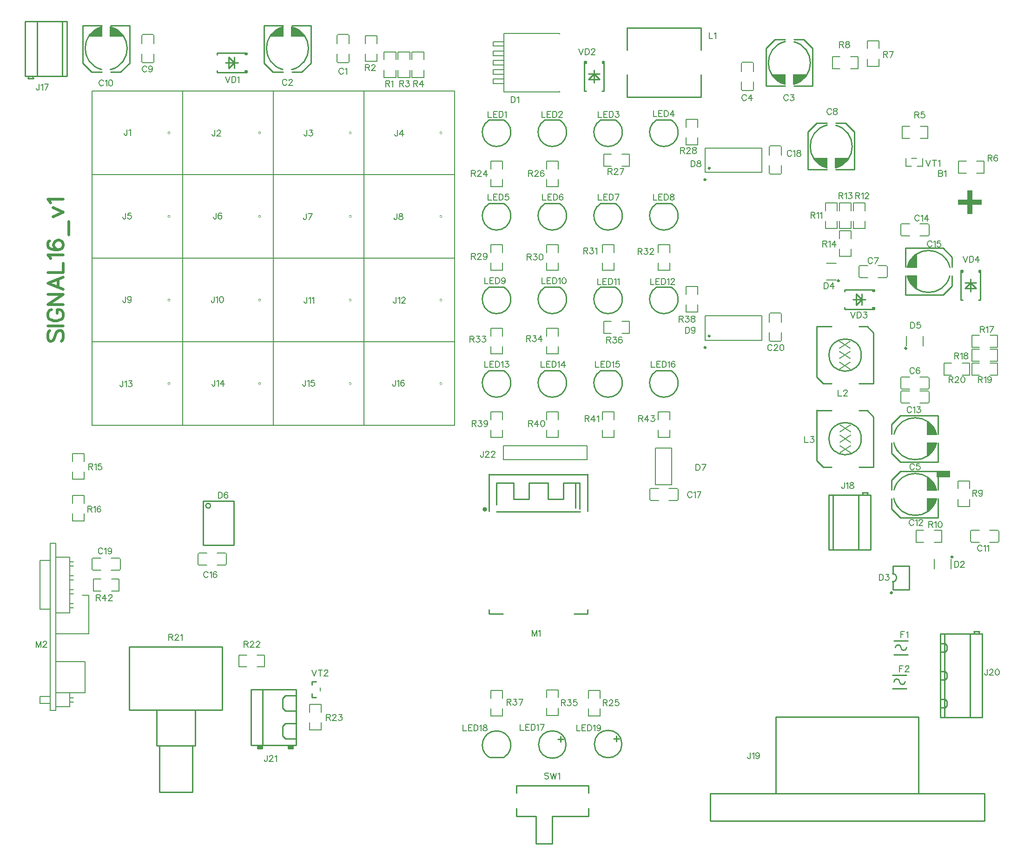
<source format=gto>
G04 Layer: TopSilkscreenLayer*
G04 EasyEDA v6.5.40, 2024-05-11 17:08:49*
G04 43c8e0cd1118455ea74be200e722eb6b,361a7d54fb4a4915a4e9984872de9782,10*
G04 Gerber Generator version 0.2*
G04 Scale: 100 percent, Rotated: No, Reflected: No *
G04 Dimensions in millimeters *
G04 leading zeros omitted , absolute positions ,4 integer and 5 decimal *
%FSLAX45Y45*%
%MOMM*%

%ADD10C,0.5000*%
%ADD11C,0.1524*%
%ADD12C,0.2032*%
%ADD13C,0.1270*%
%ADD14C,0.2540*%
%ADD15C,0.2000*%
%ADD16C,0.2030*%
%ADD17C,0.1000*%
%ADD18C,0.3000*%
%ADD19C,0.4000*%
%ADD20C,0.0134*%

%LPD*%
G36*
X16653001Y-8209280D02*
G01*
X16653001Y-8322818D01*
X16899382Y-8322818D01*
X16899382Y-8209280D01*
G37*
G36*
X17212513Y-3090418D02*
G01*
X17212513Y-3258312D01*
X17043857Y-3258312D01*
X17043857Y-3351276D01*
X17212513Y-3351276D01*
X17212513Y-3520186D01*
X17304969Y-3520186D01*
X17304969Y-3351276D01*
X17473117Y-3351276D01*
X17473117Y-3258312D01*
X17304969Y-3258312D01*
X17304969Y-3090418D01*
G37*
D10*
X500136Y-5650976D02*
G01*
X472958Y-5678408D01*
X459242Y-5719302D01*
X459242Y-5773912D01*
X472958Y-5814806D01*
X500136Y-5841984D01*
X527568Y-5841984D01*
X554746Y-5828268D01*
X568462Y-5814806D01*
X581924Y-5787374D01*
X609356Y-5705586D01*
X622818Y-5678408D01*
X636534Y-5664692D01*
X663712Y-5650976D01*
X704606Y-5650976D01*
X732038Y-5678408D01*
X745754Y-5719302D01*
X745754Y-5773912D01*
X732038Y-5814806D01*
X704606Y-5841984D01*
X459242Y-5561060D02*
G01*
X745754Y-5561060D01*
X527568Y-5266420D02*
G01*
X500136Y-5280136D01*
X472958Y-5307568D01*
X459242Y-5334746D01*
X459242Y-5389356D01*
X472958Y-5416534D01*
X500136Y-5443712D01*
X527568Y-5457428D01*
X568462Y-5471144D01*
X636534Y-5471144D01*
X677428Y-5457428D01*
X704606Y-5443712D01*
X732038Y-5416534D01*
X745754Y-5389356D01*
X745754Y-5334746D01*
X732038Y-5307568D01*
X704606Y-5280136D01*
X677428Y-5266420D01*
X636534Y-5266420D01*
X636534Y-5334746D02*
G01*
X636534Y-5266420D01*
X459242Y-5176504D02*
G01*
X745754Y-5176504D01*
X459242Y-5176504D02*
G01*
X745754Y-4985750D01*
X459242Y-4985750D02*
G01*
X745754Y-4985750D01*
X459242Y-4786614D02*
G01*
X745754Y-4895580D01*
X459242Y-4786614D02*
G01*
X745754Y-4677394D01*
X650250Y-4854686D02*
G01*
X650250Y-4718288D01*
X459242Y-4587478D02*
G01*
X745754Y-4587478D01*
X745754Y-4587478D02*
G01*
X745754Y-4423902D01*
X513852Y-4333732D02*
G01*
X500136Y-4306554D01*
X459242Y-4265660D01*
X745754Y-4265660D01*
X500136Y-4011914D02*
G01*
X472958Y-4025630D01*
X459242Y-4066524D01*
X459242Y-4093702D01*
X472958Y-4134596D01*
X513852Y-4162028D01*
X581924Y-4175744D01*
X650250Y-4175744D01*
X704606Y-4162028D01*
X732038Y-4134596D01*
X745754Y-4093702D01*
X745754Y-4080240D01*
X732038Y-4039346D01*
X704606Y-4011914D01*
X663712Y-3998452D01*
X650250Y-3998452D01*
X609356Y-4011914D01*
X581924Y-4039346D01*
X568462Y-4080240D01*
X568462Y-4093702D01*
X581924Y-4134596D01*
X609356Y-4162028D01*
X650250Y-4175744D01*
X841004Y-3908282D02*
G01*
X841004Y-3662918D01*
X554746Y-3573002D02*
G01*
X745754Y-3490960D01*
X554746Y-3409172D02*
G01*
X745754Y-3490960D01*
X513852Y-3319256D02*
G01*
X500136Y-3292078D01*
X459242Y-3251184D01*
X745754Y-3251184D01*
D11*
X1906272Y-1980041D02*
G01*
X1906272Y-2063353D01*
X1900938Y-2078847D01*
X1895858Y-2084181D01*
X1885444Y-2089261D01*
X1875030Y-2089261D01*
X1864616Y-2084181D01*
X1859282Y-2078847D01*
X1854202Y-2063353D01*
X1854202Y-2052939D01*
X1940562Y-2000869D02*
G01*
X1950722Y-1995789D01*
X1966470Y-1980041D01*
X1966470Y-2089261D01*
X5182862Y-1992741D02*
G01*
X5182862Y-2076053D01*
X5177528Y-2091547D01*
X5172448Y-2096881D01*
X5162034Y-2101961D01*
X5151620Y-2101961D01*
X5141206Y-2096881D01*
X5135872Y-2091547D01*
X5130792Y-2076053D01*
X5130792Y-2065639D01*
X5227312Y-1992741D02*
G01*
X5284462Y-1992741D01*
X5253474Y-2034397D01*
X5268968Y-2034397D01*
X5279382Y-2039731D01*
X5284462Y-2044811D01*
X5289796Y-2060305D01*
X5289796Y-2070719D01*
X5284462Y-2086467D01*
X5274302Y-2096881D01*
X5258554Y-2101961D01*
X5243060Y-2101961D01*
X5227312Y-2096881D01*
X5222232Y-2091547D01*
X5217152Y-2081133D01*
X6833857Y-1992723D02*
G01*
X6833857Y-2076035D01*
X6828523Y-2091529D01*
X6823443Y-2096863D01*
X6813029Y-2101943D01*
X6802615Y-2101943D01*
X6792201Y-2096863D01*
X6786867Y-2091529D01*
X6781787Y-2076035D01*
X6781787Y-2065621D01*
X6919963Y-1992723D02*
G01*
X6868147Y-2065621D01*
X6945871Y-2065621D01*
X6919963Y-1992723D02*
G01*
X6919963Y-2101943D01*
X1880872Y-3504039D02*
G01*
X1880872Y-3587351D01*
X1875538Y-3602845D01*
X1870458Y-3608179D01*
X1860044Y-3613259D01*
X1849630Y-3613259D01*
X1839216Y-3608179D01*
X1833882Y-3602845D01*
X1828802Y-3587351D01*
X1828802Y-3576937D01*
X1977392Y-3504039D02*
G01*
X1925322Y-3504039D01*
X1920242Y-3551029D01*
X1925322Y-3545695D01*
X1941070Y-3540615D01*
X1956564Y-3540615D01*
X1972312Y-3545695D01*
X1982472Y-3556109D01*
X1987806Y-3571603D01*
X1987806Y-3582017D01*
X1982472Y-3597765D01*
X1972312Y-3608179D01*
X1956564Y-3613259D01*
X1941070Y-3613259D01*
X1925322Y-3608179D01*
X1920242Y-3602845D01*
X1915162Y-3592431D01*
X3531864Y-3504041D02*
G01*
X3531864Y-3587353D01*
X3526530Y-3602847D01*
X3521450Y-3608181D01*
X3511036Y-3613261D01*
X3500622Y-3613261D01*
X3490208Y-3608181D01*
X3484874Y-3602847D01*
X3479794Y-3587353D01*
X3479794Y-3576939D01*
X3628384Y-3519789D02*
G01*
X3623304Y-3509375D01*
X3607556Y-3504041D01*
X3597142Y-3504041D01*
X3581648Y-3509375D01*
X3571234Y-3524869D01*
X3566154Y-3551031D01*
X3566154Y-3576939D01*
X3571234Y-3597767D01*
X3581648Y-3608181D01*
X3597142Y-3613261D01*
X3602476Y-3613261D01*
X3617970Y-3608181D01*
X3628384Y-3597767D01*
X3633464Y-3582019D01*
X3633464Y-3576939D01*
X3628384Y-3561191D01*
X3617970Y-3551031D01*
X3602476Y-3545697D01*
X3597142Y-3545697D01*
X3581648Y-3551031D01*
X3571234Y-3561191D01*
X3566154Y-3576939D01*
X1880870Y-5028041D02*
G01*
X1880870Y-5111353D01*
X1875536Y-5126847D01*
X1870455Y-5132181D01*
X1860042Y-5137261D01*
X1849628Y-5137261D01*
X1839213Y-5132181D01*
X1833879Y-5126847D01*
X1828800Y-5111353D01*
X1828800Y-5100939D01*
X1982470Y-5064617D02*
G01*
X1977390Y-5080111D01*
X1966975Y-5090525D01*
X1951481Y-5095605D01*
X1946147Y-5095605D01*
X1930654Y-5090525D01*
X1920239Y-5080111D01*
X1915160Y-5064617D01*
X1915160Y-5059283D01*
X1920239Y-5043789D01*
X1930654Y-5033375D01*
X1946147Y-5028041D01*
X1951481Y-5028041D01*
X1966975Y-5033375D01*
X1977390Y-5043789D01*
X1982470Y-5064617D01*
X1982470Y-5090525D01*
X1977390Y-5116433D01*
X1966975Y-5132181D01*
X1951481Y-5137261D01*
X1941068Y-5137261D01*
X1925320Y-5132181D01*
X1920239Y-5121767D01*
X3493762Y-5028041D02*
G01*
X3493762Y-5111353D01*
X3488428Y-5126847D01*
X3483348Y-5132181D01*
X3472934Y-5137261D01*
X3462520Y-5137261D01*
X3452106Y-5132181D01*
X3446772Y-5126847D01*
X3441692Y-5111353D01*
X3441692Y-5100939D01*
X3528052Y-5048869D02*
G01*
X3538212Y-5043789D01*
X3553960Y-5028041D01*
X3553960Y-5137261D01*
X3619492Y-5028041D02*
G01*
X3603744Y-5033375D01*
X3593330Y-5048869D01*
X3588250Y-5075031D01*
X3588250Y-5090525D01*
X3593330Y-5116433D01*
X3603744Y-5132181D01*
X3619492Y-5137261D01*
X3629652Y-5137261D01*
X3645400Y-5132181D01*
X3655814Y-5116433D01*
X3660894Y-5090525D01*
X3660894Y-5075031D01*
X3655814Y-5048869D01*
X3645400Y-5033375D01*
X3629652Y-5028041D01*
X3619492Y-5028041D01*
X5182857Y-5040741D02*
G01*
X5182857Y-5124053D01*
X5177523Y-5139547D01*
X5172443Y-5144881D01*
X5162029Y-5149961D01*
X5151615Y-5149961D01*
X5141201Y-5144881D01*
X5135867Y-5139547D01*
X5130787Y-5124053D01*
X5130787Y-5113639D01*
X5217147Y-5061569D02*
G01*
X5227307Y-5056489D01*
X5243055Y-5040741D01*
X5243055Y-5149961D01*
X5277345Y-5061569D02*
G01*
X5287759Y-5056489D01*
X5303253Y-5040741D01*
X5303253Y-5149961D01*
X6808452Y-5040723D02*
G01*
X6808452Y-5124035D01*
X6803118Y-5139529D01*
X6798038Y-5144863D01*
X6787624Y-5149943D01*
X6777210Y-5149943D01*
X6766796Y-5144863D01*
X6761462Y-5139529D01*
X6756382Y-5124035D01*
X6756382Y-5113621D01*
X6842742Y-5061551D02*
G01*
X6852902Y-5056471D01*
X6868650Y-5040723D01*
X6868650Y-5149943D01*
X6908020Y-5066885D02*
G01*
X6908020Y-5061551D01*
X6913354Y-5051137D01*
X6918434Y-5046057D01*
X6928848Y-5040723D01*
X6949676Y-5040723D01*
X6960090Y-5046057D01*
X6965170Y-5051137D01*
X6970504Y-5061551D01*
X6970504Y-5071965D01*
X6965170Y-5082379D01*
X6954756Y-5097873D01*
X6902940Y-5149943D01*
X6975584Y-5149943D01*
X1830064Y-6564746D02*
G01*
X1830064Y-6648058D01*
X1824730Y-6663552D01*
X1819650Y-6668886D01*
X1809236Y-6673966D01*
X1798822Y-6673966D01*
X1788408Y-6668886D01*
X1783074Y-6663552D01*
X1777994Y-6648058D01*
X1777994Y-6637644D01*
X1864354Y-6585574D02*
G01*
X1874514Y-6580494D01*
X1890262Y-6564746D01*
X1890262Y-6673966D01*
X1934966Y-6564746D02*
G01*
X1992116Y-6564746D01*
X1960874Y-6606402D01*
X1976368Y-6606402D01*
X1986782Y-6611736D01*
X1992116Y-6616816D01*
X1997196Y-6632310D01*
X1997196Y-6642724D01*
X1992116Y-6658472D01*
X1981702Y-6668886D01*
X1965954Y-6673966D01*
X1950460Y-6673966D01*
X1934966Y-6668886D01*
X1929632Y-6663552D01*
X1924552Y-6653138D01*
X3506457Y-6552046D02*
G01*
X3506457Y-6635358D01*
X3501123Y-6650852D01*
X3496043Y-6656186D01*
X3485629Y-6661266D01*
X3475215Y-6661266D01*
X3464801Y-6656186D01*
X3459467Y-6650852D01*
X3454387Y-6635358D01*
X3454387Y-6624944D01*
X3540747Y-6572874D02*
G01*
X3550907Y-6567794D01*
X3566655Y-6552046D01*
X3566655Y-6661266D01*
X3652761Y-6552046D02*
G01*
X3600945Y-6624944D01*
X3678923Y-6624944D01*
X3652761Y-6552046D02*
G01*
X3652761Y-6661266D01*
X5157452Y-6552046D02*
G01*
X5157452Y-6635358D01*
X5152118Y-6650852D01*
X5147038Y-6656186D01*
X5136624Y-6661266D01*
X5126210Y-6661266D01*
X5115796Y-6656186D01*
X5110462Y-6650852D01*
X5105382Y-6635358D01*
X5105382Y-6624944D01*
X5191742Y-6572874D02*
G01*
X5201902Y-6567794D01*
X5217650Y-6552046D01*
X5217650Y-6661266D01*
X5314170Y-6552046D02*
G01*
X5262354Y-6552046D01*
X5257020Y-6599036D01*
X5262354Y-6593702D01*
X5277848Y-6588622D01*
X5293342Y-6588622D01*
X5309090Y-6593702D01*
X5319504Y-6604116D01*
X5324584Y-6619610D01*
X5324584Y-6630024D01*
X5319504Y-6645772D01*
X5309090Y-6656186D01*
X5293342Y-6661266D01*
X5277848Y-6661266D01*
X5262354Y-6656186D01*
X5257020Y-6650852D01*
X5251940Y-6640438D01*
X6795747Y-6552023D02*
G01*
X6795747Y-6635335D01*
X6790413Y-6650829D01*
X6785333Y-6656163D01*
X6774919Y-6661243D01*
X6764505Y-6661243D01*
X6754091Y-6656163D01*
X6748757Y-6650829D01*
X6743677Y-6635335D01*
X6743677Y-6624921D01*
X6830037Y-6572851D02*
G01*
X6840197Y-6567771D01*
X6855945Y-6552023D01*
X6855945Y-6661243D01*
X6952465Y-6567771D02*
G01*
X6947385Y-6557357D01*
X6931637Y-6552023D01*
X6921477Y-6552023D01*
X6905729Y-6557357D01*
X6895315Y-6572851D01*
X6890235Y-6599013D01*
X6890235Y-6624921D01*
X6895315Y-6645749D01*
X6905729Y-6656163D01*
X6921477Y-6661243D01*
X6926557Y-6661243D01*
X6942051Y-6656163D01*
X6952465Y-6645749D01*
X6957799Y-6630001D01*
X6957799Y-6624921D01*
X6952465Y-6609173D01*
X6942051Y-6599013D01*
X6926557Y-6593679D01*
X6921477Y-6593679D01*
X6905729Y-6599013D01*
X6895315Y-6609173D01*
X6890235Y-6624921D01*
X5169913Y-3516853D02*
G01*
X5169913Y-3599911D01*
X5164833Y-3615659D01*
X5159753Y-3620739D01*
X5149339Y-3626073D01*
X5138925Y-3626073D01*
X5128511Y-3620739D01*
X5123177Y-3615659D01*
X5118097Y-3599911D01*
X5118097Y-3589497D01*
X5277101Y-3516853D02*
G01*
X5225031Y-3626073D01*
X5204203Y-3516853D02*
G01*
X5277101Y-3516853D01*
X6821159Y-3516833D02*
G01*
X6821159Y-3599891D01*
X6815825Y-3615639D01*
X6810745Y-3620719D01*
X6800331Y-3626053D01*
X6789917Y-3626053D01*
X6779503Y-3620719D01*
X6774169Y-3615639D01*
X6769089Y-3599891D01*
X6769089Y-3589477D01*
X6881357Y-3516833D02*
G01*
X6865609Y-3521913D01*
X6860529Y-3532327D01*
X6860529Y-3542741D01*
X6865609Y-3553155D01*
X6876023Y-3558489D01*
X6896851Y-3563569D01*
X6912599Y-3568903D01*
X6922759Y-3579063D01*
X6928093Y-3589477D01*
X6928093Y-3605225D01*
X6922759Y-3615639D01*
X6917679Y-3620719D01*
X6902185Y-3626053D01*
X6881357Y-3626053D01*
X6865609Y-3620719D01*
X6860529Y-3615639D01*
X6855449Y-3605225D01*
X6855449Y-3589477D01*
X6860529Y-3579063D01*
X6870943Y-3568903D01*
X6886437Y-3563569D01*
X6907265Y-3558489D01*
X6917679Y-3553155D01*
X6922759Y-3542741D01*
X6922759Y-3532327D01*
X6917679Y-3521913D01*
X6902185Y-3516833D01*
X6881357Y-3516833D01*
X3506322Y-1992985D02*
G01*
X3506322Y-2076043D01*
X3501242Y-2091537D01*
X3495908Y-2096871D01*
X3485494Y-2101951D01*
X3475080Y-2101951D01*
X3464666Y-2096871D01*
X3459586Y-2091537D01*
X3454506Y-2076043D01*
X3454506Y-2065629D01*
X3545946Y-2018893D02*
G01*
X3545946Y-2013559D01*
X3551026Y-2003145D01*
X3556106Y-1998065D01*
X3566520Y-1992985D01*
X3587348Y-1992985D01*
X3597762Y-1998065D01*
X3603096Y-2003145D01*
X3608176Y-2013559D01*
X3608176Y-2023973D01*
X3603096Y-2034387D01*
X3592682Y-2050135D01*
X3540612Y-2101951D01*
X3613256Y-2101951D01*
X8483574Y-1649986D02*
G01*
X8483574Y-1758952D01*
X8483574Y-1758952D02*
G01*
X8545804Y-1758952D01*
X8580094Y-1649986D02*
G01*
X8580094Y-1758952D01*
X8580094Y-1649986D02*
G01*
X8647658Y-1649986D01*
X8580094Y-1701802D02*
G01*
X8621750Y-1701802D01*
X8580094Y-1758952D02*
G01*
X8647658Y-1758952D01*
X8681948Y-1649986D02*
G01*
X8681948Y-1758952D01*
X8681948Y-1649986D02*
G01*
X8718524Y-1649986D01*
X8734018Y-1655066D01*
X8744432Y-1665480D01*
X8749512Y-1675894D01*
X8754846Y-1691642D01*
X8754846Y-1717550D01*
X8749512Y-1733044D01*
X8744432Y-1743458D01*
X8734018Y-1753872D01*
X8718524Y-1758952D01*
X8681948Y-1758952D01*
X8789136Y-1670814D02*
G01*
X8799550Y-1665480D01*
X8815044Y-1649986D01*
X8815044Y-1758952D01*
X9461477Y-1649986D02*
G01*
X9461477Y-1758952D01*
X9461477Y-1758952D02*
G01*
X9523707Y-1758952D01*
X9557997Y-1649986D02*
G01*
X9557997Y-1758952D01*
X9557997Y-1649986D02*
G01*
X9625561Y-1649986D01*
X9557997Y-1701802D02*
G01*
X9599653Y-1701802D01*
X9557997Y-1758952D02*
G01*
X9625561Y-1758952D01*
X9659851Y-1649986D02*
G01*
X9659851Y-1758952D01*
X9659851Y-1649986D02*
G01*
X9696427Y-1649986D01*
X9711921Y-1655066D01*
X9722335Y-1665480D01*
X9727415Y-1675894D01*
X9732749Y-1691642D01*
X9732749Y-1717550D01*
X9727415Y-1733044D01*
X9722335Y-1743458D01*
X9711921Y-1753872D01*
X9696427Y-1758952D01*
X9659851Y-1758952D01*
X9772119Y-1675894D02*
G01*
X9772119Y-1670814D01*
X9777453Y-1660400D01*
X9782533Y-1655066D01*
X9792947Y-1649986D01*
X9813775Y-1649986D01*
X9824189Y-1655066D01*
X9829269Y-1660400D01*
X9834603Y-1670814D01*
X9834603Y-1681228D01*
X9829269Y-1691642D01*
X9818855Y-1707136D01*
X9767039Y-1758952D01*
X9839683Y-1758952D01*
X16687792Y-2729504D02*
G01*
X16687792Y-2838470D01*
X16687792Y-2729504D02*
G01*
X16734528Y-2729504D01*
X16750022Y-2734584D01*
X16755356Y-2739918D01*
X16760436Y-2750332D01*
X16760436Y-2760746D01*
X16755356Y-2770906D01*
X16750022Y-2776240D01*
X16734528Y-2781320D01*
X16687792Y-2781320D02*
G01*
X16734528Y-2781320D01*
X16750022Y-2786654D01*
X16755356Y-2791734D01*
X16760436Y-2802148D01*
X16760436Y-2817896D01*
X16755356Y-2828056D01*
X16750022Y-2833390D01*
X16734528Y-2838470D01*
X16687792Y-2838470D01*
X16794726Y-2750332D02*
G01*
X16805140Y-2744998D01*
X16820888Y-2729504D01*
X16820888Y-2838470D01*
X5843765Y-888489D02*
G01*
X5838431Y-878075D01*
X5828017Y-867661D01*
X5817857Y-862581D01*
X5797029Y-862581D01*
X5786615Y-867661D01*
X5776201Y-878075D01*
X5770867Y-888489D01*
X5765787Y-904237D01*
X5765787Y-930145D01*
X5770867Y-945639D01*
X5776201Y-956053D01*
X5786615Y-966467D01*
X5797029Y-971547D01*
X5817857Y-971547D01*
X5828017Y-966467D01*
X5838431Y-956053D01*
X5843765Y-945639D01*
X5878055Y-883409D02*
G01*
X5888469Y-878075D01*
X5903963Y-862581D01*
X5903963Y-971547D01*
X4815067Y-1091689D02*
G01*
X4809733Y-1081275D01*
X4799319Y-1070861D01*
X4789159Y-1065781D01*
X4768331Y-1065781D01*
X4757917Y-1070861D01*
X4747503Y-1081275D01*
X4742169Y-1091689D01*
X4737089Y-1107437D01*
X4737089Y-1133345D01*
X4742169Y-1148839D01*
X4747503Y-1159253D01*
X4757917Y-1169667D01*
X4768331Y-1174747D01*
X4789159Y-1174747D01*
X4799319Y-1169667D01*
X4809733Y-1159253D01*
X4815067Y-1148839D01*
X4854437Y-1091689D02*
G01*
X4854437Y-1086609D01*
X4859771Y-1076195D01*
X4864851Y-1070861D01*
X4875265Y-1065781D01*
X4896093Y-1065781D01*
X4906507Y-1070861D01*
X4911587Y-1076195D01*
X4916921Y-1086609D01*
X4916921Y-1097023D01*
X4911587Y-1107437D01*
X4901173Y-1122931D01*
X4849357Y-1174747D01*
X4922001Y-1174747D01*
X13946375Y-1371089D02*
G01*
X13941041Y-1360675D01*
X13930627Y-1350261D01*
X13920213Y-1345181D01*
X13899639Y-1345181D01*
X13889225Y-1350261D01*
X13878811Y-1360675D01*
X13873477Y-1371089D01*
X13868397Y-1386837D01*
X13868397Y-1412745D01*
X13873477Y-1428239D01*
X13878811Y-1438653D01*
X13889225Y-1449067D01*
X13899639Y-1454147D01*
X13920213Y-1454147D01*
X13930627Y-1449067D01*
X13941041Y-1438653D01*
X13946375Y-1428239D01*
X13991079Y-1345181D02*
G01*
X14048229Y-1345181D01*
X14016987Y-1386837D01*
X14032481Y-1386837D01*
X14042895Y-1391917D01*
X14048229Y-1396997D01*
X14053309Y-1412745D01*
X14053309Y-1423159D01*
X14048229Y-1438653D01*
X14037815Y-1449067D01*
X14022067Y-1454147D01*
X14006573Y-1454147D01*
X13991079Y-1449067D01*
X13985745Y-1443987D01*
X13980665Y-1433573D01*
X13184377Y-1371089D02*
G01*
X13179043Y-1360675D01*
X13168629Y-1350261D01*
X13158216Y-1345181D01*
X13137641Y-1345181D01*
X13127227Y-1350261D01*
X13116813Y-1360675D01*
X13111479Y-1371089D01*
X13106400Y-1386837D01*
X13106400Y-1412745D01*
X13111479Y-1428239D01*
X13116813Y-1438653D01*
X13127227Y-1449067D01*
X13137641Y-1454147D01*
X13158216Y-1454147D01*
X13168629Y-1449067D01*
X13179043Y-1438653D01*
X13184377Y-1428239D01*
X13270484Y-1345181D02*
G01*
X13218668Y-1417825D01*
X13296645Y-1417825D01*
X13270484Y-1345181D02*
G01*
X13270484Y-1454147D01*
X16245085Y-8102079D02*
G01*
X16239751Y-8091665D01*
X16229337Y-8081251D01*
X16218923Y-8076171D01*
X16198349Y-8076171D01*
X16187935Y-8081251D01*
X16177521Y-8091665D01*
X16172187Y-8102079D01*
X16167107Y-8117827D01*
X16167107Y-8143735D01*
X16172187Y-8159229D01*
X16177521Y-8169643D01*
X16187935Y-8180057D01*
X16198349Y-8185137D01*
X16218923Y-8185137D01*
X16229337Y-8180057D01*
X16239751Y-8169643D01*
X16245085Y-8159229D01*
X16341605Y-8076171D02*
G01*
X16289789Y-8076171D01*
X16284455Y-8122907D01*
X16289789Y-8117827D01*
X16305283Y-8112493D01*
X16320777Y-8112493D01*
X16336525Y-8117827D01*
X16346939Y-8127987D01*
X16352019Y-8143735D01*
X16352019Y-8154149D01*
X16346939Y-8169643D01*
X16336525Y-8180057D01*
X16320777Y-8185137D01*
X16305283Y-8185137D01*
X16289789Y-8180057D01*
X16284455Y-8174977D01*
X16279375Y-8164563D01*
X16245085Y-6349479D02*
G01*
X16239751Y-6339065D01*
X16229337Y-6328651D01*
X16218923Y-6323571D01*
X16198349Y-6323571D01*
X16187935Y-6328651D01*
X16177521Y-6339065D01*
X16172187Y-6349479D01*
X16167107Y-6365227D01*
X16167107Y-6391135D01*
X16172187Y-6406629D01*
X16177521Y-6417043D01*
X16187935Y-6427457D01*
X16198349Y-6432537D01*
X16218923Y-6432537D01*
X16229337Y-6427457D01*
X16239751Y-6417043D01*
X16245085Y-6406629D01*
X16341605Y-6339065D02*
G01*
X16336525Y-6328651D01*
X16320777Y-6323571D01*
X16310363Y-6323571D01*
X16294869Y-6328651D01*
X16284455Y-6344399D01*
X16279375Y-6370307D01*
X16279375Y-6396215D01*
X16284455Y-6417043D01*
X16294869Y-6427457D01*
X16310363Y-6432537D01*
X16315697Y-6432537D01*
X16331191Y-6427457D01*
X16341605Y-6417043D01*
X16346939Y-6401549D01*
X16346939Y-6396215D01*
X16341605Y-6380721D01*
X16331191Y-6370307D01*
X16315697Y-6365227D01*
X16310363Y-6365227D01*
X16294869Y-6370307D01*
X16284455Y-6380721D01*
X16279375Y-6396215D01*
X15483093Y-4342889D02*
G01*
X15477759Y-4332475D01*
X15467345Y-4322061D01*
X15456931Y-4316981D01*
X15436357Y-4316981D01*
X15425943Y-4322061D01*
X15415529Y-4332475D01*
X15410195Y-4342889D01*
X15405115Y-4358637D01*
X15405115Y-4384545D01*
X15410195Y-4400039D01*
X15415529Y-4410453D01*
X15425943Y-4420867D01*
X15436357Y-4425947D01*
X15456931Y-4425947D01*
X15467345Y-4420867D01*
X15477759Y-4410453D01*
X15483093Y-4400039D01*
X15590027Y-4316981D02*
G01*
X15537957Y-4425947D01*
X15517383Y-4316981D02*
G01*
X15590027Y-4316981D01*
X14733760Y-1625086D02*
G01*
X14728426Y-1614672D01*
X14718012Y-1604258D01*
X14707598Y-1599178D01*
X14687024Y-1599178D01*
X14676610Y-1604258D01*
X14666196Y-1614672D01*
X14660862Y-1625086D01*
X14655782Y-1640834D01*
X14655782Y-1666742D01*
X14660862Y-1682236D01*
X14666196Y-1692650D01*
X14676610Y-1703064D01*
X14687024Y-1708144D01*
X14707598Y-1708144D01*
X14718012Y-1703064D01*
X14728426Y-1692650D01*
X14733760Y-1682236D01*
X14793958Y-1599178D02*
G01*
X14778464Y-1604258D01*
X14773130Y-1614672D01*
X14773130Y-1625086D01*
X14778464Y-1635500D01*
X14788878Y-1640834D01*
X14809452Y-1645914D01*
X14825200Y-1650994D01*
X14835614Y-1661408D01*
X14840694Y-1671822D01*
X14840694Y-1687570D01*
X14835614Y-1697984D01*
X14830280Y-1703064D01*
X14814786Y-1708144D01*
X14793958Y-1708144D01*
X14778464Y-1703064D01*
X14773130Y-1697984D01*
X14768050Y-1687570D01*
X14768050Y-1671822D01*
X14773130Y-1661408D01*
X14783544Y-1650994D01*
X14799038Y-1645914D01*
X14819866Y-1640834D01*
X14830280Y-1635500D01*
X14835614Y-1625086D01*
X14835614Y-1614672D01*
X14830280Y-1604258D01*
X14814786Y-1599178D01*
X14793958Y-1599178D01*
X16232385Y-9118081D02*
G01*
X16227051Y-9107667D01*
X16216637Y-9097253D01*
X16206223Y-9092173D01*
X16185649Y-9092173D01*
X16175235Y-9097253D01*
X16164821Y-9107667D01*
X16159487Y-9118081D01*
X16154407Y-9133829D01*
X16154407Y-9159737D01*
X16159487Y-9175231D01*
X16164821Y-9185645D01*
X16175235Y-9196059D01*
X16185649Y-9201139D01*
X16206223Y-9201139D01*
X16216637Y-9196059D01*
X16227051Y-9185645D01*
X16232385Y-9175231D01*
X16266675Y-9113001D02*
G01*
X16277089Y-9107667D01*
X16292583Y-9092173D01*
X16292583Y-9201139D01*
X16331953Y-9118081D02*
G01*
X16331953Y-9113001D01*
X16337287Y-9102587D01*
X16342367Y-9097253D01*
X16352781Y-9092173D01*
X16373609Y-9092173D01*
X16384023Y-9097253D01*
X16389103Y-9102587D01*
X16394437Y-9113001D01*
X16394437Y-9123415D01*
X16389103Y-9133829D01*
X16378689Y-9149323D01*
X16326873Y-9201139D01*
X16399517Y-9201139D01*
X16194285Y-7060676D02*
G01*
X16188951Y-7050262D01*
X16178537Y-7039848D01*
X16168123Y-7034768D01*
X16147549Y-7034768D01*
X16137135Y-7039848D01*
X16126721Y-7050262D01*
X16121387Y-7060676D01*
X16116307Y-7076424D01*
X16116307Y-7102332D01*
X16121387Y-7117826D01*
X16126721Y-7128240D01*
X16137135Y-7138654D01*
X16147549Y-7143734D01*
X16168123Y-7143734D01*
X16178537Y-7138654D01*
X16188951Y-7128240D01*
X16194285Y-7117826D01*
X16228575Y-7055596D02*
G01*
X16238989Y-7050262D01*
X16254483Y-7034768D01*
X16254483Y-7143734D01*
X16299187Y-7034768D02*
G01*
X16356337Y-7034768D01*
X16325095Y-7076424D01*
X16340589Y-7076424D01*
X16351003Y-7081504D01*
X16356337Y-7086584D01*
X16361417Y-7102332D01*
X16361417Y-7112746D01*
X16356337Y-7128240D01*
X16345923Y-7138654D01*
X16330429Y-7143734D01*
X16314681Y-7143734D01*
X16299187Y-7138654D01*
X16293853Y-7133574D01*
X16288773Y-7123160D01*
X16333977Y-3568192D02*
G01*
X16328643Y-3557778D01*
X16318229Y-3547363D01*
X16307816Y-3542284D01*
X16287241Y-3542284D01*
X16276827Y-3547363D01*
X16266413Y-3557778D01*
X16261079Y-3568192D01*
X16256000Y-3583939D01*
X16256000Y-3609847D01*
X16261079Y-3625342D01*
X16266413Y-3635755D01*
X16276827Y-3646170D01*
X16287241Y-3651250D01*
X16307816Y-3651250D01*
X16318229Y-3646170D01*
X16328643Y-3635755D01*
X16333977Y-3625342D01*
X16368268Y-3563112D02*
G01*
X16378681Y-3557778D01*
X16394175Y-3542284D01*
X16394175Y-3651250D01*
X16480536Y-3542284D02*
G01*
X16428466Y-3614928D01*
X16506443Y-3614928D01*
X16480536Y-3542284D02*
G01*
X16480536Y-3651250D01*
X16562577Y-4038092D02*
G01*
X16557243Y-4027678D01*
X16546829Y-4017263D01*
X16536416Y-4012184D01*
X16515841Y-4012184D01*
X16505427Y-4017263D01*
X16495013Y-4027678D01*
X16489679Y-4038092D01*
X16484600Y-4053839D01*
X16484600Y-4079747D01*
X16489679Y-4095242D01*
X16495013Y-4105655D01*
X16505427Y-4116070D01*
X16515841Y-4121150D01*
X16536416Y-4121150D01*
X16546829Y-4116070D01*
X16557243Y-4105655D01*
X16562577Y-4095242D01*
X16596868Y-4033012D02*
G01*
X16607281Y-4027678D01*
X16622775Y-4012184D01*
X16622775Y-4121150D01*
X16719295Y-4012184D02*
G01*
X16667479Y-4012184D01*
X16662145Y-4058920D01*
X16667479Y-4053839D01*
X16682974Y-4048505D01*
X16698722Y-4048505D01*
X16714216Y-4053839D01*
X16724629Y-4064000D01*
X16729709Y-4079747D01*
X16729709Y-4090162D01*
X16724629Y-4105655D01*
X16714216Y-4116070D01*
X16698722Y-4121150D01*
X16682974Y-4121150D01*
X16667479Y-4116070D01*
X16662145Y-4110989D01*
X16657066Y-4100576D01*
X14009875Y-2387086D02*
G01*
X14004541Y-2376672D01*
X13994127Y-2366258D01*
X13983713Y-2361178D01*
X13963139Y-2361178D01*
X13952725Y-2366258D01*
X13942311Y-2376672D01*
X13936977Y-2387086D01*
X13931897Y-2402834D01*
X13931897Y-2428742D01*
X13936977Y-2444236D01*
X13942311Y-2454650D01*
X13952725Y-2465064D01*
X13963139Y-2470144D01*
X13983713Y-2470144D01*
X13994127Y-2465064D01*
X14004541Y-2454650D01*
X14009875Y-2444236D01*
X14044165Y-2382006D02*
G01*
X14054579Y-2376672D01*
X14070073Y-2361178D01*
X14070073Y-2470144D01*
X14130271Y-2361178D02*
G01*
X14114777Y-2366258D01*
X14109443Y-2376672D01*
X14109443Y-2387086D01*
X14114777Y-2397500D01*
X14125191Y-2402834D01*
X14146019Y-2407914D01*
X14161513Y-2412994D01*
X14171927Y-2423408D01*
X14177007Y-2433822D01*
X14177007Y-2449570D01*
X14171927Y-2459984D01*
X14166593Y-2465064D01*
X14151099Y-2470144D01*
X14130271Y-2470144D01*
X14114777Y-2465064D01*
X14109443Y-2459984D01*
X14104363Y-2449570D01*
X14104363Y-2433822D01*
X14109443Y-2423408D01*
X14119857Y-2412994D01*
X14135605Y-2407914D01*
X14156433Y-2402834D01*
X14166593Y-2397500D01*
X14171927Y-2387086D01*
X14171927Y-2376672D01*
X14166593Y-2366258D01*
X14151099Y-2361178D01*
X14130271Y-2361178D01*
X1462275Y-9638797D02*
G01*
X1456941Y-9628383D01*
X1446527Y-9617969D01*
X1436367Y-9612889D01*
X1415539Y-9612889D01*
X1405125Y-9617969D01*
X1394711Y-9628383D01*
X1389377Y-9638797D01*
X1384297Y-9654291D01*
X1384297Y-9680453D01*
X1389377Y-9695947D01*
X1394711Y-9706361D01*
X1405125Y-9716775D01*
X1415539Y-9721855D01*
X1436367Y-9721855D01*
X1446527Y-9716775D01*
X1456941Y-9706361D01*
X1462275Y-9695947D01*
X1496565Y-9633717D02*
G01*
X1506979Y-9628383D01*
X1522473Y-9612889D01*
X1522473Y-9721855D01*
X1624327Y-9649211D02*
G01*
X1619247Y-9664705D01*
X1608833Y-9675119D01*
X1593085Y-9680453D01*
X1588005Y-9680453D01*
X1572257Y-9675119D01*
X1562097Y-9664705D01*
X1556763Y-9649211D01*
X1556763Y-9644131D01*
X1562097Y-9628383D01*
X1572257Y-9617969D01*
X1588005Y-9612889D01*
X1593085Y-9612889D01*
X1608833Y-9617969D01*
X1619247Y-9628383D01*
X1624327Y-9649211D01*
X1624327Y-9675119D01*
X1619247Y-9701281D01*
X1608833Y-9716775D01*
X1593085Y-9721855D01*
X1582671Y-9721855D01*
X1567177Y-9716775D01*
X1562097Y-9706361D01*
X13654275Y-5930404D02*
G01*
X13648941Y-5919990D01*
X13638527Y-5909576D01*
X13628113Y-5904496D01*
X13607539Y-5904496D01*
X13597125Y-5909576D01*
X13586711Y-5919990D01*
X13581377Y-5930404D01*
X13576297Y-5945898D01*
X13576297Y-5972060D01*
X13581377Y-5987554D01*
X13586711Y-5997968D01*
X13597125Y-6008382D01*
X13607539Y-6013462D01*
X13628113Y-6013462D01*
X13638527Y-6008382D01*
X13648941Y-5997968D01*
X13654275Y-5987554D01*
X13693645Y-5930404D02*
G01*
X13693645Y-5925324D01*
X13698979Y-5914910D01*
X13704059Y-5909576D01*
X13714473Y-5904496D01*
X13735301Y-5904496D01*
X13745715Y-5909576D01*
X13750795Y-5914910D01*
X13756129Y-5925324D01*
X13756129Y-5935738D01*
X13750795Y-5945898D01*
X13740381Y-5961646D01*
X13688565Y-6013462D01*
X13761209Y-6013462D01*
X13826741Y-5904496D02*
G01*
X13810993Y-5909576D01*
X13800833Y-5925324D01*
X13795499Y-5951232D01*
X13795499Y-5966726D01*
X13800833Y-5992888D01*
X13810993Y-6008382D01*
X13826741Y-6013462D01*
X13837155Y-6013462D01*
X13852649Y-6008382D01*
X13863063Y-5992888D01*
X13868143Y-5966726D01*
X13868143Y-5951232D01*
X13863063Y-5925324D01*
X13852649Y-5909576D01*
X13837155Y-5904496D01*
X13826741Y-5904496D01*
X8902606Y-1383357D02*
G01*
X8902606Y-1492323D01*
X8902606Y-1383357D02*
G01*
X8938928Y-1383357D01*
X8954676Y-1388437D01*
X8965090Y-1398851D01*
X8970170Y-1409265D01*
X8975504Y-1424759D01*
X8975504Y-1450921D01*
X8970170Y-1466415D01*
X8965090Y-1476829D01*
X8954676Y-1487243D01*
X8938928Y-1492323D01*
X8902606Y-1492323D01*
X9009794Y-1403931D02*
G01*
X9020208Y-1398851D01*
X9035702Y-1383357D01*
X9035702Y-1492323D01*
X16979917Y-9854163D02*
G01*
X16979917Y-9963129D01*
X16979917Y-9854163D02*
G01*
X17016239Y-9854163D01*
X17031733Y-9859243D01*
X17042147Y-9869657D01*
X17047481Y-9880071D01*
X17052561Y-9895819D01*
X17052561Y-9921727D01*
X17047481Y-9937221D01*
X17042147Y-9947635D01*
X17031733Y-9958049D01*
X17016239Y-9963129D01*
X16979917Y-9963129D01*
X17092185Y-9880071D02*
G01*
X17092185Y-9874991D01*
X17097265Y-9864577D01*
X17102599Y-9859243D01*
X17112759Y-9854163D01*
X17133587Y-9854163D01*
X17144001Y-9859243D01*
X17149335Y-9864577D01*
X17154415Y-9874991D01*
X17154415Y-9885405D01*
X17149335Y-9895819D01*
X17138921Y-9911313D01*
X17086851Y-9963129D01*
X17159749Y-9963129D01*
X15608294Y-10095489D02*
G01*
X15608294Y-10204455D01*
X15608294Y-10095489D02*
G01*
X15644616Y-10095489D01*
X15660110Y-10100569D01*
X15670524Y-10110983D01*
X15675858Y-10121397D01*
X15680938Y-10136891D01*
X15680938Y-10163053D01*
X15675858Y-10178547D01*
X15670524Y-10188961D01*
X15660110Y-10199375D01*
X15644616Y-10204455D01*
X15608294Y-10204455D01*
X15725642Y-10095489D02*
G01*
X15782792Y-10095489D01*
X15751550Y-10136891D01*
X15767298Y-10136891D01*
X15777712Y-10142225D01*
X15782792Y-10147305D01*
X15788126Y-10163053D01*
X15788126Y-10173467D01*
X15782792Y-10188961D01*
X15772378Y-10199375D01*
X15756884Y-10204455D01*
X15741390Y-10204455D01*
X15725642Y-10199375D01*
X15720562Y-10194041D01*
X15715228Y-10183881D01*
X14605007Y-4774196D02*
G01*
X14605007Y-4883162D01*
X14605007Y-4774196D02*
G01*
X14641329Y-4774196D01*
X14656823Y-4779276D01*
X14667237Y-4789690D01*
X14672571Y-4800104D01*
X14677651Y-4815598D01*
X14677651Y-4841760D01*
X14672571Y-4857254D01*
X14667237Y-4867668D01*
X14656823Y-4878082D01*
X14641329Y-4883162D01*
X14605007Y-4883162D01*
X14764011Y-4774196D02*
G01*
X14711941Y-4846840D01*
X14789919Y-4846840D01*
X14764011Y-4774196D02*
G01*
X14764011Y-4883162D01*
X16179792Y-5498076D02*
G01*
X16179792Y-5607042D01*
X16179792Y-5498076D02*
G01*
X16216114Y-5498076D01*
X16231608Y-5503156D01*
X16242022Y-5513570D01*
X16247356Y-5523984D01*
X16252436Y-5539732D01*
X16252436Y-5565640D01*
X16247356Y-5581134D01*
X16242022Y-5591548D01*
X16231608Y-5601962D01*
X16216114Y-5607042D01*
X16179792Y-5607042D01*
X16349210Y-5498076D02*
G01*
X16297140Y-5498076D01*
X16292060Y-5544812D01*
X16297140Y-5539732D01*
X16312888Y-5534398D01*
X16328382Y-5534398D01*
X16343876Y-5539732D01*
X16354290Y-5549892D01*
X16359624Y-5565640D01*
X16359624Y-5576054D01*
X16354290Y-5591548D01*
X16343876Y-5601962D01*
X16328382Y-5607042D01*
X16312888Y-5607042D01*
X16297140Y-5601962D01*
X16292060Y-5596882D01*
X16286726Y-5586468D01*
X3568954Y-8595360D02*
G01*
X3568954Y-8704326D01*
X3568954Y-8595360D02*
G01*
X3605275Y-8595360D01*
X3620770Y-8600439D01*
X3631184Y-8610854D01*
X3636518Y-8621268D01*
X3641597Y-8636762D01*
X3641597Y-8662670D01*
X3636518Y-8678418D01*
X3631184Y-8688831D01*
X3620770Y-8699245D01*
X3605275Y-8704326D01*
X3568954Y-8704326D01*
X3738372Y-8610854D02*
G01*
X3733038Y-8600439D01*
X3717543Y-8595360D01*
X3707129Y-8595360D01*
X3691636Y-8600439D01*
X3681222Y-8615934D01*
X3675888Y-8642095D01*
X3675888Y-8668004D01*
X3681222Y-8688831D01*
X3691636Y-8699245D01*
X3707129Y-8704326D01*
X3712209Y-8704326D01*
X3727958Y-8699245D01*
X3738372Y-8688831D01*
X3743452Y-8673084D01*
X3743452Y-8668004D01*
X3738372Y-8652510D01*
X3727958Y-8642095D01*
X3712209Y-8636762D01*
X3707129Y-8636762D01*
X3691636Y-8642095D01*
X3681222Y-8652510D01*
X3675888Y-8668004D01*
X12268276Y-8088894D02*
G01*
X12268276Y-8197860D01*
X12268276Y-8088894D02*
G01*
X12304598Y-8088894D01*
X12320092Y-8093974D01*
X12330506Y-8104388D01*
X12335840Y-8114802D01*
X12340920Y-8130296D01*
X12340920Y-8156458D01*
X12335840Y-8171952D01*
X12330506Y-8182366D01*
X12320092Y-8192780D01*
X12304598Y-8197860D01*
X12268276Y-8197860D01*
X12447854Y-8088894D02*
G01*
X12396038Y-8197860D01*
X12375210Y-8088894D02*
G01*
X12447854Y-8088894D01*
X12179300Y-2551678D02*
G01*
X12179300Y-2660644D01*
X12179300Y-2551678D02*
G01*
X12215622Y-2551678D01*
X12231115Y-2556758D01*
X12241529Y-2567172D01*
X12246863Y-2577586D01*
X12251943Y-2593334D01*
X12251943Y-2619242D01*
X12246863Y-2634736D01*
X12241529Y-2645150D01*
X12231115Y-2655564D01*
X12215622Y-2660644D01*
X12179300Y-2660644D01*
X12312395Y-2551678D02*
G01*
X12296647Y-2556758D01*
X12291568Y-2567172D01*
X12291568Y-2577586D01*
X12296647Y-2588000D01*
X12307061Y-2593334D01*
X12327890Y-2598414D01*
X12343384Y-2603494D01*
X12353797Y-2613908D01*
X12359131Y-2624322D01*
X12359131Y-2640070D01*
X12353797Y-2650484D01*
X12348718Y-2655564D01*
X12332970Y-2660644D01*
X12312395Y-2660644D01*
X12296647Y-2655564D01*
X12291568Y-2650484D01*
X12286234Y-2640070D01*
X12286234Y-2624322D01*
X12291568Y-2613908D01*
X12301981Y-2603494D01*
X12317475Y-2598414D01*
X12338304Y-2593334D01*
X12348718Y-2588000D01*
X12353797Y-2577586D01*
X12353797Y-2567172D01*
X12348718Y-2556758D01*
X12332970Y-2551678D01*
X12312395Y-2551678D01*
X12077700Y-5586973D02*
G01*
X12077700Y-5695939D01*
X12077700Y-5586973D02*
G01*
X12114022Y-5586973D01*
X12129515Y-5592053D01*
X12139929Y-5602467D01*
X12145263Y-5612881D01*
X12150343Y-5628629D01*
X12150343Y-5654537D01*
X12145263Y-5670031D01*
X12139929Y-5680445D01*
X12129515Y-5690859D01*
X12114022Y-5695939D01*
X12077700Y-5695939D01*
X12252197Y-5623295D02*
G01*
X12247118Y-5638789D01*
X12236704Y-5649203D01*
X12220956Y-5654537D01*
X12215875Y-5654537D01*
X12200381Y-5649203D01*
X12189968Y-5638789D01*
X12184634Y-5623295D01*
X12184634Y-5618215D01*
X12189968Y-5602467D01*
X12200381Y-5592053D01*
X12215875Y-5586973D01*
X12220956Y-5586973D01*
X12236704Y-5592053D01*
X12247118Y-5602467D01*
X12252197Y-5623295D01*
X12252197Y-5649203D01*
X12247118Y-5675365D01*
X12236704Y-5690859D01*
X12220956Y-5695939D01*
X12210795Y-5695939D01*
X12195047Y-5690859D01*
X12189968Y-5680445D01*
X16002000Y-11136884D02*
G01*
X16002000Y-11245850D01*
X16002000Y-11136884D02*
G01*
X16069563Y-11136884D01*
X16002000Y-11188700D02*
G01*
X16043656Y-11188700D01*
X16103854Y-11157712D02*
G01*
X16114268Y-11152378D01*
X16129761Y-11136884D01*
X16129761Y-11245850D01*
X15976600Y-11759184D02*
G01*
X15976600Y-11868150D01*
X15976600Y-11759184D02*
G01*
X16044163Y-11759184D01*
X15976600Y-11811000D02*
G01*
X16018256Y-11811000D01*
X16083534Y-11785092D02*
G01*
X16083534Y-11780012D01*
X16088868Y-11769597D01*
X16093947Y-11764263D01*
X16104361Y-11759184D01*
X16125190Y-11759184D01*
X16135604Y-11764263D01*
X16140684Y-11769597D01*
X16146018Y-11780012D01*
X16146018Y-11790426D01*
X16140684Y-11800586D01*
X16130270Y-11816334D01*
X16078454Y-11868150D01*
X16151097Y-11868150D01*
X306070Y-1154681D02*
G01*
X306070Y-1237739D01*
X300736Y-1253487D01*
X295655Y-1258567D01*
X285242Y-1263647D01*
X274828Y-1263647D01*
X264413Y-1258567D01*
X259079Y-1253487D01*
X254000Y-1237739D01*
X254000Y-1227325D01*
X340360Y-1175509D02*
G01*
X350520Y-1170175D01*
X366268Y-1154681D01*
X366268Y-1263647D01*
X473202Y-1154681D02*
G01*
X421386Y-1263647D01*
X400557Y-1154681D02*
G01*
X473202Y-1154681D01*
X14974310Y-8419089D02*
G01*
X14974310Y-8502147D01*
X14969230Y-8517641D01*
X14964150Y-8522975D01*
X14953736Y-8528055D01*
X14943322Y-8528055D01*
X14932908Y-8522975D01*
X14927574Y-8517641D01*
X14922494Y-8502147D01*
X14922494Y-8491733D01*
X15008600Y-8439917D02*
G01*
X15019014Y-8434583D01*
X15034762Y-8419089D01*
X15034762Y-8528055D01*
X15094960Y-8419089D02*
G01*
X15079466Y-8424169D01*
X15074132Y-8434583D01*
X15074132Y-8444997D01*
X15079466Y-8455411D01*
X15089880Y-8460491D01*
X15110454Y-8465825D01*
X15126202Y-8470905D01*
X15136616Y-8481319D01*
X15141696Y-8491733D01*
X15141696Y-8507481D01*
X15136616Y-8517641D01*
X15131282Y-8522975D01*
X15115788Y-8528055D01*
X15094960Y-8528055D01*
X15079466Y-8522975D01*
X15074132Y-8517641D01*
X15069052Y-8507481D01*
X15069052Y-8491733D01*
X15074132Y-8481319D01*
X15084546Y-8470905D01*
X15100040Y-8465825D01*
X15120868Y-8460491D01*
X15131282Y-8455411D01*
X15136616Y-8444997D01*
X15136616Y-8434583D01*
X15131282Y-8424169D01*
X15115788Y-8419089D01*
X15094960Y-8419089D01*
X13259788Y-13346653D02*
G01*
X13259788Y-13429711D01*
X13254708Y-13445205D01*
X13249628Y-13450539D01*
X13239214Y-13455619D01*
X13228800Y-13455619D01*
X13218386Y-13450539D01*
X13213052Y-13445205D01*
X13207972Y-13429711D01*
X13207972Y-13419297D01*
X13294078Y-13367481D02*
G01*
X13304492Y-13362147D01*
X13320240Y-13346653D01*
X13320240Y-13455619D01*
X13422094Y-13382975D02*
G01*
X13416760Y-13398469D01*
X13406346Y-13408883D01*
X13390852Y-13414217D01*
X13385518Y-13414217D01*
X13370024Y-13408883D01*
X13359610Y-13398469D01*
X13354530Y-13382975D01*
X13354530Y-13377895D01*
X13359610Y-13362147D01*
X13370024Y-13351733D01*
X13385518Y-13346653D01*
X13390852Y-13346653D01*
X13406346Y-13351733D01*
X13416760Y-13362147D01*
X13422094Y-13382975D01*
X13422094Y-13408883D01*
X13416760Y-13435045D01*
X13406346Y-13450539D01*
X13390852Y-13455619D01*
X13380438Y-13455619D01*
X13364944Y-13450539D01*
X13359610Y-13440125D01*
X17577958Y-11822534D02*
G01*
X17577958Y-11905846D01*
X17572624Y-11921340D01*
X17567544Y-11926674D01*
X17557130Y-11931754D01*
X17546716Y-11931754D01*
X17536302Y-11926674D01*
X17531222Y-11921340D01*
X17525888Y-11905846D01*
X17525888Y-11895432D01*
X17617328Y-11848696D02*
G01*
X17617328Y-11843362D01*
X17622662Y-11832948D01*
X17627742Y-11827868D01*
X17638156Y-11822534D01*
X17658984Y-11822534D01*
X17669398Y-11827868D01*
X17674478Y-11832948D01*
X17679812Y-11843362D01*
X17679812Y-11853776D01*
X17674478Y-11864190D01*
X17664064Y-11879684D01*
X17612248Y-11931754D01*
X17684892Y-11931754D01*
X17750424Y-11822534D02*
G01*
X17734930Y-11827868D01*
X17724516Y-11843362D01*
X17719182Y-11869524D01*
X17719182Y-11885018D01*
X17724516Y-11910926D01*
X17734930Y-11926674D01*
X17750424Y-11931754D01*
X17760838Y-11931754D01*
X17776332Y-11926674D01*
X17786746Y-11910926D01*
X17792080Y-11885018D01*
X17792080Y-11869524D01*
X17786746Y-11843362D01*
X17776332Y-11827868D01*
X17760838Y-11822534D01*
X17750424Y-11822534D01*
X4458962Y-13397481D02*
G01*
X4458962Y-13480539D01*
X4453628Y-13496033D01*
X4448548Y-13501367D01*
X4438134Y-13506447D01*
X4427720Y-13506447D01*
X4417306Y-13501367D01*
X4411972Y-13496033D01*
X4406892Y-13480539D01*
X4406892Y-13470125D01*
X4498332Y-13423389D02*
G01*
X4498332Y-13418309D01*
X4503412Y-13407895D01*
X4508746Y-13402561D01*
X4519160Y-13397481D01*
X4539988Y-13397481D01*
X4550402Y-13402561D01*
X4555482Y-13407895D01*
X4560562Y-13418309D01*
X4560562Y-13428723D01*
X4555482Y-13438883D01*
X4545068Y-13454631D01*
X4493252Y-13506447D01*
X4565896Y-13506447D01*
X4600186Y-13418309D02*
G01*
X4610600Y-13412975D01*
X4626094Y-13397481D01*
X4626094Y-13506447D01*
X8395723Y-7847594D02*
G01*
X8395723Y-7930652D01*
X8390643Y-7946146D01*
X8385563Y-7951480D01*
X8375149Y-7956560D01*
X8364735Y-7956560D01*
X8354321Y-7951480D01*
X8348987Y-7946146D01*
X8343907Y-7930652D01*
X8343907Y-7920238D01*
X8435347Y-7873502D02*
G01*
X8435347Y-7868422D01*
X8440427Y-7858008D01*
X8445761Y-7852674D01*
X8456175Y-7847594D01*
X8477003Y-7847594D01*
X8487163Y-7852674D01*
X8492497Y-7858008D01*
X8497577Y-7868422D01*
X8497577Y-7878836D01*
X8492497Y-7888996D01*
X8482083Y-7904744D01*
X8430013Y-7956560D01*
X8502911Y-7956560D01*
X8542281Y-7873502D02*
G01*
X8542281Y-7868422D01*
X8547615Y-7858008D01*
X8552695Y-7852674D01*
X8563109Y-7847594D01*
X8583937Y-7847594D01*
X8594351Y-7852674D01*
X8599431Y-7858008D01*
X8604765Y-7868422D01*
X8604765Y-7878836D01*
X8599431Y-7888996D01*
X8589017Y-7904744D01*
X8537201Y-7956560D01*
X8609845Y-7956560D01*
X12509500Y-214884D02*
G01*
X12509500Y-323850D01*
X12509500Y-323850D02*
G01*
X12571729Y-323850D01*
X12606020Y-235712D02*
G01*
X12616434Y-230378D01*
X12632181Y-214884D01*
X12632181Y-323850D01*
X14858989Y-6729978D02*
G01*
X14858989Y-6838944D01*
X14858989Y-6838944D02*
G01*
X14921219Y-6838944D01*
X14960843Y-6755886D02*
G01*
X14960843Y-6750806D01*
X14965923Y-6740392D01*
X14971257Y-6735058D01*
X14981671Y-6729978D01*
X15002245Y-6729978D01*
X15012659Y-6735058D01*
X15017993Y-6740392D01*
X15023073Y-6750806D01*
X15023073Y-6761220D01*
X15017993Y-6771634D01*
X15007579Y-6787128D01*
X14955509Y-6838944D01*
X15028407Y-6838944D01*
D12*
X14884402Y-6350000D02*
G01*
X15078204Y-6220713D01*
X14884402Y-6220713D02*
G01*
X15078204Y-6350000D01*
X14884402Y-6159754D02*
G01*
X15078204Y-6030468D01*
X14884402Y-6030468D02*
G01*
X15078204Y-6159754D01*
X14884402Y-5969507D02*
G01*
X15078204Y-5840221D01*
X14884402Y-5840221D02*
G01*
X15078204Y-5969507D01*
D11*
X14249422Y-7580873D02*
G01*
X14249422Y-7689839D01*
X14249422Y-7689839D02*
G01*
X14311652Y-7689839D01*
X14356356Y-7580873D02*
G01*
X14413506Y-7580873D01*
X14382264Y-7622529D01*
X14398012Y-7622529D01*
X14408426Y-7627609D01*
X14413506Y-7632689D01*
X14418840Y-7648437D01*
X14418840Y-7658851D01*
X14413506Y-7674345D01*
X14403092Y-7684759D01*
X14387598Y-7689839D01*
X14372104Y-7689839D01*
X14356356Y-7684759D01*
X14351276Y-7679679D01*
X14345942Y-7669265D01*
D12*
X15087597Y-7366000D02*
G01*
X14893795Y-7495286D01*
X15087597Y-7495286D02*
G01*
X14893795Y-7366000D01*
X15087597Y-7556245D02*
G01*
X14893795Y-7685531D01*
X15087597Y-7685531D02*
G01*
X14893795Y-7556245D01*
X15087597Y-7746492D02*
G01*
X14893795Y-7875778D01*
X15087597Y-7875778D02*
G01*
X14893795Y-7746492D01*
D11*
X10096500Y-12838684D02*
G01*
X10096500Y-12947650D01*
X10096500Y-12947650D02*
G01*
X10158729Y-12947650D01*
X10193020Y-12838684D02*
G01*
X10193020Y-12947650D01*
X10193020Y-12838684D02*
G01*
X10260584Y-12838684D01*
X10193020Y-12890500D02*
G01*
X10234675Y-12890500D01*
X10193020Y-12947650D02*
G01*
X10260584Y-12947650D01*
X10294874Y-12838684D02*
G01*
X10294874Y-12947650D01*
X10294874Y-12838684D02*
G01*
X10331195Y-12838684D01*
X10346943Y-12843763D01*
X10357358Y-12854178D01*
X10362438Y-12864592D01*
X10367772Y-12880086D01*
X10367772Y-12906247D01*
X10362438Y-12921742D01*
X10357358Y-12932155D01*
X10346943Y-12942570D01*
X10331195Y-12947650D01*
X10294874Y-12947650D01*
X10402061Y-12859512D02*
G01*
X10412475Y-12854178D01*
X10427970Y-12838684D01*
X10427970Y-12947650D01*
X10529824Y-12875005D02*
G01*
X10524490Y-12890500D01*
X10514075Y-12900913D01*
X10498581Y-12906247D01*
X10493502Y-12906247D01*
X10477754Y-12900913D01*
X10467340Y-12890500D01*
X10462259Y-12875005D01*
X10462259Y-12869926D01*
X10467340Y-12854178D01*
X10477754Y-12843763D01*
X10493502Y-12838684D01*
X10498581Y-12838684D01*
X10514075Y-12843763D01*
X10524490Y-12854178D01*
X10529824Y-12875005D01*
X10529824Y-12900913D01*
X10524490Y-12927076D01*
X10514075Y-12942570D01*
X10498581Y-12947650D01*
X10488168Y-12947650D01*
X10472674Y-12942570D01*
X10467340Y-12932155D01*
X10490200Y-1649984D02*
G01*
X10490200Y-1758950D01*
X10490200Y-1758950D02*
G01*
X10552429Y-1758950D01*
X10586720Y-1649984D02*
G01*
X10586720Y-1758950D01*
X10586720Y-1649984D02*
G01*
X10654284Y-1649984D01*
X10586720Y-1701800D02*
G01*
X10628375Y-1701800D01*
X10586720Y-1758950D02*
G01*
X10654284Y-1758950D01*
X10688574Y-1649984D02*
G01*
X10688574Y-1758950D01*
X10688574Y-1649984D02*
G01*
X10724895Y-1649984D01*
X10740643Y-1655063D01*
X10751058Y-1665478D01*
X10756138Y-1675892D01*
X10761472Y-1691639D01*
X10761472Y-1717547D01*
X10756138Y-1733042D01*
X10751058Y-1743455D01*
X10740643Y-1753870D01*
X10724895Y-1758950D01*
X10688574Y-1758950D01*
X10806175Y-1649984D02*
G01*
X10863325Y-1649984D01*
X10832084Y-1691639D01*
X10847577Y-1691639D01*
X10857991Y-1696720D01*
X10863325Y-1701800D01*
X10868406Y-1717547D01*
X10868406Y-1727962D01*
X10863325Y-1743455D01*
X10852911Y-1753870D01*
X10837163Y-1758950D01*
X10821670Y-1758950D01*
X10806175Y-1753870D01*
X10800841Y-1748789D01*
X10795761Y-1738376D01*
X11493500Y-1637284D02*
G01*
X11493500Y-1746250D01*
X11493500Y-1746250D02*
G01*
X11555729Y-1746250D01*
X11590020Y-1637284D02*
G01*
X11590020Y-1746250D01*
X11590020Y-1637284D02*
G01*
X11657584Y-1637284D01*
X11590020Y-1689100D02*
G01*
X11631675Y-1689100D01*
X11590020Y-1746250D02*
G01*
X11657584Y-1746250D01*
X11691874Y-1637284D02*
G01*
X11691874Y-1746250D01*
X11691874Y-1637284D02*
G01*
X11728195Y-1637284D01*
X11743943Y-1642363D01*
X11754358Y-1652778D01*
X11759438Y-1663192D01*
X11764772Y-1678939D01*
X11764772Y-1704847D01*
X11759438Y-1720342D01*
X11754358Y-1730755D01*
X11743943Y-1741170D01*
X11728195Y-1746250D01*
X11691874Y-1746250D01*
X11850877Y-1637284D02*
G01*
X11799061Y-1709928D01*
X11876786Y-1709928D01*
X11850877Y-1637284D02*
G01*
X11850877Y-1746250D01*
X8483600Y-3161284D02*
G01*
X8483600Y-3270250D01*
X8483600Y-3270250D02*
G01*
X8545829Y-3270250D01*
X8580120Y-3161284D02*
G01*
X8580120Y-3270250D01*
X8580120Y-3161284D02*
G01*
X8647684Y-3161284D01*
X8580120Y-3213100D02*
G01*
X8621775Y-3213100D01*
X8580120Y-3270250D02*
G01*
X8647684Y-3270250D01*
X8681974Y-3161284D02*
G01*
X8681974Y-3270250D01*
X8681974Y-3161284D02*
G01*
X8718295Y-3161284D01*
X8734043Y-3166363D01*
X8744458Y-3176778D01*
X8749538Y-3187192D01*
X8754872Y-3202939D01*
X8754872Y-3228847D01*
X8749538Y-3244342D01*
X8744458Y-3254755D01*
X8734043Y-3265170D01*
X8718295Y-3270250D01*
X8681974Y-3270250D01*
X8851391Y-3161284D02*
G01*
X8799575Y-3161284D01*
X8794241Y-3208020D01*
X8799575Y-3202939D01*
X8815070Y-3197605D01*
X8830563Y-3197605D01*
X8846311Y-3202939D01*
X8856725Y-3213100D01*
X8861806Y-3228847D01*
X8861806Y-3239262D01*
X8856725Y-3254755D01*
X8846311Y-3265170D01*
X8830563Y-3270250D01*
X8815070Y-3270250D01*
X8799575Y-3265170D01*
X8794241Y-3260089D01*
X8789161Y-3249676D01*
X9474200Y-3161284D02*
G01*
X9474200Y-3270250D01*
X9474200Y-3270250D02*
G01*
X9536429Y-3270250D01*
X9570720Y-3161284D02*
G01*
X9570720Y-3270250D01*
X9570720Y-3161284D02*
G01*
X9638284Y-3161284D01*
X9570720Y-3213100D02*
G01*
X9612375Y-3213100D01*
X9570720Y-3270250D02*
G01*
X9638284Y-3270250D01*
X9672574Y-3161284D02*
G01*
X9672574Y-3270250D01*
X9672574Y-3161284D02*
G01*
X9708895Y-3161284D01*
X9724643Y-3166363D01*
X9735058Y-3176778D01*
X9740138Y-3187192D01*
X9745472Y-3202939D01*
X9745472Y-3228847D01*
X9740138Y-3244342D01*
X9735058Y-3254755D01*
X9724643Y-3265170D01*
X9708895Y-3270250D01*
X9672574Y-3270250D01*
X9841991Y-3176778D02*
G01*
X9836911Y-3166363D01*
X9821163Y-3161284D01*
X9810750Y-3161284D01*
X9795256Y-3166363D01*
X9784841Y-3182112D01*
X9779761Y-3208020D01*
X9779761Y-3233928D01*
X9784841Y-3254755D01*
X9795256Y-3265170D01*
X9810750Y-3270250D01*
X9816084Y-3270250D01*
X9831577Y-3265170D01*
X9841991Y-3254755D01*
X9847325Y-3239262D01*
X9847325Y-3233928D01*
X9841991Y-3218434D01*
X9831577Y-3208020D01*
X9816084Y-3202939D01*
X9810750Y-3202939D01*
X9795256Y-3208020D01*
X9784841Y-3218434D01*
X9779761Y-3233928D01*
X10490200Y-3161284D02*
G01*
X10490200Y-3270250D01*
X10490200Y-3270250D02*
G01*
X10552429Y-3270250D01*
X10586720Y-3161284D02*
G01*
X10586720Y-3270250D01*
X10586720Y-3161284D02*
G01*
X10654284Y-3161284D01*
X10586720Y-3213100D02*
G01*
X10628375Y-3213100D01*
X10586720Y-3270250D02*
G01*
X10654284Y-3270250D01*
X10688574Y-3161284D02*
G01*
X10688574Y-3270250D01*
X10688574Y-3161284D02*
G01*
X10724895Y-3161284D01*
X10740643Y-3166363D01*
X10751058Y-3176778D01*
X10756138Y-3187192D01*
X10761472Y-3202939D01*
X10761472Y-3228847D01*
X10756138Y-3244342D01*
X10751058Y-3254755D01*
X10740643Y-3265170D01*
X10724895Y-3270250D01*
X10688574Y-3270250D01*
X10868406Y-3161284D02*
G01*
X10816336Y-3270250D01*
X10795761Y-3161284D02*
G01*
X10868406Y-3161284D01*
X11493500Y-3161284D02*
G01*
X11493500Y-3270250D01*
X11493500Y-3270250D02*
G01*
X11555729Y-3270250D01*
X11590020Y-3161284D02*
G01*
X11590020Y-3270250D01*
X11590020Y-3161284D02*
G01*
X11657584Y-3161284D01*
X11590020Y-3213100D02*
G01*
X11631675Y-3213100D01*
X11590020Y-3270250D02*
G01*
X11657584Y-3270250D01*
X11691874Y-3161284D02*
G01*
X11691874Y-3270250D01*
X11691874Y-3161284D02*
G01*
X11728195Y-3161284D01*
X11743943Y-3166363D01*
X11754358Y-3176778D01*
X11759438Y-3187192D01*
X11764772Y-3202939D01*
X11764772Y-3228847D01*
X11759438Y-3244342D01*
X11754358Y-3254755D01*
X11743943Y-3265170D01*
X11728195Y-3270250D01*
X11691874Y-3270250D01*
X11824970Y-3161284D02*
G01*
X11809475Y-3166363D01*
X11804141Y-3176778D01*
X11804141Y-3187192D01*
X11809475Y-3197605D01*
X11819636Y-3202939D01*
X11840463Y-3208020D01*
X11856211Y-3213100D01*
X11866625Y-3223513D01*
X11871706Y-3233928D01*
X11871706Y-3249676D01*
X11866625Y-3260089D01*
X11861291Y-3265170D01*
X11845797Y-3270250D01*
X11824970Y-3270250D01*
X11809475Y-3265170D01*
X11804141Y-3260089D01*
X11799061Y-3249676D01*
X11799061Y-3233928D01*
X11804141Y-3223513D01*
X11814556Y-3213100D01*
X11830050Y-3208020D01*
X11850877Y-3202939D01*
X11861291Y-3197605D01*
X11866625Y-3187192D01*
X11866625Y-3176778D01*
X11861291Y-3166363D01*
X11845797Y-3161284D01*
X11824970Y-3161284D01*
X8420100Y-4685284D02*
G01*
X8420100Y-4794250D01*
X8420100Y-4794250D02*
G01*
X8482329Y-4794250D01*
X8516620Y-4685284D02*
G01*
X8516620Y-4794250D01*
X8516620Y-4685284D02*
G01*
X8584184Y-4685284D01*
X8516620Y-4737100D02*
G01*
X8558275Y-4737100D01*
X8516620Y-4794250D02*
G01*
X8584184Y-4794250D01*
X8618474Y-4685284D02*
G01*
X8618474Y-4794250D01*
X8618474Y-4685284D02*
G01*
X8654795Y-4685284D01*
X8670543Y-4690363D01*
X8680958Y-4700778D01*
X8686038Y-4711192D01*
X8691372Y-4726939D01*
X8691372Y-4752847D01*
X8686038Y-4768342D01*
X8680958Y-4778755D01*
X8670543Y-4789170D01*
X8654795Y-4794250D01*
X8618474Y-4794250D01*
X8793225Y-4721605D02*
G01*
X8787891Y-4737100D01*
X8777477Y-4747513D01*
X8761984Y-4752847D01*
X8756650Y-4752847D01*
X8741156Y-4747513D01*
X8730741Y-4737100D01*
X8725661Y-4721605D01*
X8725661Y-4716526D01*
X8730741Y-4700778D01*
X8741156Y-4690363D01*
X8756650Y-4685284D01*
X8761984Y-4685284D01*
X8777477Y-4690363D01*
X8787891Y-4700778D01*
X8793225Y-4721605D01*
X8793225Y-4747513D01*
X8787891Y-4773676D01*
X8777477Y-4789170D01*
X8761984Y-4794250D01*
X8751570Y-4794250D01*
X8736075Y-4789170D01*
X8730741Y-4778755D01*
X9461500Y-4685284D02*
G01*
X9461500Y-4794250D01*
X9461500Y-4794250D02*
G01*
X9523729Y-4794250D01*
X9558020Y-4685284D02*
G01*
X9558020Y-4794250D01*
X9558020Y-4685284D02*
G01*
X9625584Y-4685284D01*
X9558020Y-4737100D02*
G01*
X9599675Y-4737100D01*
X9558020Y-4794250D02*
G01*
X9625584Y-4794250D01*
X9659874Y-4685284D02*
G01*
X9659874Y-4794250D01*
X9659874Y-4685284D02*
G01*
X9696195Y-4685284D01*
X9711943Y-4690363D01*
X9722358Y-4700778D01*
X9727438Y-4711192D01*
X9732772Y-4726939D01*
X9732772Y-4752847D01*
X9727438Y-4768342D01*
X9722358Y-4778755D01*
X9711943Y-4789170D01*
X9696195Y-4794250D01*
X9659874Y-4794250D01*
X9767061Y-4706112D02*
G01*
X9777475Y-4700778D01*
X9792970Y-4685284D01*
X9792970Y-4794250D01*
X9858502Y-4685284D02*
G01*
X9842754Y-4690363D01*
X9832340Y-4706112D01*
X9827259Y-4732020D01*
X9827259Y-4747513D01*
X9832340Y-4773676D01*
X9842754Y-4789170D01*
X9858502Y-4794250D01*
X9868915Y-4794250D01*
X9884409Y-4789170D01*
X9894824Y-4773676D01*
X9899904Y-4747513D01*
X9899904Y-4732020D01*
X9894824Y-4706112D01*
X9884409Y-4690363D01*
X9868915Y-4685284D01*
X9858502Y-4685284D01*
X9067800Y-12825984D02*
G01*
X9067800Y-12934950D01*
X9067800Y-12934950D02*
G01*
X9130029Y-12934950D01*
X9164320Y-12825984D02*
G01*
X9164320Y-12934950D01*
X9164320Y-12825984D02*
G01*
X9231884Y-12825984D01*
X9164320Y-12877800D02*
G01*
X9205975Y-12877800D01*
X9164320Y-12934950D02*
G01*
X9231884Y-12934950D01*
X9266174Y-12825984D02*
G01*
X9266174Y-12934950D01*
X9266174Y-12825984D02*
G01*
X9302495Y-12825984D01*
X9318243Y-12831063D01*
X9328658Y-12841478D01*
X9333738Y-12851892D01*
X9339072Y-12867386D01*
X9339072Y-12893547D01*
X9333738Y-12909042D01*
X9328658Y-12919455D01*
X9318243Y-12929870D01*
X9302495Y-12934950D01*
X9266174Y-12934950D01*
X9373361Y-12846812D02*
G01*
X9383775Y-12841478D01*
X9399270Y-12825984D01*
X9399270Y-12934950D01*
X9506204Y-12825984D02*
G01*
X9454388Y-12934950D01*
X9433559Y-12825984D02*
G01*
X9506204Y-12825984D01*
X10477500Y-4697984D02*
G01*
X10477500Y-4806950D01*
X10477500Y-4806950D02*
G01*
X10539729Y-4806950D01*
X10574020Y-4697984D02*
G01*
X10574020Y-4806950D01*
X10574020Y-4697984D02*
G01*
X10641584Y-4697984D01*
X10574020Y-4749800D02*
G01*
X10615675Y-4749800D01*
X10574020Y-4806950D02*
G01*
X10641584Y-4806950D01*
X10675874Y-4697984D02*
G01*
X10675874Y-4806950D01*
X10675874Y-4697984D02*
G01*
X10712195Y-4697984D01*
X10727943Y-4703063D01*
X10738358Y-4713478D01*
X10743438Y-4723892D01*
X10748772Y-4739639D01*
X10748772Y-4765547D01*
X10743438Y-4781042D01*
X10738358Y-4791455D01*
X10727943Y-4801870D01*
X10712195Y-4806950D01*
X10675874Y-4806950D01*
X10783061Y-4718812D02*
G01*
X10793475Y-4713478D01*
X10808970Y-4697984D01*
X10808970Y-4806950D01*
X10843259Y-4718812D02*
G01*
X10853674Y-4713478D01*
X10869168Y-4697984D01*
X10869168Y-4806950D01*
X8026400Y-12838684D02*
G01*
X8026400Y-12947650D01*
X8026400Y-12947650D02*
G01*
X8088629Y-12947650D01*
X8122920Y-12838684D02*
G01*
X8122920Y-12947650D01*
X8122920Y-12838684D02*
G01*
X8190484Y-12838684D01*
X8122920Y-12890500D02*
G01*
X8164575Y-12890500D01*
X8122920Y-12947650D02*
G01*
X8190484Y-12947650D01*
X8224774Y-12838684D02*
G01*
X8224774Y-12947650D01*
X8224774Y-12838684D02*
G01*
X8261095Y-12838684D01*
X8276843Y-12843763D01*
X8287258Y-12854178D01*
X8292338Y-12864592D01*
X8297672Y-12880086D01*
X8297672Y-12906247D01*
X8292338Y-12921742D01*
X8287258Y-12932155D01*
X8276843Y-12942570D01*
X8261095Y-12947650D01*
X8224774Y-12947650D01*
X8331961Y-12859512D02*
G01*
X8342375Y-12854178D01*
X8357870Y-12838684D01*
X8357870Y-12947650D01*
X8418068Y-12838684D02*
G01*
X8402574Y-12843763D01*
X8397240Y-12854178D01*
X8397240Y-12864592D01*
X8402574Y-12875005D01*
X8412988Y-12880086D01*
X8433815Y-12885420D01*
X8449309Y-12890500D01*
X8459724Y-12900913D01*
X8464804Y-12911328D01*
X8464804Y-12927076D01*
X8459724Y-12937236D01*
X8454390Y-12942570D01*
X8438895Y-12947650D01*
X8418068Y-12947650D01*
X8402574Y-12942570D01*
X8397240Y-12937236D01*
X8392159Y-12927076D01*
X8392159Y-12911328D01*
X8397240Y-12900913D01*
X8407654Y-12890500D01*
X8423402Y-12885420D01*
X8443975Y-12880086D01*
X8454390Y-12875005D01*
X8459724Y-12864592D01*
X8459724Y-12854178D01*
X8454390Y-12843763D01*
X8438895Y-12838684D01*
X8418068Y-12838684D01*
X11442700Y-4697984D02*
G01*
X11442700Y-4806950D01*
X11442700Y-4806950D02*
G01*
X11504929Y-4806950D01*
X11539220Y-4697984D02*
G01*
X11539220Y-4806950D01*
X11539220Y-4697984D02*
G01*
X11606784Y-4697984D01*
X11539220Y-4749800D02*
G01*
X11580875Y-4749800D01*
X11539220Y-4806950D02*
G01*
X11606784Y-4806950D01*
X11641074Y-4697984D02*
G01*
X11641074Y-4806950D01*
X11641074Y-4697984D02*
G01*
X11677395Y-4697984D01*
X11693143Y-4703063D01*
X11703558Y-4713478D01*
X11708638Y-4723892D01*
X11713972Y-4739639D01*
X11713972Y-4765547D01*
X11708638Y-4781042D01*
X11703558Y-4791455D01*
X11693143Y-4801870D01*
X11677395Y-4806950D01*
X11641074Y-4806950D01*
X11748261Y-4718812D02*
G01*
X11758675Y-4713478D01*
X11774170Y-4697984D01*
X11774170Y-4806950D01*
X11813540Y-4723892D02*
G01*
X11813540Y-4718812D01*
X11818874Y-4708397D01*
X11823954Y-4703063D01*
X11834368Y-4697984D01*
X11855195Y-4697984D01*
X11865609Y-4703063D01*
X11870690Y-4708397D01*
X11876024Y-4718812D01*
X11876024Y-4729226D01*
X11870690Y-4739639D01*
X11860275Y-4755134D01*
X11808459Y-4806950D01*
X11881104Y-4806950D01*
X8420100Y-6209284D02*
G01*
X8420100Y-6318250D01*
X8420100Y-6318250D02*
G01*
X8482329Y-6318250D01*
X8516620Y-6209284D02*
G01*
X8516620Y-6318250D01*
X8516620Y-6209284D02*
G01*
X8584184Y-6209284D01*
X8516620Y-6261100D02*
G01*
X8558275Y-6261100D01*
X8516620Y-6318250D02*
G01*
X8584184Y-6318250D01*
X8618474Y-6209284D02*
G01*
X8618474Y-6318250D01*
X8618474Y-6209284D02*
G01*
X8654795Y-6209284D01*
X8670543Y-6214363D01*
X8680958Y-6224778D01*
X8686038Y-6235192D01*
X8691372Y-6250686D01*
X8691372Y-6276847D01*
X8686038Y-6292342D01*
X8680958Y-6302755D01*
X8670543Y-6313170D01*
X8654795Y-6318250D01*
X8618474Y-6318250D01*
X8725661Y-6230112D02*
G01*
X8736075Y-6224778D01*
X8751570Y-6209284D01*
X8751570Y-6318250D01*
X8796274Y-6209284D02*
G01*
X8853424Y-6209284D01*
X8822181Y-6250686D01*
X8837675Y-6250686D01*
X8848090Y-6256020D01*
X8853424Y-6261100D01*
X8858504Y-6276847D01*
X8858504Y-6287262D01*
X8853424Y-6302755D01*
X8843009Y-6313170D01*
X8827515Y-6318250D01*
X8811768Y-6318250D01*
X8796274Y-6313170D01*
X8790940Y-6307836D01*
X8785859Y-6297676D01*
X9448800Y-6209284D02*
G01*
X9448800Y-6318250D01*
X9448800Y-6318250D02*
G01*
X9511029Y-6318250D01*
X9545320Y-6209284D02*
G01*
X9545320Y-6318250D01*
X9545320Y-6209284D02*
G01*
X9612884Y-6209284D01*
X9545320Y-6261100D02*
G01*
X9586975Y-6261100D01*
X9545320Y-6318250D02*
G01*
X9612884Y-6318250D01*
X9647174Y-6209284D02*
G01*
X9647174Y-6318250D01*
X9647174Y-6209284D02*
G01*
X9683495Y-6209284D01*
X9699243Y-6214363D01*
X9709658Y-6224778D01*
X9714738Y-6235192D01*
X9720072Y-6250686D01*
X9720072Y-6276847D01*
X9714738Y-6292342D01*
X9709658Y-6302755D01*
X9699243Y-6313170D01*
X9683495Y-6318250D01*
X9647174Y-6318250D01*
X9754361Y-6230112D02*
G01*
X9764775Y-6224778D01*
X9780270Y-6209284D01*
X9780270Y-6318250D01*
X9866375Y-6209284D02*
G01*
X9814559Y-6281928D01*
X9892538Y-6281928D01*
X9866375Y-6209284D02*
G01*
X9866375Y-6318250D01*
X10439400Y-6209284D02*
G01*
X10439400Y-6318250D01*
X10439400Y-6318250D02*
G01*
X10501629Y-6318250D01*
X10535920Y-6209284D02*
G01*
X10535920Y-6318250D01*
X10535920Y-6209284D02*
G01*
X10603484Y-6209284D01*
X10535920Y-6261100D02*
G01*
X10577575Y-6261100D01*
X10535920Y-6318250D02*
G01*
X10603484Y-6318250D01*
X10637774Y-6209284D02*
G01*
X10637774Y-6318250D01*
X10637774Y-6209284D02*
G01*
X10674095Y-6209284D01*
X10689843Y-6214363D01*
X10700258Y-6224778D01*
X10705338Y-6235192D01*
X10710672Y-6250686D01*
X10710672Y-6276847D01*
X10705338Y-6292342D01*
X10700258Y-6302755D01*
X10689843Y-6313170D01*
X10674095Y-6318250D01*
X10637774Y-6318250D01*
X10744961Y-6230112D02*
G01*
X10755375Y-6224778D01*
X10770870Y-6209284D01*
X10770870Y-6318250D01*
X10867390Y-6209284D02*
G01*
X10815574Y-6209284D01*
X10810240Y-6256020D01*
X10815574Y-6250686D01*
X10831068Y-6245605D01*
X10846815Y-6245605D01*
X10862309Y-6250686D01*
X10872724Y-6261100D01*
X10877804Y-6276847D01*
X10877804Y-6287262D01*
X10872724Y-6302755D01*
X10862309Y-6313170D01*
X10846815Y-6318250D01*
X10831068Y-6318250D01*
X10815574Y-6313170D01*
X10810240Y-6307836D01*
X10805159Y-6297676D01*
X11455400Y-6209284D02*
G01*
X11455400Y-6318250D01*
X11455400Y-6318250D02*
G01*
X11517629Y-6318250D01*
X11551920Y-6209284D02*
G01*
X11551920Y-6318250D01*
X11551920Y-6209284D02*
G01*
X11619484Y-6209284D01*
X11551920Y-6261100D02*
G01*
X11593575Y-6261100D01*
X11551920Y-6318250D02*
G01*
X11619484Y-6318250D01*
X11653774Y-6209284D02*
G01*
X11653774Y-6318250D01*
X11653774Y-6209284D02*
G01*
X11690095Y-6209284D01*
X11705843Y-6214363D01*
X11716258Y-6224778D01*
X11721338Y-6235192D01*
X11726672Y-6250686D01*
X11726672Y-6276847D01*
X11721338Y-6292342D01*
X11716258Y-6302755D01*
X11705843Y-6313170D01*
X11690095Y-6318250D01*
X11653774Y-6318250D01*
X11760961Y-6230112D02*
G01*
X11771375Y-6224778D01*
X11786870Y-6209284D01*
X11786870Y-6318250D01*
X11883390Y-6224778D02*
G01*
X11878309Y-6214363D01*
X11862815Y-6209284D01*
X11852402Y-6209284D01*
X11836654Y-6214363D01*
X11826240Y-6230112D01*
X11821159Y-6256020D01*
X11821159Y-6281928D01*
X11826240Y-6302755D01*
X11836654Y-6313170D01*
X11852402Y-6318250D01*
X11857481Y-6318250D01*
X11872975Y-6313170D01*
X11883390Y-6302755D01*
X11888724Y-6287262D01*
X11888724Y-6281928D01*
X11883390Y-6266434D01*
X11872975Y-6256020D01*
X11857481Y-6250686D01*
X11852402Y-6250686D01*
X11836654Y-6256020D01*
X11826240Y-6266434D01*
X11821159Y-6281928D01*
X9283707Y-11111461D02*
G01*
X9283707Y-11220427D01*
X9283707Y-11111461D02*
G01*
X9325363Y-11220427D01*
X9366765Y-11111461D02*
G01*
X9325363Y-11220427D01*
X9366765Y-11111461D02*
G01*
X9366765Y-11220427D01*
X9401055Y-11132289D02*
G01*
X9411469Y-11126955D01*
X9426963Y-11111461D01*
X9426963Y-11220427D01*
X254000Y-11314686D02*
G01*
X254000Y-11423652D01*
X254000Y-11314686D02*
G01*
X295655Y-11423652D01*
X337057Y-11314686D02*
G01*
X295655Y-11423652D01*
X337057Y-11314686D02*
G01*
X337057Y-11423652D01*
X376681Y-11340594D02*
G01*
X376681Y-11335514D01*
X381762Y-11325100D01*
X387095Y-11319766D01*
X397510Y-11314686D01*
X418084Y-11314686D01*
X428497Y-11319766D01*
X433831Y-11325100D01*
X438912Y-11335514D01*
X438912Y-11345928D01*
X433831Y-11356088D01*
X423418Y-11371836D01*
X371347Y-11423652D01*
X444245Y-11423652D01*
X5537192Y-12648181D02*
G01*
X5537192Y-12757147D01*
X5537192Y-12648181D02*
G01*
X5583928Y-12648181D01*
X5599422Y-12653261D01*
X5604756Y-12658595D01*
X5609836Y-12669009D01*
X5609836Y-12679423D01*
X5604756Y-12689583D01*
X5599422Y-12694917D01*
X5583928Y-12699997D01*
X5537192Y-12699997D01*
X5573514Y-12699997D02*
G01*
X5609836Y-12757147D01*
X5649460Y-12674089D02*
G01*
X5649460Y-12669009D01*
X5654540Y-12658595D01*
X5659874Y-12653261D01*
X5670288Y-12648181D01*
X5690862Y-12648181D01*
X5701276Y-12653261D01*
X5706610Y-12658595D01*
X5711690Y-12669009D01*
X5711690Y-12679423D01*
X5706610Y-12689583D01*
X5696196Y-12705331D01*
X5644126Y-12757147D01*
X5717024Y-12757147D01*
X5761728Y-12648181D02*
G01*
X5818878Y-12648181D01*
X5787636Y-12689583D01*
X5803130Y-12689583D01*
X5813544Y-12694917D01*
X5818878Y-12699997D01*
X5823958Y-12715745D01*
X5823958Y-12726159D01*
X5818878Y-12741653D01*
X5808464Y-12752067D01*
X5792716Y-12757147D01*
X5777222Y-12757147D01*
X5761728Y-12752067D01*
X5756394Y-12746733D01*
X5751314Y-12736573D01*
X8178810Y-2729478D02*
G01*
X8178810Y-2838444D01*
X8178810Y-2729478D02*
G01*
X8225546Y-2729478D01*
X8241040Y-2734558D01*
X8246374Y-2739892D01*
X8251454Y-2750306D01*
X8251454Y-2760720D01*
X8246374Y-2771134D01*
X8241040Y-2776214D01*
X8225546Y-2781294D01*
X8178810Y-2781294D01*
X8215132Y-2781294D02*
G01*
X8251454Y-2838444D01*
X8291078Y-2755386D02*
G01*
X8291078Y-2750306D01*
X8296158Y-2739892D01*
X8301492Y-2734558D01*
X8311906Y-2729478D01*
X8332480Y-2729478D01*
X8342894Y-2734558D01*
X8348228Y-2739892D01*
X8353308Y-2750306D01*
X8353308Y-2760720D01*
X8348228Y-2771134D01*
X8337814Y-2786628D01*
X8285744Y-2838444D01*
X8358642Y-2838444D01*
X8444748Y-2729478D02*
G01*
X8392932Y-2802122D01*
X8470656Y-2802122D01*
X8444748Y-2729478D02*
G01*
X8444748Y-2838444D01*
X10579072Y-12381481D02*
G01*
X10579072Y-12490447D01*
X10579072Y-12381481D02*
G01*
X10625808Y-12381481D01*
X10641302Y-12386561D01*
X10646636Y-12391895D01*
X10651716Y-12402309D01*
X10651716Y-12412723D01*
X10646636Y-12422883D01*
X10641302Y-12428217D01*
X10625808Y-12433297D01*
X10579072Y-12433297D01*
X10615394Y-12433297D02*
G01*
X10651716Y-12490447D01*
X10691340Y-12407389D02*
G01*
X10691340Y-12402309D01*
X10696420Y-12391895D01*
X10701754Y-12386561D01*
X10712168Y-12381481D01*
X10732742Y-12381481D01*
X10743156Y-12386561D01*
X10748490Y-12391895D01*
X10753570Y-12402309D01*
X10753570Y-12412723D01*
X10748490Y-12422883D01*
X10738076Y-12438631D01*
X10686006Y-12490447D01*
X10758904Y-12490447D01*
X10855424Y-12381481D02*
G01*
X10803608Y-12381481D01*
X10798274Y-12428217D01*
X10803608Y-12422883D01*
X10819102Y-12417803D01*
X10834596Y-12417803D01*
X10850344Y-12422883D01*
X10860758Y-12433297D01*
X10865838Y-12449045D01*
X10865838Y-12459459D01*
X10860758Y-12474953D01*
X10850344Y-12485367D01*
X10834596Y-12490447D01*
X10819102Y-12490447D01*
X10803608Y-12485367D01*
X10798274Y-12480033D01*
X10793194Y-12469873D01*
X9220207Y-2729478D02*
G01*
X9220207Y-2838444D01*
X9220207Y-2729478D02*
G01*
X9266943Y-2729478D01*
X9282437Y-2734558D01*
X9287771Y-2739892D01*
X9292851Y-2750306D01*
X9292851Y-2760720D01*
X9287771Y-2771134D01*
X9282437Y-2776214D01*
X9266943Y-2781294D01*
X9220207Y-2781294D01*
X9256529Y-2781294D02*
G01*
X9292851Y-2838444D01*
X9332475Y-2755386D02*
G01*
X9332475Y-2750306D01*
X9337555Y-2739892D01*
X9342889Y-2734558D01*
X9353303Y-2729478D01*
X9373877Y-2729478D01*
X9384291Y-2734558D01*
X9389625Y-2739892D01*
X9394705Y-2750306D01*
X9394705Y-2760720D01*
X9389625Y-2771134D01*
X9379211Y-2786628D01*
X9327141Y-2838444D01*
X9400039Y-2838444D01*
X9496559Y-2744972D02*
G01*
X9491479Y-2734558D01*
X9475731Y-2729478D01*
X9465317Y-2729478D01*
X9449823Y-2734558D01*
X9439409Y-2750306D01*
X9434329Y-2776214D01*
X9434329Y-2802122D01*
X9439409Y-2822950D01*
X9449823Y-2833364D01*
X9465317Y-2838444D01*
X9470651Y-2838444D01*
X9486145Y-2833364D01*
X9496559Y-2822950D01*
X9501893Y-2807456D01*
X9501893Y-2802122D01*
X9496559Y-2786628D01*
X9486145Y-2776214D01*
X9470651Y-2771134D01*
X9465317Y-2771134D01*
X9449823Y-2776214D01*
X9439409Y-2786628D01*
X9434329Y-2802122D01*
X10668005Y-2691378D02*
G01*
X10668005Y-2800344D01*
X10668005Y-2691378D02*
G01*
X10714741Y-2691378D01*
X10730235Y-2696458D01*
X10735569Y-2701792D01*
X10740649Y-2712206D01*
X10740649Y-2722620D01*
X10735569Y-2733034D01*
X10730235Y-2738114D01*
X10714741Y-2743194D01*
X10668005Y-2743194D01*
X10704327Y-2743194D02*
G01*
X10740649Y-2800344D01*
X10780273Y-2717286D02*
G01*
X10780273Y-2712206D01*
X10785353Y-2701792D01*
X10790687Y-2696458D01*
X10801101Y-2691378D01*
X10821675Y-2691378D01*
X10832089Y-2696458D01*
X10837423Y-2701792D01*
X10842503Y-2712206D01*
X10842503Y-2722620D01*
X10837423Y-2733034D01*
X10827009Y-2748528D01*
X10774939Y-2800344D01*
X10847837Y-2800344D01*
X10954771Y-2691378D02*
G01*
X10902701Y-2800344D01*
X10882127Y-2691378D02*
G01*
X10954771Y-2691378D01*
X11988802Y-2310378D02*
G01*
X11988802Y-2419344D01*
X11988802Y-2310378D02*
G01*
X12035538Y-2310378D01*
X12051032Y-2315458D01*
X12056366Y-2320792D01*
X12061446Y-2331206D01*
X12061446Y-2341620D01*
X12056366Y-2352034D01*
X12051032Y-2357114D01*
X12035538Y-2362194D01*
X11988802Y-2362194D01*
X12025124Y-2362194D02*
G01*
X12061446Y-2419344D01*
X12101070Y-2336286D02*
G01*
X12101070Y-2331206D01*
X12106150Y-2320792D01*
X12111484Y-2315458D01*
X12121898Y-2310378D01*
X12142472Y-2310378D01*
X12152886Y-2315458D01*
X12158220Y-2320792D01*
X12163300Y-2331206D01*
X12163300Y-2341620D01*
X12158220Y-2352034D01*
X12147806Y-2367528D01*
X12095736Y-2419344D01*
X12168634Y-2419344D01*
X12228832Y-2310378D02*
G01*
X12213338Y-2315458D01*
X12208004Y-2325872D01*
X12208004Y-2336286D01*
X12213338Y-2346700D01*
X12223498Y-2352034D01*
X12244326Y-2357114D01*
X12260074Y-2362194D01*
X12270488Y-2372608D01*
X12275568Y-2383022D01*
X12275568Y-2398770D01*
X12270488Y-2409184D01*
X12265154Y-2414264D01*
X12249660Y-2419344D01*
X12228832Y-2419344D01*
X12213338Y-2414264D01*
X12208004Y-2409184D01*
X12202924Y-2398770D01*
X12202924Y-2383022D01*
X12208004Y-2372608D01*
X12218418Y-2362194D01*
X12233912Y-2357114D01*
X12254740Y-2352034D01*
X12265154Y-2346700D01*
X12270488Y-2336286D01*
X12270488Y-2325872D01*
X12265154Y-2315458D01*
X12249660Y-2310378D01*
X12228832Y-2310378D01*
X8178810Y-4240776D02*
G01*
X8178810Y-4349742D01*
X8178810Y-4240776D02*
G01*
X8225546Y-4240776D01*
X8241040Y-4245856D01*
X8246374Y-4251190D01*
X8251454Y-4261604D01*
X8251454Y-4272018D01*
X8246374Y-4282432D01*
X8241040Y-4287512D01*
X8225546Y-4292592D01*
X8178810Y-4292592D01*
X8215132Y-4292592D02*
G01*
X8251454Y-4349742D01*
X8291078Y-4266684D02*
G01*
X8291078Y-4261604D01*
X8296158Y-4251190D01*
X8301492Y-4245856D01*
X8311906Y-4240776D01*
X8332480Y-4240776D01*
X8342894Y-4245856D01*
X8348228Y-4251190D01*
X8353308Y-4261604D01*
X8353308Y-4272018D01*
X8348228Y-4282432D01*
X8337814Y-4297926D01*
X8285744Y-4349742D01*
X8358642Y-4349742D01*
X8460496Y-4277098D02*
G01*
X8455162Y-4292592D01*
X8444748Y-4303006D01*
X8429254Y-4308340D01*
X8423920Y-4308340D01*
X8408426Y-4303006D01*
X8398012Y-4292592D01*
X8392932Y-4277098D01*
X8392932Y-4272018D01*
X8398012Y-4256270D01*
X8408426Y-4245856D01*
X8423920Y-4240776D01*
X8429254Y-4240776D01*
X8444748Y-4245856D01*
X8455162Y-4256270D01*
X8460496Y-4277098D01*
X8460496Y-4303006D01*
X8455162Y-4329168D01*
X8444748Y-4344662D01*
X8429254Y-4349742D01*
X8418840Y-4349742D01*
X8403346Y-4344662D01*
X8398012Y-4334248D01*
X9194807Y-4253476D02*
G01*
X9194807Y-4362442D01*
X9194807Y-4253476D02*
G01*
X9241543Y-4253476D01*
X9257037Y-4258556D01*
X9262371Y-4263890D01*
X9267451Y-4274304D01*
X9267451Y-4284718D01*
X9262371Y-4295132D01*
X9257037Y-4300212D01*
X9241543Y-4305292D01*
X9194807Y-4305292D01*
X9231129Y-4305292D02*
G01*
X9267451Y-4362442D01*
X9312155Y-4253476D02*
G01*
X9369305Y-4253476D01*
X9338063Y-4295132D01*
X9353811Y-4295132D01*
X9364225Y-4300212D01*
X9369305Y-4305292D01*
X9374639Y-4321040D01*
X9374639Y-4331454D01*
X9369305Y-4346948D01*
X9358891Y-4357362D01*
X9343397Y-4362442D01*
X9327903Y-4362442D01*
X9312155Y-4357362D01*
X9307075Y-4352282D01*
X9301741Y-4341868D01*
X9439917Y-4253476D02*
G01*
X9424423Y-4258556D01*
X9414009Y-4274304D01*
X9408929Y-4300212D01*
X9408929Y-4315706D01*
X9414009Y-4341868D01*
X9424423Y-4357362D01*
X9439917Y-4362442D01*
X9450331Y-4362442D01*
X9466079Y-4357362D01*
X9476493Y-4341868D01*
X9481573Y-4315706D01*
X9481573Y-4300212D01*
X9476493Y-4274304D01*
X9466079Y-4258556D01*
X9450331Y-4253476D01*
X9439917Y-4253476D01*
X10223505Y-4139176D02*
G01*
X10223505Y-4248142D01*
X10223505Y-4139176D02*
G01*
X10270241Y-4139176D01*
X10285735Y-4144256D01*
X10291069Y-4149590D01*
X10296149Y-4160004D01*
X10296149Y-4170418D01*
X10291069Y-4180832D01*
X10285735Y-4185912D01*
X10270241Y-4190992D01*
X10223505Y-4190992D01*
X10259827Y-4190992D02*
G01*
X10296149Y-4248142D01*
X10340853Y-4139176D02*
G01*
X10398003Y-4139176D01*
X10366761Y-4180832D01*
X10382509Y-4180832D01*
X10392923Y-4185912D01*
X10398003Y-4190992D01*
X10403337Y-4206740D01*
X10403337Y-4217154D01*
X10398003Y-4232648D01*
X10387589Y-4243062D01*
X10372095Y-4248142D01*
X10356601Y-4248142D01*
X10340853Y-4243062D01*
X10335773Y-4237982D01*
X10330439Y-4227568D01*
X10437627Y-4160004D02*
G01*
X10448041Y-4154670D01*
X10463535Y-4139176D01*
X10463535Y-4248142D01*
X11214077Y-4151876D02*
G01*
X11214077Y-4260842D01*
X11214077Y-4151876D02*
G01*
X11260813Y-4151876D01*
X11276307Y-4156956D01*
X11281641Y-4162290D01*
X11286721Y-4172704D01*
X11286721Y-4183118D01*
X11281641Y-4193532D01*
X11276307Y-4198612D01*
X11260813Y-4203692D01*
X11214077Y-4203692D01*
X11250399Y-4203692D02*
G01*
X11286721Y-4260842D01*
X11331425Y-4151876D02*
G01*
X11388575Y-4151876D01*
X11357587Y-4193532D01*
X11373081Y-4193532D01*
X11383495Y-4198612D01*
X11388575Y-4203692D01*
X11393909Y-4219440D01*
X11393909Y-4229854D01*
X11388575Y-4245348D01*
X11378161Y-4255762D01*
X11362667Y-4260842D01*
X11347173Y-4260842D01*
X11331425Y-4255762D01*
X11326345Y-4250682D01*
X11321011Y-4240268D01*
X11433279Y-4177784D02*
G01*
X11433279Y-4172704D01*
X11438613Y-4162290D01*
X11443693Y-4156956D01*
X11454107Y-4151876D01*
X11474935Y-4151876D01*
X11485349Y-4156956D01*
X11490429Y-4162290D01*
X11495763Y-4172704D01*
X11495763Y-4183118D01*
X11490429Y-4193532D01*
X11480015Y-4209026D01*
X11428199Y-4260842D01*
X11500843Y-4260842D01*
X8153410Y-5752096D02*
G01*
X8153410Y-5861062D01*
X8153410Y-5752096D02*
G01*
X8200146Y-5752096D01*
X8215640Y-5757176D01*
X8220974Y-5762510D01*
X8226054Y-5772924D01*
X8226054Y-5783338D01*
X8220974Y-5793498D01*
X8215640Y-5798832D01*
X8200146Y-5803912D01*
X8153410Y-5803912D01*
X8189732Y-5803912D02*
G01*
X8226054Y-5861062D01*
X8270758Y-5752096D02*
G01*
X8327908Y-5752096D01*
X8296666Y-5793498D01*
X8312414Y-5793498D01*
X8322828Y-5798832D01*
X8327908Y-5803912D01*
X8333242Y-5819660D01*
X8333242Y-5830074D01*
X8327908Y-5845568D01*
X8317494Y-5855982D01*
X8302000Y-5861062D01*
X8286506Y-5861062D01*
X8270758Y-5855982D01*
X8265678Y-5850648D01*
X8260344Y-5840488D01*
X8377946Y-5752096D02*
G01*
X8435096Y-5752096D01*
X8403854Y-5793498D01*
X8419348Y-5793498D01*
X8429762Y-5798832D01*
X8435096Y-5803912D01*
X8440176Y-5819660D01*
X8440176Y-5830074D01*
X8435096Y-5845568D01*
X8424682Y-5855982D01*
X8408934Y-5861062D01*
X8393440Y-5861062D01*
X8377946Y-5855982D01*
X8372612Y-5850648D01*
X8367532Y-5840488D01*
X9182107Y-5739371D02*
G01*
X9182107Y-5848337D01*
X9182107Y-5739371D02*
G01*
X9228843Y-5739371D01*
X9244337Y-5744451D01*
X9249671Y-5749785D01*
X9254751Y-5760199D01*
X9254751Y-5770613D01*
X9249671Y-5781027D01*
X9244337Y-5786107D01*
X9228843Y-5791187D01*
X9182107Y-5791187D01*
X9218429Y-5791187D02*
G01*
X9254751Y-5848337D01*
X9299455Y-5739371D02*
G01*
X9356605Y-5739371D01*
X9325363Y-5781027D01*
X9341111Y-5781027D01*
X9351525Y-5786107D01*
X9356605Y-5791187D01*
X9361939Y-5806935D01*
X9361939Y-5817349D01*
X9356605Y-5832843D01*
X9346191Y-5843257D01*
X9330697Y-5848337D01*
X9315203Y-5848337D01*
X9299455Y-5843257D01*
X9294375Y-5838177D01*
X9289041Y-5827763D01*
X9448045Y-5739371D02*
G01*
X9396229Y-5812015D01*
X9473953Y-5812015D01*
X9448045Y-5739371D02*
G01*
X9448045Y-5848337D01*
X9817079Y-12381560D02*
G01*
X9817079Y-12490526D01*
X9817079Y-12381560D02*
G01*
X9863815Y-12381560D01*
X9879309Y-12386640D01*
X9884643Y-12391720D01*
X9889723Y-12402134D01*
X9889723Y-12412548D01*
X9884643Y-12422962D01*
X9879309Y-12428296D01*
X9863815Y-12433376D01*
X9817079Y-12433376D01*
X9853401Y-12433376D02*
G01*
X9889723Y-12490526D01*
X9934427Y-12381560D02*
G01*
X9991577Y-12381560D01*
X9960589Y-12422962D01*
X9976083Y-12422962D01*
X9986497Y-12428296D01*
X9991577Y-12433376D01*
X9996911Y-12448870D01*
X9996911Y-12459284D01*
X9991577Y-12475032D01*
X9981163Y-12485446D01*
X9965669Y-12490526D01*
X9950175Y-12490526D01*
X9934427Y-12485446D01*
X9929347Y-12480112D01*
X9924013Y-12469698D01*
X10093431Y-12381560D02*
G01*
X10041615Y-12381560D01*
X10036281Y-12428296D01*
X10041615Y-12422962D01*
X10057109Y-12417882D01*
X10072603Y-12417882D01*
X10088351Y-12422962D01*
X10098765Y-12433376D01*
X10103845Y-12448870D01*
X10103845Y-12459284D01*
X10098765Y-12475032D01*
X10088351Y-12485446D01*
X10072603Y-12490526D01*
X10057109Y-12490526D01*
X10041615Y-12485446D01*
X10036281Y-12480112D01*
X10031201Y-12469698D01*
X10642579Y-5764771D02*
G01*
X10642579Y-5873737D01*
X10642579Y-5764771D02*
G01*
X10689315Y-5764771D01*
X10704809Y-5769851D01*
X10710143Y-5775185D01*
X10715223Y-5785599D01*
X10715223Y-5796013D01*
X10710143Y-5806427D01*
X10704809Y-5811507D01*
X10689315Y-5816587D01*
X10642579Y-5816587D01*
X10678901Y-5816587D02*
G01*
X10715223Y-5873737D01*
X10759927Y-5764771D02*
G01*
X10817077Y-5764771D01*
X10786089Y-5806427D01*
X10801583Y-5806427D01*
X10811997Y-5811507D01*
X10817077Y-5816587D01*
X10822411Y-5832335D01*
X10822411Y-5842749D01*
X10817077Y-5858243D01*
X10806663Y-5868657D01*
X10791169Y-5873737D01*
X10775675Y-5873737D01*
X10759927Y-5868657D01*
X10754847Y-5863577D01*
X10749513Y-5853163D01*
X10918931Y-5780265D02*
G01*
X10913851Y-5769851D01*
X10898103Y-5764771D01*
X10887689Y-5764771D01*
X10872195Y-5769851D01*
X10861781Y-5785599D01*
X10856701Y-5811507D01*
X10856701Y-5837415D01*
X10861781Y-5858243D01*
X10872195Y-5868657D01*
X10887689Y-5873737D01*
X10893023Y-5873737D01*
X10908517Y-5868657D01*
X10918931Y-5858243D01*
X10924265Y-5842749D01*
X10924265Y-5837415D01*
X10918931Y-5821921D01*
X10908517Y-5811507D01*
X10893023Y-5806427D01*
X10887689Y-5806427D01*
X10872195Y-5811507D01*
X10861781Y-5821921D01*
X10856701Y-5837415D01*
X8826482Y-12368784D02*
G01*
X8826482Y-12477750D01*
X8826482Y-12368784D02*
G01*
X8873218Y-12368784D01*
X8888712Y-12373863D01*
X8894046Y-12379197D01*
X8899126Y-12389612D01*
X8899126Y-12400026D01*
X8894046Y-12410186D01*
X8888712Y-12415520D01*
X8873218Y-12420600D01*
X8826482Y-12420600D01*
X8862804Y-12420600D02*
G01*
X8899126Y-12477750D01*
X8943830Y-12368784D02*
G01*
X9000980Y-12368784D01*
X8969992Y-12410186D01*
X8985486Y-12410186D01*
X8995900Y-12415520D01*
X9000980Y-12420600D01*
X9006314Y-12436347D01*
X9006314Y-12446762D01*
X9000980Y-12462255D01*
X8990566Y-12472670D01*
X8975072Y-12477750D01*
X8959578Y-12477750D01*
X8943830Y-12472670D01*
X8938750Y-12467336D01*
X8933416Y-12457176D01*
X9113248Y-12368784D02*
G01*
X9061432Y-12477750D01*
X9040604Y-12368784D02*
G01*
X9113248Y-12368784D01*
X11963402Y-5383773D02*
G01*
X11963402Y-5492739D01*
X11963402Y-5383773D02*
G01*
X12010138Y-5383773D01*
X12025632Y-5388853D01*
X12030966Y-5394187D01*
X12036046Y-5404601D01*
X12036046Y-5415015D01*
X12030966Y-5425429D01*
X12025632Y-5430509D01*
X12010138Y-5435589D01*
X11963402Y-5435589D01*
X11999724Y-5435589D02*
G01*
X12036046Y-5492739D01*
X12080750Y-5383773D02*
G01*
X12137900Y-5383773D01*
X12106658Y-5425429D01*
X12122406Y-5425429D01*
X12132820Y-5430509D01*
X12137900Y-5435589D01*
X12143234Y-5451337D01*
X12143234Y-5461751D01*
X12137900Y-5477245D01*
X12127486Y-5487659D01*
X12111992Y-5492739D01*
X12096498Y-5492739D01*
X12080750Y-5487659D01*
X12075670Y-5482579D01*
X12070336Y-5472165D01*
X12203432Y-5383773D02*
G01*
X12187938Y-5388853D01*
X12182604Y-5399267D01*
X12182604Y-5409681D01*
X12187938Y-5420095D01*
X12198098Y-5425429D01*
X12218926Y-5430509D01*
X12234674Y-5435589D01*
X12245088Y-5446003D01*
X12250168Y-5456417D01*
X12250168Y-5472165D01*
X12245088Y-5482579D01*
X12239754Y-5487659D01*
X12224260Y-5492739D01*
X12203432Y-5492739D01*
X12187938Y-5487659D01*
X12182604Y-5482579D01*
X12177524Y-5472165D01*
X12177524Y-5456417D01*
X12182604Y-5446003D01*
X12193018Y-5435589D01*
X12208512Y-5430509D01*
X12229340Y-5425429D01*
X12239754Y-5420095D01*
X12245088Y-5409681D01*
X12245088Y-5399267D01*
X12239754Y-5388853D01*
X12224260Y-5383773D01*
X12203432Y-5383773D01*
X8191510Y-7288768D02*
G01*
X8191510Y-7397734D01*
X8191510Y-7288768D02*
G01*
X8238246Y-7288768D01*
X8253740Y-7293848D01*
X8259074Y-7299182D01*
X8264154Y-7309596D01*
X8264154Y-7320010D01*
X8259074Y-7330424D01*
X8253740Y-7335504D01*
X8238246Y-7340584D01*
X8191510Y-7340584D01*
X8227832Y-7340584D02*
G01*
X8264154Y-7397734D01*
X8308858Y-7288768D02*
G01*
X8366008Y-7288768D01*
X8334766Y-7330424D01*
X8350514Y-7330424D01*
X8360928Y-7335504D01*
X8366008Y-7340584D01*
X8371342Y-7356332D01*
X8371342Y-7366746D01*
X8366008Y-7382240D01*
X8355594Y-7392654D01*
X8340100Y-7397734D01*
X8324606Y-7397734D01*
X8308858Y-7392654D01*
X8303778Y-7387574D01*
X8298444Y-7377160D01*
X8473196Y-7325090D02*
G01*
X8467862Y-7340584D01*
X8457448Y-7350998D01*
X8441954Y-7356332D01*
X8436620Y-7356332D01*
X8421126Y-7350998D01*
X8410712Y-7340584D01*
X8405632Y-7325090D01*
X8405632Y-7320010D01*
X8410712Y-7304262D01*
X8421126Y-7293848D01*
X8436620Y-7288768D01*
X8441954Y-7288768D01*
X8457448Y-7293848D01*
X8467862Y-7304262D01*
X8473196Y-7325090D01*
X8473196Y-7350998D01*
X8467862Y-7377160D01*
X8457448Y-7392654D01*
X8441954Y-7397734D01*
X8431540Y-7397734D01*
X8416046Y-7392654D01*
X8410712Y-7382240D01*
X9220207Y-7288768D02*
G01*
X9220207Y-7397734D01*
X9220207Y-7288768D02*
G01*
X9266943Y-7288768D01*
X9282437Y-7293848D01*
X9287771Y-7299182D01*
X9292851Y-7309596D01*
X9292851Y-7320010D01*
X9287771Y-7330424D01*
X9282437Y-7335504D01*
X9266943Y-7340584D01*
X9220207Y-7340584D01*
X9256529Y-7340584D02*
G01*
X9292851Y-7397734D01*
X9379211Y-7288768D02*
G01*
X9327141Y-7361412D01*
X9405119Y-7361412D01*
X9379211Y-7288768D02*
G01*
X9379211Y-7397734D01*
X9470651Y-7288768D02*
G01*
X9454903Y-7293848D01*
X9444743Y-7309596D01*
X9439409Y-7335504D01*
X9439409Y-7350998D01*
X9444743Y-7377160D01*
X9454903Y-7392654D01*
X9470651Y-7397734D01*
X9481065Y-7397734D01*
X9496559Y-7392654D01*
X9506973Y-7377160D01*
X9512053Y-7350998D01*
X9512053Y-7335504D01*
X9506973Y-7309596D01*
X9496559Y-7293848D01*
X9481065Y-7288768D01*
X9470651Y-7288768D01*
X10248905Y-7199868D02*
G01*
X10248905Y-7308834D01*
X10248905Y-7199868D02*
G01*
X10295641Y-7199868D01*
X10311135Y-7204948D01*
X10316469Y-7210282D01*
X10321549Y-7220696D01*
X10321549Y-7231110D01*
X10316469Y-7241524D01*
X10311135Y-7246604D01*
X10295641Y-7251684D01*
X10248905Y-7251684D01*
X10285227Y-7251684D02*
G01*
X10321549Y-7308834D01*
X10407909Y-7199868D02*
G01*
X10355839Y-7272512D01*
X10433817Y-7272512D01*
X10407909Y-7199868D02*
G01*
X10407909Y-7308834D01*
X10468107Y-7220696D02*
G01*
X10478521Y-7215362D01*
X10494015Y-7199868D01*
X10494015Y-7308834D01*
X1346197Y-10463789D02*
G01*
X1346197Y-10572755D01*
X1346197Y-10463789D02*
G01*
X1392933Y-10463789D01*
X1408427Y-10468869D01*
X1413761Y-10474203D01*
X1418841Y-10484617D01*
X1418841Y-10495031D01*
X1413761Y-10505191D01*
X1408427Y-10510525D01*
X1392933Y-10515605D01*
X1346197Y-10515605D01*
X1382519Y-10515605D02*
G01*
X1418841Y-10572755D01*
X1505201Y-10463789D02*
G01*
X1453131Y-10536433D01*
X1531109Y-10536433D01*
X1505201Y-10463789D02*
G01*
X1505201Y-10572755D01*
X1570733Y-10489697D02*
G01*
X1570733Y-10484617D01*
X1575813Y-10474203D01*
X1581147Y-10468869D01*
X1591307Y-10463789D01*
X1612135Y-10463789D01*
X1622549Y-10468869D01*
X1627883Y-10474203D01*
X1632963Y-10484617D01*
X1632963Y-10495031D01*
X1627883Y-10505191D01*
X1617469Y-10520939D01*
X1565399Y-10572755D01*
X1638297Y-10572755D01*
X11226802Y-7199868D02*
G01*
X11226802Y-7308834D01*
X11226802Y-7199868D02*
G01*
X11273538Y-7199868D01*
X11289032Y-7204948D01*
X11294366Y-7210282D01*
X11299446Y-7220696D01*
X11299446Y-7231110D01*
X11294366Y-7241524D01*
X11289032Y-7246604D01*
X11273538Y-7251684D01*
X11226802Y-7251684D01*
X11263124Y-7251684D02*
G01*
X11299446Y-7308834D01*
X11385806Y-7199868D02*
G01*
X11333736Y-7272512D01*
X11411714Y-7272512D01*
X11385806Y-7199868D02*
G01*
X11385806Y-7308834D01*
X11456418Y-7199868D02*
G01*
X11513568Y-7199868D01*
X11482326Y-7241524D01*
X11498074Y-7241524D01*
X11508488Y-7246604D01*
X11513568Y-7251684D01*
X11518648Y-7267432D01*
X11518648Y-7277846D01*
X11513568Y-7293340D01*
X11503154Y-7303754D01*
X11487660Y-7308834D01*
X11471912Y-7308834D01*
X11456418Y-7303754D01*
X11451338Y-7298674D01*
X11446004Y-7288260D01*
X3695692Y-1014981D02*
G01*
X3737348Y-1123947D01*
X3778750Y-1014981D02*
G01*
X3737348Y-1123947D01*
X3813040Y-1014981D02*
G01*
X3813040Y-1123947D01*
X3813040Y-1014981D02*
G01*
X3849362Y-1014981D01*
X3865110Y-1020061D01*
X3875524Y-1030475D01*
X3880604Y-1040889D01*
X3885938Y-1056637D01*
X3885938Y-1082545D01*
X3880604Y-1098039D01*
X3875524Y-1108453D01*
X3865110Y-1118867D01*
X3849362Y-1123947D01*
X3813040Y-1123947D01*
X3920228Y-1035809D02*
G01*
X3930642Y-1030475D01*
X3946136Y-1014981D01*
X3946136Y-1123947D01*
X10134630Y-507060D02*
G01*
X10176032Y-616026D01*
X10217688Y-507060D02*
G01*
X10176032Y-616026D01*
X10251978Y-507060D02*
G01*
X10251978Y-616026D01*
X10251978Y-507060D02*
G01*
X10288300Y-507060D01*
X10304048Y-512140D01*
X10314462Y-522554D01*
X10319542Y-532968D01*
X10324622Y-548462D01*
X10324622Y-574624D01*
X10319542Y-590118D01*
X10314462Y-600532D01*
X10304048Y-610946D01*
X10288300Y-616026D01*
X10251978Y-616026D01*
X10364246Y-532968D02*
G01*
X10364246Y-527634D01*
X10369326Y-517474D01*
X10374660Y-512140D01*
X10385074Y-507060D01*
X10405902Y-507060D01*
X10416062Y-512140D01*
X10421396Y-517474D01*
X10426476Y-527634D01*
X10426476Y-538048D01*
X10421396Y-548462D01*
X10410982Y-564210D01*
X10358912Y-616026D01*
X10431810Y-616026D01*
X15087539Y-5307609D02*
G01*
X15129195Y-5416575D01*
X15170597Y-5307609D02*
G01*
X15129195Y-5416575D01*
X15204887Y-5307609D02*
G01*
X15204887Y-5416575D01*
X15204887Y-5307609D02*
G01*
X15241463Y-5307609D01*
X15256957Y-5312689D01*
X15267371Y-5323103D01*
X15272451Y-5333517D01*
X15277785Y-5349011D01*
X15277785Y-5375173D01*
X15272451Y-5390667D01*
X15267371Y-5401081D01*
X15256957Y-5411495D01*
X15241463Y-5416575D01*
X15204887Y-5416575D01*
X15322489Y-5307609D02*
G01*
X15379639Y-5307609D01*
X15348397Y-5349011D01*
X15363891Y-5349011D01*
X15374305Y-5354345D01*
X15379639Y-5359425D01*
X15384719Y-5375173D01*
X15384719Y-5385587D01*
X15379639Y-5401081D01*
X15369225Y-5411495D01*
X15353477Y-5416575D01*
X15337983Y-5416575D01*
X15322489Y-5411495D01*
X15317155Y-5406161D01*
X15312075Y-5395747D01*
X17132335Y-4291426D02*
G01*
X17173737Y-4400646D01*
X17215393Y-4291426D02*
G01*
X17173737Y-4400646D01*
X17249683Y-4291426D02*
G01*
X17249683Y-4400646D01*
X17249683Y-4291426D02*
G01*
X17286005Y-4291426D01*
X17301753Y-4296760D01*
X17311913Y-4307174D01*
X17317247Y-4317588D01*
X17322327Y-4333082D01*
X17322327Y-4358990D01*
X17317247Y-4374738D01*
X17311913Y-4385152D01*
X17301753Y-4395566D01*
X17286005Y-4400646D01*
X17249683Y-4400646D01*
X17408687Y-4291426D02*
G01*
X17356617Y-4364324D01*
X17434595Y-4364324D01*
X17408687Y-4291426D02*
G01*
X17408687Y-4400646D01*
X2262372Y-850389D02*
G01*
X2257038Y-839975D01*
X2246624Y-829561D01*
X2236464Y-824481D01*
X2215636Y-824481D01*
X2205222Y-829561D01*
X2194808Y-839975D01*
X2189474Y-850389D01*
X2184394Y-866137D01*
X2184394Y-892045D01*
X2189474Y-907539D01*
X2194808Y-917953D01*
X2205222Y-928367D01*
X2215636Y-933447D01*
X2236464Y-933447D01*
X2246624Y-928367D01*
X2257038Y-917953D01*
X2262372Y-907539D01*
X2364226Y-860803D02*
G01*
X2358892Y-876297D01*
X2348478Y-886711D01*
X2332984Y-892045D01*
X2327904Y-892045D01*
X2312156Y-886711D01*
X2301742Y-876297D01*
X2296662Y-860803D01*
X2296662Y-855723D01*
X2301742Y-839975D01*
X2312156Y-829561D01*
X2327904Y-824481D01*
X2332984Y-824481D01*
X2348478Y-829561D01*
X2358892Y-839975D01*
X2364226Y-860803D01*
X2364226Y-886711D01*
X2358892Y-912873D01*
X2348478Y-928367D01*
X2332984Y-933447D01*
X2322570Y-933447D01*
X2307076Y-928367D01*
X2301742Y-917953D01*
X1474975Y-1104389D02*
G01*
X1469641Y-1093975D01*
X1459227Y-1083561D01*
X1449067Y-1078481D01*
X1428239Y-1078481D01*
X1417825Y-1083561D01*
X1407411Y-1093975D01*
X1402077Y-1104389D01*
X1396997Y-1120137D01*
X1396997Y-1146045D01*
X1402077Y-1161539D01*
X1407411Y-1171953D01*
X1417825Y-1182367D01*
X1428239Y-1187447D01*
X1449067Y-1187447D01*
X1459227Y-1182367D01*
X1469641Y-1171953D01*
X1474975Y-1161539D01*
X1509265Y-1099309D02*
G01*
X1519679Y-1093975D01*
X1535173Y-1078481D01*
X1535173Y-1187447D01*
X1600705Y-1078481D02*
G01*
X1584957Y-1083561D01*
X1574797Y-1099309D01*
X1569463Y-1125217D01*
X1569463Y-1140711D01*
X1574797Y-1166873D01*
X1584957Y-1182367D01*
X1600705Y-1187447D01*
X1611119Y-1187447D01*
X1626613Y-1182367D01*
X1637027Y-1166873D01*
X1642107Y-1140711D01*
X1642107Y-1125217D01*
X1637027Y-1099309D01*
X1626613Y-1083561D01*
X1611119Y-1078481D01*
X1600705Y-1078481D01*
X17476993Y-9587971D02*
G01*
X17471659Y-9577557D01*
X17461245Y-9567143D01*
X17450831Y-9562063D01*
X17430257Y-9562063D01*
X17419843Y-9567143D01*
X17409429Y-9577557D01*
X17404095Y-9587971D01*
X17399015Y-9603719D01*
X17399015Y-9629627D01*
X17404095Y-9645121D01*
X17409429Y-9655535D01*
X17419843Y-9665949D01*
X17430257Y-9671029D01*
X17450831Y-9671029D01*
X17461245Y-9665949D01*
X17471659Y-9655535D01*
X17476993Y-9645121D01*
X17511283Y-9582891D02*
G01*
X17521697Y-9577557D01*
X17537191Y-9562063D01*
X17537191Y-9671029D01*
X17571481Y-9582891D02*
G01*
X17581895Y-9577557D01*
X17597389Y-9562063D01*
X17597389Y-9671029D01*
X3379970Y-10070571D02*
G01*
X3374636Y-10060157D01*
X3364222Y-10049743D01*
X3354062Y-10044663D01*
X3333234Y-10044663D01*
X3322820Y-10049743D01*
X3312406Y-10060157D01*
X3307072Y-10070571D01*
X3301992Y-10086319D01*
X3301992Y-10112227D01*
X3307072Y-10127721D01*
X3312406Y-10138135D01*
X3322820Y-10148549D01*
X3333234Y-10153629D01*
X3354062Y-10153629D01*
X3364222Y-10148549D01*
X3374636Y-10138135D01*
X3379970Y-10127721D01*
X3414260Y-10065491D02*
G01*
X3424674Y-10060157D01*
X3440168Y-10044663D01*
X3440168Y-10153629D01*
X3536942Y-10060157D02*
G01*
X3531608Y-10049743D01*
X3516114Y-10044663D01*
X3505700Y-10044663D01*
X3489952Y-10049743D01*
X3479792Y-10065491D01*
X3474458Y-10091399D01*
X3474458Y-10117307D01*
X3479792Y-10138135D01*
X3489952Y-10148549D01*
X3505700Y-10153629D01*
X3510780Y-10153629D01*
X3526528Y-10148549D01*
X3536942Y-10138135D01*
X3542022Y-10122641D01*
X3542022Y-10117307D01*
X3536942Y-10101813D01*
X3526528Y-10091399D01*
X3510780Y-10086319D01*
X3505700Y-10086319D01*
X3489952Y-10091399D01*
X3479792Y-10101813D01*
X3474458Y-10117307D01*
X12193777Y-8610099D02*
G01*
X12188443Y-8599685D01*
X12178029Y-8589271D01*
X12167615Y-8584191D01*
X12147041Y-8584191D01*
X12136627Y-8589271D01*
X12126213Y-8599685D01*
X12120879Y-8610099D01*
X12115800Y-8625593D01*
X12115800Y-8651755D01*
X12120879Y-8667249D01*
X12126213Y-8677663D01*
X12136627Y-8688077D01*
X12147041Y-8693157D01*
X12167615Y-8693157D01*
X12178029Y-8688077D01*
X12188443Y-8677663D01*
X12193777Y-8667249D01*
X12228068Y-8605019D02*
G01*
X12238481Y-8599685D01*
X12253975Y-8584191D01*
X12253975Y-8693157D01*
X12360909Y-8584191D02*
G01*
X12309093Y-8693157D01*
X12288265Y-8584191D02*
G01*
X12360909Y-8584191D01*
X6616738Y-1091257D02*
G01*
X6616738Y-1200223D01*
X6616738Y-1091257D02*
G01*
X6663474Y-1091257D01*
X6678968Y-1096337D01*
X6684302Y-1101671D01*
X6689382Y-1111831D01*
X6689382Y-1122245D01*
X6684302Y-1132659D01*
X6678968Y-1137993D01*
X6663474Y-1143073D01*
X6616738Y-1143073D01*
X6653060Y-1143073D02*
G01*
X6689382Y-1200223D01*
X6723672Y-1111831D02*
G01*
X6734086Y-1106751D01*
X6749580Y-1091257D01*
X6749580Y-1200223D01*
X6248387Y-799081D02*
G01*
X6248387Y-908047D01*
X6248387Y-799081D02*
G01*
X6295123Y-799081D01*
X6310617Y-804161D01*
X6315951Y-809495D01*
X6321031Y-819909D01*
X6321031Y-830323D01*
X6315951Y-840737D01*
X6310617Y-845817D01*
X6295123Y-850897D01*
X6248387Y-850897D01*
X6284709Y-850897D02*
G01*
X6321031Y-908047D01*
X6360655Y-824989D02*
G01*
X6360655Y-819909D01*
X6365735Y-809495D01*
X6371069Y-804161D01*
X6381483Y-799081D01*
X6402057Y-799081D01*
X6412471Y-804161D01*
X6417805Y-809495D01*
X6422885Y-819909D01*
X6422885Y-830323D01*
X6417805Y-840737D01*
X6407391Y-856231D01*
X6355321Y-908047D01*
X6428219Y-908047D01*
X6870738Y-1091257D02*
G01*
X6870738Y-1200223D01*
X6870738Y-1091257D02*
G01*
X6917474Y-1091257D01*
X6932968Y-1096337D01*
X6938302Y-1101671D01*
X6943382Y-1111831D01*
X6943382Y-1122245D01*
X6938302Y-1132659D01*
X6932968Y-1137993D01*
X6917474Y-1143073D01*
X6870738Y-1143073D01*
X6907060Y-1143073D02*
G01*
X6943382Y-1200223D01*
X6988086Y-1091257D02*
G01*
X7045236Y-1091257D01*
X7013994Y-1132659D01*
X7029742Y-1132659D01*
X7040156Y-1137993D01*
X7045236Y-1143073D01*
X7050570Y-1158821D01*
X7050570Y-1168981D01*
X7045236Y-1184729D01*
X7034822Y-1195143D01*
X7019328Y-1200223D01*
X7003580Y-1200223D01*
X6988086Y-1195143D01*
X6983006Y-1189809D01*
X6977672Y-1179395D01*
X7124735Y-1091257D02*
G01*
X7124735Y-1200223D01*
X7124735Y-1091257D02*
G01*
X7171471Y-1091257D01*
X7186965Y-1096337D01*
X7192299Y-1101671D01*
X7197379Y-1111831D01*
X7197379Y-1122245D01*
X7192299Y-1132659D01*
X7186965Y-1137993D01*
X7171471Y-1143073D01*
X7124735Y-1143073D01*
X7161057Y-1143073D02*
G01*
X7197379Y-1200223D01*
X7283739Y-1091257D02*
G01*
X7231669Y-1163901D01*
X7309647Y-1163901D01*
X7283739Y-1091257D02*
G01*
X7283739Y-1200223D01*
X16255997Y-1662691D02*
G01*
X16255997Y-1771657D01*
X16255997Y-1662691D02*
G01*
X16302733Y-1662691D01*
X16318227Y-1667771D01*
X16323561Y-1673105D01*
X16328641Y-1683519D01*
X16328641Y-1693933D01*
X16323561Y-1704347D01*
X16318227Y-1709427D01*
X16302733Y-1714507D01*
X16255997Y-1714507D01*
X16292319Y-1714507D02*
G01*
X16328641Y-1771657D01*
X16425415Y-1662691D02*
G01*
X16373345Y-1662691D01*
X16368265Y-1709427D01*
X16373345Y-1704347D01*
X16389093Y-1699013D01*
X16404587Y-1699013D01*
X16420081Y-1704347D01*
X16430495Y-1714507D01*
X16435829Y-1730255D01*
X16435829Y-1740669D01*
X16430495Y-1756163D01*
X16420081Y-1766577D01*
X16404587Y-1771657D01*
X16389093Y-1771657D01*
X16373345Y-1766577D01*
X16368265Y-1761497D01*
X16362931Y-1751083D01*
X17589502Y-2450084D02*
G01*
X17589502Y-2559050D01*
X17589502Y-2450084D02*
G01*
X17636238Y-2450084D01*
X17651732Y-2455163D01*
X17657066Y-2460497D01*
X17662146Y-2470912D01*
X17662146Y-2481326D01*
X17657066Y-2491739D01*
X17651732Y-2496820D01*
X17636238Y-2501900D01*
X17589502Y-2501900D01*
X17625824Y-2501900D02*
G01*
X17662146Y-2559050D01*
X17758920Y-2465578D02*
G01*
X17753586Y-2455163D01*
X17738092Y-2450084D01*
X17727678Y-2450084D01*
X17712184Y-2455163D01*
X17701770Y-2470912D01*
X17696436Y-2496820D01*
X17696436Y-2522728D01*
X17701770Y-2543555D01*
X17712184Y-2553970D01*
X17727678Y-2559050D01*
X17732758Y-2559050D01*
X17748506Y-2553970D01*
X17758920Y-2543555D01*
X17764000Y-2528062D01*
X17764000Y-2522728D01*
X17758920Y-2507234D01*
X17748506Y-2496820D01*
X17732758Y-2491739D01*
X17727678Y-2491739D01*
X17712184Y-2496820D01*
X17701770Y-2507234D01*
X17696436Y-2522728D01*
X15684500Y-557776D02*
G01*
X15684500Y-666742D01*
X15684500Y-557776D02*
G01*
X15731236Y-557776D01*
X15746729Y-562856D01*
X15752063Y-568190D01*
X15757143Y-578604D01*
X15757143Y-589018D01*
X15752063Y-599432D01*
X15746729Y-604512D01*
X15731236Y-609592D01*
X15684500Y-609592D01*
X15720822Y-609592D02*
G01*
X15757143Y-666742D01*
X15864331Y-557776D02*
G01*
X15812261Y-666742D01*
X15791434Y-557776D02*
G01*
X15864331Y-557776D01*
X14884400Y-379981D02*
G01*
X14884400Y-488947D01*
X14884400Y-379981D02*
G01*
X14931136Y-379981D01*
X14946629Y-385061D01*
X14951963Y-390395D01*
X14957043Y-400809D01*
X14957043Y-411223D01*
X14951963Y-421637D01*
X14946629Y-426717D01*
X14931136Y-431797D01*
X14884400Y-431797D01*
X14920722Y-431797D02*
G01*
X14957043Y-488947D01*
X15017495Y-379981D02*
G01*
X15001747Y-385061D01*
X14996668Y-395475D01*
X14996668Y-405889D01*
X15001747Y-416303D01*
X15012161Y-421637D01*
X15032990Y-426717D01*
X15048484Y-431797D01*
X15058897Y-442211D01*
X15064231Y-452625D01*
X15064231Y-468373D01*
X15058897Y-478787D01*
X15053818Y-483867D01*
X15038070Y-488947D01*
X15017495Y-488947D01*
X15001747Y-483867D01*
X14996668Y-478787D01*
X14991334Y-468373D01*
X14991334Y-452625D01*
X14996668Y-442211D01*
X15007081Y-431797D01*
X15022575Y-426717D01*
X15043404Y-421637D01*
X15053818Y-416303D01*
X15058897Y-405889D01*
X15058897Y-395475D01*
X15053818Y-385061D01*
X15038070Y-379981D01*
X15017495Y-379981D01*
X17310089Y-8558791D02*
G01*
X17310089Y-8667757D01*
X17310089Y-8558791D02*
G01*
X17356825Y-8558791D01*
X17372319Y-8563871D01*
X17377653Y-8569205D01*
X17382733Y-8579619D01*
X17382733Y-8590033D01*
X17377653Y-8600193D01*
X17372319Y-8605527D01*
X17356825Y-8610607D01*
X17310089Y-8610607D01*
X17346411Y-8610607D02*
G01*
X17382733Y-8667757D01*
X17484587Y-8595113D02*
G01*
X17479507Y-8610607D01*
X17469093Y-8621021D01*
X17453345Y-8626355D01*
X17448265Y-8626355D01*
X17432771Y-8621021D01*
X17422357Y-8610607D01*
X17417023Y-8595113D01*
X17417023Y-8590033D01*
X17422357Y-8574285D01*
X17432771Y-8563871D01*
X17448265Y-8558791D01*
X17453345Y-8558791D01*
X17469093Y-8563871D01*
X17479507Y-8574285D01*
X17484587Y-8595113D01*
X17484587Y-8621021D01*
X17479507Y-8647183D01*
X17469093Y-8662677D01*
X17453345Y-8667757D01*
X17443185Y-8667757D01*
X17427437Y-8662677D01*
X17422357Y-8652263D01*
X16510000Y-9130284D02*
G01*
X16510000Y-9239250D01*
X16510000Y-9130284D02*
G01*
X16556736Y-9130284D01*
X16572229Y-9135363D01*
X16577563Y-9140697D01*
X16582643Y-9151112D01*
X16582643Y-9161526D01*
X16577563Y-9171686D01*
X16572229Y-9177020D01*
X16556736Y-9182100D01*
X16510000Y-9182100D01*
X16546322Y-9182100D02*
G01*
X16582643Y-9239250D01*
X16616934Y-9151112D02*
G01*
X16627347Y-9145778D01*
X16643095Y-9130284D01*
X16643095Y-9239250D01*
X16708374Y-9130284D02*
G01*
X16692879Y-9135363D01*
X16682466Y-9151112D01*
X16677386Y-9177020D01*
X16677386Y-9192513D01*
X16682466Y-9218676D01*
X16692879Y-9234170D01*
X16708374Y-9239250D01*
X16718788Y-9239250D01*
X16734536Y-9234170D01*
X16744695Y-9218676D01*
X16750029Y-9192513D01*
X16750029Y-9177020D01*
X16744695Y-9151112D01*
X16734536Y-9135363D01*
X16718788Y-9130284D01*
X16708374Y-9130284D01*
X14363702Y-3491499D02*
G01*
X14363702Y-3600465D01*
X14363702Y-3491499D02*
G01*
X14410438Y-3491499D01*
X14425932Y-3496579D01*
X14431266Y-3501913D01*
X14436346Y-3512327D01*
X14436346Y-3522741D01*
X14431266Y-3532901D01*
X14425932Y-3538235D01*
X14410438Y-3543315D01*
X14363702Y-3543315D01*
X14400024Y-3543315D02*
G01*
X14436346Y-3600465D01*
X14470636Y-3512327D02*
G01*
X14481050Y-3506993D01*
X14496798Y-3491499D01*
X14496798Y-3600465D01*
X14531088Y-3512327D02*
G01*
X14541248Y-3506993D01*
X14556996Y-3491499D01*
X14556996Y-3600465D01*
X15176500Y-3135899D02*
G01*
X15176500Y-3244865D01*
X15176500Y-3135899D02*
G01*
X15223236Y-3135899D01*
X15238729Y-3140979D01*
X15244063Y-3146313D01*
X15249143Y-3156727D01*
X15249143Y-3167141D01*
X15244063Y-3177301D01*
X15238729Y-3182635D01*
X15223236Y-3187715D01*
X15176500Y-3187715D01*
X15212822Y-3187715D02*
G01*
X15249143Y-3244865D01*
X15283434Y-3156727D02*
G01*
X15293847Y-3151393D01*
X15309595Y-3135899D01*
X15309595Y-3244865D01*
X15348966Y-3161807D02*
G01*
X15348966Y-3156727D01*
X15354045Y-3146313D01*
X15359379Y-3140979D01*
X15369793Y-3135899D01*
X15390622Y-3135899D01*
X15401036Y-3140979D01*
X15406116Y-3146313D01*
X15411195Y-3156727D01*
X15411195Y-3167141D01*
X15406116Y-3177301D01*
X15395702Y-3193049D01*
X15343886Y-3244865D01*
X15416529Y-3244865D01*
X14871700Y-3135899D02*
G01*
X14871700Y-3244865D01*
X14871700Y-3135899D02*
G01*
X14918436Y-3135899D01*
X14933929Y-3140979D01*
X14939263Y-3146313D01*
X14944343Y-3156727D01*
X14944343Y-3167141D01*
X14939263Y-3177301D01*
X14933929Y-3182635D01*
X14918436Y-3187715D01*
X14871700Y-3187715D01*
X14908022Y-3187715D02*
G01*
X14944343Y-3244865D01*
X14978634Y-3156727D02*
G01*
X14989047Y-3151393D01*
X15004795Y-3135899D01*
X15004795Y-3244865D01*
X15049245Y-3135899D02*
G01*
X15106395Y-3135899D01*
X15075408Y-3177301D01*
X15090902Y-3177301D01*
X15101316Y-3182635D01*
X15106395Y-3187715D01*
X15111729Y-3203463D01*
X15111729Y-3213877D01*
X15106395Y-3229371D01*
X15096236Y-3239785D01*
X15080488Y-3244865D01*
X15064993Y-3244865D01*
X15049245Y-3239785D01*
X15044166Y-3234451D01*
X15039086Y-3224291D01*
X14579602Y-4012199D02*
G01*
X14579602Y-4121165D01*
X14579602Y-4012199D02*
G01*
X14626338Y-4012199D01*
X14641832Y-4017279D01*
X14647166Y-4022613D01*
X14652246Y-4033027D01*
X14652246Y-4043441D01*
X14647166Y-4053601D01*
X14641832Y-4058935D01*
X14626338Y-4064015D01*
X14579602Y-4064015D01*
X14615924Y-4064015D02*
G01*
X14652246Y-4121165D01*
X14686536Y-4033027D02*
G01*
X14696950Y-4027693D01*
X14712698Y-4012199D01*
X14712698Y-4121165D01*
X14798804Y-4012199D02*
G01*
X14746988Y-4084843D01*
X14824712Y-4084843D01*
X14798804Y-4012199D02*
G01*
X14798804Y-4121165D01*
X1206487Y-8076178D02*
G01*
X1206487Y-8185144D01*
X1206487Y-8076178D02*
G01*
X1253223Y-8076178D01*
X1268717Y-8081258D01*
X1274051Y-8086592D01*
X1279131Y-8097006D01*
X1279131Y-8107420D01*
X1274051Y-8117834D01*
X1268717Y-8122914D01*
X1253223Y-8127994D01*
X1206487Y-8127994D01*
X1242809Y-8127994D02*
G01*
X1279131Y-8185144D01*
X1313421Y-8097006D02*
G01*
X1323835Y-8091672D01*
X1339583Y-8076178D01*
X1339583Y-8185144D01*
X1436103Y-8076178D02*
G01*
X1384287Y-8076178D01*
X1378953Y-8122914D01*
X1384287Y-8117834D01*
X1399781Y-8112500D01*
X1415275Y-8112500D01*
X1431023Y-8117834D01*
X1441437Y-8127994D01*
X1446517Y-8143742D01*
X1446517Y-8154156D01*
X1441437Y-8169650D01*
X1431023Y-8180064D01*
X1415275Y-8185144D01*
X1399781Y-8185144D01*
X1384287Y-8180064D01*
X1378953Y-8174984D01*
X1373873Y-8164570D01*
X1193805Y-8850876D02*
G01*
X1193805Y-8959842D01*
X1193805Y-8850876D02*
G01*
X1240541Y-8850876D01*
X1256035Y-8855956D01*
X1261369Y-8861290D01*
X1266449Y-8871704D01*
X1266449Y-8882118D01*
X1261369Y-8892532D01*
X1256035Y-8897612D01*
X1240541Y-8902692D01*
X1193805Y-8902692D01*
X1230127Y-8902692D02*
G01*
X1266449Y-8959842D01*
X1300739Y-8871704D02*
G01*
X1311153Y-8866370D01*
X1326901Y-8850876D01*
X1326901Y-8959842D01*
X1423421Y-8866370D02*
G01*
X1418341Y-8855956D01*
X1402593Y-8850876D01*
X1392179Y-8850876D01*
X1376685Y-8855956D01*
X1366271Y-8871704D01*
X1361191Y-8897612D01*
X1361191Y-8923520D01*
X1366271Y-8944348D01*
X1376685Y-8954762D01*
X1392179Y-8959842D01*
X1397513Y-8959842D01*
X1413007Y-8954762D01*
X1423421Y-8944348D01*
X1428755Y-8928854D01*
X1428755Y-8923520D01*
X1423421Y-8908026D01*
X1413007Y-8897612D01*
X1397513Y-8892532D01*
X1392179Y-8892532D01*
X1376685Y-8897612D01*
X1366271Y-8908026D01*
X1361191Y-8923520D01*
X17449792Y-5574276D02*
G01*
X17449792Y-5683242D01*
X17449792Y-5574276D02*
G01*
X17496528Y-5574276D01*
X17512022Y-5579356D01*
X17517356Y-5584690D01*
X17522436Y-5595104D01*
X17522436Y-5605518D01*
X17517356Y-5615932D01*
X17512022Y-5621012D01*
X17496528Y-5626092D01*
X17449792Y-5626092D01*
X17486114Y-5626092D02*
G01*
X17522436Y-5683242D01*
X17556726Y-5595104D02*
G01*
X17567140Y-5589770D01*
X17582888Y-5574276D01*
X17582888Y-5683242D01*
X17689822Y-5574276D02*
G01*
X17637752Y-5683242D01*
X17617178Y-5574276D02*
G01*
X17689822Y-5574276D01*
X16979894Y-6056873D02*
G01*
X16979894Y-6165839D01*
X16979894Y-6056873D02*
G01*
X17026630Y-6056873D01*
X17042124Y-6061953D01*
X17047458Y-6067287D01*
X17052538Y-6077701D01*
X17052538Y-6088115D01*
X17047458Y-6098529D01*
X17042124Y-6103609D01*
X17026630Y-6108689D01*
X16979894Y-6108689D01*
X17016216Y-6108689D02*
G01*
X17052538Y-6165839D01*
X17086828Y-6077701D02*
G01*
X17097242Y-6072367D01*
X17112990Y-6056873D01*
X17112990Y-6165839D01*
X17173188Y-6056873D02*
G01*
X17157440Y-6061953D01*
X17152360Y-6072367D01*
X17152360Y-6082781D01*
X17157440Y-6093195D01*
X17167854Y-6098529D01*
X17188682Y-6103609D01*
X17204430Y-6108689D01*
X17214590Y-6119103D01*
X17219924Y-6129517D01*
X17219924Y-6145265D01*
X17214590Y-6155679D01*
X17209510Y-6160759D01*
X17194016Y-6165839D01*
X17173188Y-6165839D01*
X17157440Y-6160759D01*
X17152360Y-6155679D01*
X17147280Y-6145265D01*
X17147280Y-6129517D01*
X17152360Y-6119103D01*
X17162774Y-6108689D01*
X17178268Y-6103609D01*
X17199096Y-6098529D01*
X17209510Y-6093195D01*
X17214590Y-6082781D01*
X17214590Y-6072367D01*
X17209510Y-6061953D01*
X17194016Y-6056873D01*
X17173188Y-6056873D01*
X17411692Y-6488673D02*
G01*
X17411692Y-6597639D01*
X17411692Y-6488673D02*
G01*
X17458428Y-6488673D01*
X17473922Y-6493753D01*
X17479256Y-6499087D01*
X17484336Y-6509501D01*
X17484336Y-6519915D01*
X17479256Y-6530329D01*
X17473922Y-6535409D01*
X17458428Y-6540489D01*
X17411692Y-6540489D01*
X17448014Y-6540489D02*
G01*
X17484336Y-6597639D01*
X17518626Y-6509501D02*
G01*
X17529040Y-6504167D01*
X17544788Y-6488673D01*
X17544788Y-6597639D01*
X17646388Y-6524995D02*
G01*
X17641308Y-6540489D01*
X17630894Y-6550903D01*
X17615400Y-6556237D01*
X17610066Y-6556237D01*
X17594572Y-6550903D01*
X17584158Y-6540489D01*
X17579078Y-6524995D01*
X17579078Y-6519915D01*
X17584158Y-6504167D01*
X17594572Y-6493753D01*
X17610066Y-6488673D01*
X17615400Y-6488673D01*
X17630894Y-6493753D01*
X17641308Y-6504167D01*
X17646388Y-6524995D01*
X17646388Y-6550903D01*
X17641308Y-6577065D01*
X17630894Y-6592559D01*
X17615400Y-6597639D01*
X17604986Y-6597639D01*
X17589238Y-6592559D01*
X17584158Y-6582145D01*
X16878292Y-6488673D02*
G01*
X16878292Y-6597639D01*
X16878292Y-6488673D02*
G01*
X16925028Y-6488673D01*
X16940522Y-6493753D01*
X16945856Y-6499087D01*
X16950936Y-6509501D01*
X16950936Y-6519915D01*
X16945856Y-6530329D01*
X16940522Y-6535409D01*
X16925028Y-6540489D01*
X16878292Y-6540489D01*
X16914614Y-6540489D02*
G01*
X16950936Y-6597639D01*
X16990560Y-6514581D02*
G01*
X16990560Y-6509501D01*
X16995640Y-6499087D01*
X17000974Y-6493753D01*
X17011388Y-6488673D01*
X17031962Y-6488673D01*
X17042376Y-6493753D01*
X17047710Y-6499087D01*
X17052790Y-6509501D01*
X17052790Y-6519915D01*
X17047710Y-6530329D01*
X17037296Y-6545823D01*
X16985226Y-6597639D01*
X17058124Y-6597639D01*
X17123402Y-6488673D02*
G01*
X17107908Y-6493753D01*
X17097494Y-6509501D01*
X17092414Y-6535409D01*
X17092414Y-6550903D01*
X17097494Y-6577065D01*
X17107908Y-6592559D01*
X17123402Y-6597639D01*
X17133816Y-6597639D01*
X17149564Y-6592559D01*
X17159978Y-6577065D01*
X17165058Y-6550903D01*
X17165058Y-6535409D01*
X17159978Y-6509501D01*
X17149564Y-6493753D01*
X17133816Y-6488673D01*
X17123402Y-6488673D01*
X2667116Y-11187635D02*
G01*
X2667116Y-11296855D01*
X2667116Y-11187635D02*
G01*
X2713852Y-11187635D01*
X2729346Y-11192715D01*
X2734426Y-11198049D01*
X2739760Y-11208463D01*
X2739760Y-11218877D01*
X2734426Y-11229291D01*
X2729346Y-11234371D01*
X2713852Y-11239705D01*
X2667116Y-11239705D01*
X2703438Y-11239705D02*
G01*
X2739760Y-11296855D01*
X2779130Y-11213543D02*
G01*
X2779130Y-11208463D01*
X2784464Y-11198049D01*
X2789544Y-11192715D01*
X2799958Y-11187635D01*
X2820786Y-11187635D01*
X2831200Y-11192715D01*
X2836280Y-11198049D01*
X2841614Y-11208463D01*
X2841614Y-11218877D01*
X2836280Y-11229291D01*
X2825866Y-11244785D01*
X2774050Y-11296855D01*
X2846694Y-11296855D01*
X2880984Y-11208463D02*
G01*
X2891398Y-11203129D01*
X2907146Y-11187635D01*
X2907146Y-11296855D01*
X4038587Y-11314684D02*
G01*
X4038587Y-11423650D01*
X4038587Y-11314684D02*
G01*
X4085323Y-11314684D01*
X4100817Y-11319763D01*
X4106151Y-11325097D01*
X4111231Y-11335512D01*
X4111231Y-11345926D01*
X4106151Y-11356086D01*
X4100817Y-11361420D01*
X4085323Y-11366500D01*
X4038587Y-11366500D01*
X4074909Y-11366500D02*
G01*
X4111231Y-11423650D01*
X4150855Y-11340592D02*
G01*
X4150855Y-11335512D01*
X4155935Y-11325097D01*
X4161269Y-11319763D01*
X4171683Y-11314684D01*
X4192257Y-11314684D01*
X4202671Y-11319763D01*
X4208005Y-11325097D01*
X4213085Y-11335512D01*
X4213085Y-11345926D01*
X4208005Y-11356086D01*
X4197591Y-11371834D01*
X4145521Y-11423650D01*
X4218419Y-11423650D01*
X4257789Y-11340592D02*
G01*
X4257789Y-11335512D01*
X4263123Y-11325097D01*
X4268203Y-11319763D01*
X4278617Y-11314684D01*
X4299445Y-11314684D01*
X4309859Y-11319763D01*
X4314939Y-11325097D01*
X4320273Y-11335512D01*
X4320273Y-11345926D01*
X4314939Y-11356086D01*
X4304525Y-11371834D01*
X4252709Y-11423650D01*
X4325353Y-11423650D01*
X9584926Y-13730475D02*
G01*
X9574512Y-13720061D01*
X9559018Y-13714981D01*
X9538190Y-13714981D01*
X9522696Y-13720061D01*
X9512282Y-13730475D01*
X9512282Y-13740889D01*
X9517362Y-13751303D01*
X9522696Y-13756383D01*
X9533110Y-13761717D01*
X9564352Y-13772131D01*
X9574512Y-13777211D01*
X9579846Y-13782545D01*
X9584926Y-13792959D01*
X9584926Y-13808453D01*
X9574512Y-13818867D01*
X9559018Y-13823947D01*
X9538190Y-13823947D01*
X9522696Y-13818867D01*
X9512282Y-13808453D01*
X9619216Y-13714981D02*
G01*
X9645378Y-13823947D01*
X9671286Y-13714981D02*
G01*
X9645378Y-13823947D01*
X9671286Y-13714981D02*
G01*
X9697194Y-13823947D01*
X9723102Y-13714981D02*
G01*
X9697194Y-13823947D01*
X9757392Y-13735809D02*
G01*
X9767806Y-13730475D01*
X9783554Y-13714981D01*
X9783554Y-13823947D01*
X16459197Y-2538989D02*
G01*
X16500853Y-2647955D01*
X16542255Y-2538989D02*
G01*
X16500853Y-2647955D01*
X16612867Y-2538989D02*
G01*
X16612867Y-2647955D01*
X16576545Y-2538989D02*
G01*
X16649443Y-2538989D01*
X16683733Y-2559817D02*
G01*
X16693893Y-2554483D01*
X16709641Y-2538989D01*
X16709641Y-2647955D01*
X5270492Y-11835386D02*
G01*
X5312148Y-11944352D01*
X5353550Y-11835386D02*
G01*
X5312148Y-11944352D01*
X5424162Y-11835386D02*
G01*
X5424162Y-11944352D01*
X5387840Y-11835386D02*
G01*
X5460738Y-11835386D01*
X5500108Y-11861294D02*
G01*
X5500108Y-11856214D01*
X5505442Y-11845800D01*
X5510522Y-11840466D01*
X5520936Y-11835386D01*
X5541764Y-11835386D01*
X5552178Y-11840466D01*
X5557258Y-11845800D01*
X5562592Y-11856214D01*
X5562592Y-11866628D01*
X5557258Y-11876788D01*
X5546844Y-11892536D01*
X5495028Y-11944352D01*
X5567672Y-11944352D01*
G36*
X4734560Y-107950D02*
G01*
X4711700Y-130810D01*
X4668520Y-130810D01*
X4620260Y-179070D01*
X4594860Y-179070D01*
X4538980Y-234950D01*
X4538980Y-247650D01*
X4516120Y-270510D01*
X4508500Y-293370D01*
X4757420Y-293370D01*
X4757420Y-107950D01*
G37*
G36*
X4894580Y-107950D02*
G01*
X4894580Y-293370D01*
X5143500Y-293370D01*
X5135880Y-270510D01*
X5113020Y-247650D01*
X5113020Y-234950D01*
X5057140Y-179070D01*
X5031740Y-179070D01*
X4983480Y-130810D01*
X4940300Y-130810D01*
X4917440Y-107950D01*
G37*
G36*
X14038580Y-976630D02*
G01*
X14038580Y-1162050D01*
X14061440Y-1162050D01*
X14084300Y-1139190D01*
X14127480Y-1139190D01*
X14175740Y-1090930D01*
X14201140Y-1090930D01*
X14257019Y-1035050D01*
X14257019Y-1022350D01*
X14279880Y-999490D01*
X14287500Y-976630D01*
G37*
G36*
X13652500Y-976630D02*
G01*
X13660119Y-999490D01*
X13682980Y-1022350D01*
X13682980Y-1035050D01*
X13738860Y-1090930D01*
X13764260Y-1090930D01*
X13812519Y-1139190D01*
X13855700Y-1139190D01*
X13878560Y-1162050D01*
X13901419Y-1162050D01*
X13901419Y-976630D01*
G37*
G36*
X16470630Y-7302500D02*
G01*
X16470630Y-7551420D01*
X16656050Y-7551420D01*
X16656050Y-7528559D01*
X16633190Y-7505700D01*
X16633190Y-7462520D01*
X16584930Y-7414259D01*
X16584930Y-7388859D01*
X16529050Y-7332980D01*
X16516350Y-7332980D01*
X16493490Y-7310120D01*
G37*
G36*
X16470630Y-7688580D02*
G01*
X16470630Y-7937500D01*
X16493490Y-7929880D01*
X16516350Y-7907020D01*
X16529050Y-7907020D01*
X16584930Y-7851140D01*
X16584930Y-7825740D01*
X16633190Y-7777480D01*
X16633190Y-7734300D01*
X16656050Y-7711440D01*
X16656050Y-7688580D01*
G37*
G36*
X14800580Y-2500630D02*
G01*
X14800580Y-2686050D01*
X14823440Y-2686050D01*
X14846300Y-2663190D01*
X14889480Y-2663190D01*
X14937740Y-2614930D01*
X14963140Y-2614930D01*
X15019019Y-2559050D01*
X15019019Y-2546350D01*
X15041880Y-2523490D01*
X15049500Y-2500630D01*
G37*
G36*
X14414500Y-2500630D02*
G01*
X14422119Y-2523490D01*
X14444980Y-2546350D01*
X14444980Y-2559050D01*
X14500860Y-2614930D01*
X14526260Y-2614930D01*
X14574519Y-2663190D01*
X14617700Y-2663190D01*
X14640560Y-2686050D01*
X14663419Y-2686050D01*
X14663419Y-2500630D01*
G37*
G36*
X16470630Y-8318500D02*
G01*
X16470630Y-8567420D01*
X16656050Y-8567420D01*
X16656050Y-8544560D01*
X16633190Y-8521700D01*
X16633190Y-8478520D01*
X16584930Y-8430260D01*
X16584930Y-8404860D01*
X16529050Y-8348980D01*
X16516350Y-8348980D01*
X16493490Y-8326120D01*
G37*
G36*
X16470630Y-8704580D02*
G01*
X16470630Y-8953500D01*
X16493490Y-8945880D01*
X16516350Y-8923020D01*
X16529050Y-8923020D01*
X16584930Y-8867140D01*
X16584930Y-8841740D01*
X16633190Y-8793480D01*
X16633190Y-8750300D01*
X16656050Y-8727440D01*
X16656050Y-8704580D01*
G37*
G36*
X16109950Y-4640580D02*
G01*
X16109950Y-4663440D01*
X16132810Y-4686300D01*
X16132810Y-4729480D01*
X16181069Y-4777740D01*
X16181069Y-4803140D01*
X16236950Y-4859020D01*
X16249650Y-4859020D01*
X16272510Y-4881880D01*
X16295369Y-4889500D01*
X16295369Y-4640580D01*
G37*
G36*
X16295369Y-4254500D02*
G01*
X16272510Y-4262120D01*
X16249650Y-4284980D01*
X16236950Y-4284980D01*
X16181069Y-4340860D01*
X16181069Y-4366260D01*
X16132810Y-4414520D01*
X16132810Y-4457700D01*
X16109950Y-4480560D01*
X16109950Y-4503420D01*
X16295369Y-4503420D01*
G37*
G36*
X4838700Y-13208000D02*
G01*
X4838700Y-13271500D01*
X4924399Y-13271500D01*
X4924399Y-13208000D01*
G37*
G36*
X4279900Y-13208000D02*
G01*
X4283100Y-13211200D01*
X4283100Y-13271500D01*
X4368800Y-13271500D01*
X4368800Y-13208000D01*
G37*
G36*
X1432560Y-107950D02*
G01*
X1409700Y-130810D01*
X1366520Y-130810D01*
X1318260Y-179070D01*
X1292860Y-179070D01*
X1236980Y-234950D01*
X1236980Y-247650D01*
X1214120Y-270510D01*
X1206500Y-293370D01*
X1455420Y-293370D01*
X1455420Y-107950D01*
G37*
G36*
X1592580Y-107950D02*
G01*
X1592580Y-293370D01*
X1841500Y-293370D01*
X1833880Y-270510D01*
X1811020Y-247650D01*
X1811020Y-234950D01*
X1755139Y-179070D01*
X1729739Y-179070D01*
X1681480Y-130810D01*
X1638300Y-130810D01*
X1615440Y-107950D01*
G37*
D13*
X1269994Y-1295793D02*
G01*
X1269994Y-1384693D01*
X1269994Y-1282697D01*
X2916933Y-1282697D01*
X2916933Y-2806697D01*
X1269994Y-2806697D01*
X1269994Y-1346593D01*
X4571989Y-1295793D02*
G01*
X4571989Y-1384693D01*
X4571989Y-1282697D01*
X6218928Y-1282697D01*
X6218928Y-2806697D01*
X4571989Y-2806697D01*
X4571989Y-1346593D01*
X6222984Y-1295793D02*
G01*
X6222984Y-1384693D01*
X6222984Y-1282697D01*
X7869923Y-1282697D01*
X7869923Y-2806697D01*
X6222984Y-2806697D01*
X6222984Y-1346593D01*
X1269994Y-2819791D02*
G01*
X1269994Y-2908691D01*
X1269994Y-2806694D01*
X2916933Y-2806694D01*
X2916933Y-4330694D01*
X1269994Y-4330694D01*
X1269994Y-2870591D01*
X2920992Y-2819791D02*
G01*
X2920992Y-2908691D01*
X2920992Y-2806694D01*
X4567930Y-2806694D01*
X4567930Y-4330694D01*
X2920992Y-4330694D01*
X2920992Y-2870591D01*
X1269994Y-4343788D02*
G01*
X1269994Y-4432688D01*
X1269994Y-4330692D01*
X2916933Y-4330692D01*
X2916933Y-5854692D01*
X1269994Y-5854692D01*
X1269994Y-4394588D01*
X2920992Y-4343788D02*
G01*
X2920992Y-4432688D01*
X2920992Y-4330692D01*
X4567930Y-4330692D01*
X4567930Y-5854692D01*
X2920992Y-5854692D01*
X2920992Y-4394588D01*
X4571989Y-4343788D02*
G01*
X4571989Y-4432688D01*
X4571989Y-4330692D01*
X6218928Y-4330692D01*
X6218928Y-5854692D01*
X4571989Y-5854692D01*
X4571989Y-4394588D01*
X6222984Y-4343788D02*
G01*
X6222984Y-4432688D01*
X6222984Y-4330692D01*
X7869923Y-4330692D01*
X7869923Y-5854692D01*
X6222984Y-5854692D01*
X6222984Y-4394588D01*
X1269994Y-5867783D02*
G01*
X1269994Y-5956683D01*
X1269994Y-5854687D01*
X2916933Y-5854687D01*
X2916933Y-7378687D01*
X1269994Y-7378687D01*
X1269994Y-5918583D01*
X2920992Y-5867783D02*
G01*
X2920992Y-5956683D01*
X2920992Y-5854687D01*
X4567930Y-5854687D01*
X4567930Y-7378687D01*
X2920992Y-7378687D01*
X2920992Y-5918583D01*
X4571989Y-5867783D02*
G01*
X4571989Y-5956683D01*
X4571989Y-5854687D01*
X6218928Y-5854687D01*
X6218928Y-7378687D01*
X4571989Y-7378687D01*
X4571989Y-5918583D01*
X6222984Y-5867783D02*
G01*
X6222984Y-5956683D01*
X6222984Y-5854687D01*
X7869923Y-5854687D01*
X7869923Y-7378687D01*
X6222984Y-7378687D01*
X6222984Y-5918583D01*
X4571989Y-2819791D02*
G01*
X4571989Y-2908691D01*
X4571989Y-2806694D01*
X6218928Y-2806694D01*
X6218928Y-4330694D01*
X4571989Y-4330694D01*
X4571989Y-2870591D01*
X6222984Y-2819791D02*
G01*
X6222984Y-2908691D01*
X6222984Y-2806694D01*
X7869923Y-2806694D01*
X7869923Y-4330694D01*
X6222984Y-4330694D01*
X6222984Y-2870591D01*
X2920992Y-1295793D02*
G01*
X2920992Y-1384693D01*
X2920992Y-1282697D01*
X4567930Y-1282697D01*
X4567930Y-2806697D01*
X2920992Y-2806697D01*
X2920992Y-1346593D01*
D14*
X8765981Y-1808998D02*
G01*
X8505982Y-1808998D01*
X9781979Y-1808998D02*
G01*
X9521979Y-1808998D01*
D11*
X5732739Y-266880D02*
G01*
X5732739Y-415378D01*
X5951260Y-415378D02*
G01*
X5951260Y-266880D01*
X5936020Y-251640D02*
G01*
X5747979Y-251640D01*
X5732739Y-749119D02*
G01*
X5732739Y-600621D01*
X5951260Y-600621D02*
G01*
X5951260Y-749119D01*
X5936020Y-764359D02*
G01*
X5747979Y-764359D01*
D14*
X4747259Y-85089D02*
G01*
X4401820Y-85089D01*
X4401820Y-772160D01*
X4561840Y-932179D01*
X4747259Y-932179D01*
X4904740Y-85089D02*
G01*
X5252720Y-85089D01*
X5252720Y-769620D01*
X5090159Y-932179D01*
X4904740Y-932179D01*
X14048740Y-1184910D02*
G01*
X14394179Y-1184910D01*
X14394179Y-497839D01*
X14234159Y-337820D01*
X14048740Y-337820D01*
X13891259Y-1184910D02*
G01*
X13543279Y-1184910D01*
X13543279Y-500379D01*
X13705840Y-337820D01*
X13891259Y-337820D01*
D11*
X13317260Y-1257119D02*
G01*
X13317260Y-1108621D01*
X13098739Y-1108621D02*
G01*
X13098739Y-1257119D01*
X13113979Y-1272359D02*
G01*
X13302020Y-1272359D01*
X13317260Y-774880D02*
G01*
X13317260Y-923378D01*
X13098739Y-923378D02*
G01*
X13098739Y-774880D01*
X13113979Y-759640D02*
G01*
X13302020Y-759640D01*
D14*
X16678909Y-7541260D02*
G01*
X16678909Y-7195820D01*
X15991840Y-7195820D01*
X15831820Y-7355839D01*
X15831820Y-7541260D01*
X16678909Y-7698739D02*
G01*
X16678909Y-8046720D01*
X15994379Y-8046720D01*
X15831820Y-7884160D01*
X15831820Y-7698739D01*
D11*
X16014880Y-6967260D02*
G01*
X16163378Y-6967260D01*
X16163378Y-6748739D02*
G01*
X16014880Y-6748739D01*
X15999640Y-6763979D02*
G01*
X15999640Y-6952020D01*
X16497119Y-6967260D02*
G01*
X16348621Y-6967260D01*
X16348621Y-6748739D02*
G01*
X16497119Y-6748739D01*
X16512359Y-6763979D02*
G01*
X16512359Y-6952020D01*
X15735119Y-4462739D02*
G01*
X15586621Y-4462739D01*
X15586621Y-4681260D02*
G01*
X15735119Y-4681260D01*
X15750359Y-4666020D02*
G01*
X15750359Y-4477979D01*
X15252880Y-4462739D02*
G01*
X15401378Y-4462739D01*
X15401378Y-4681260D02*
G01*
X15252880Y-4681260D01*
X15237640Y-4666020D02*
G01*
X15237640Y-4477979D01*
D14*
X14810740Y-2708910D02*
G01*
X15156179Y-2708910D01*
X15156179Y-2021839D01*
X14996159Y-1861820D01*
X14810740Y-1861820D01*
X14653259Y-2708910D02*
G01*
X14305279Y-2708910D01*
X14305279Y-2024379D01*
X14467840Y-1861820D01*
X14653259Y-1861820D01*
X16678909Y-8557260D02*
G01*
X16678909Y-8211820D01*
X15991840Y-8211820D01*
X15831820Y-8371839D01*
X15831820Y-8557260D01*
X16678909Y-8714739D02*
G01*
X16678909Y-9062720D01*
X15994379Y-9062720D01*
X15831820Y-8900160D01*
X15831820Y-8714739D01*
D11*
X16014880Y-6713260D02*
G01*
X16163378Y-6713260D01*
X16163378Y-6494739D02*
G01*
X16014880Y-6494739D01*
X15999640Y-6509979D02*
G01*
X15999640Y-6698020D01*
X16497119Y-6713260D02*
G01*
X16348621Y-6713260D01*
X16348621Y-6494739D02*
G01*
X16497119Y-6494739D01*
X16512359Y-6509979D02*
G01*
X16512359Y-6698020D01*
X16497119Y-3700739D02*
G01*
X16348621Y-3700739D01*
X16348621Y-3919260D02*
G01*
X16497119Y-3919260D01*
X16512359Y-3904020D02*
G01*
X16512359Y-3715979D01*
X16014880Y-3700739D02*
G01*
X16163378Y-3700739D01*
X16163378Y-3919260D02*
G01*
X16014880Y-3919260D01*
X15999640Y-3904020D02*
G01*
X15999640Y-3715979D01*
D14*
X16087090Y-4650739D02*
G01*
X16087090Y-4996179D01*
X16774159Y-4996179D01*
X16934179Y-4836160D01*
X16934179Y-4650739D01*
X16087090Y-4493260D02*
G01*
X16087090Y-4145279D01*
X16771620Y-4145279D01*
X16934179Y-4307839D01*
X16934179Y-4493260D01*
D11*
X13606739Y-2298880D02*
G01*
X13606739Y-2447378D01*
X13825260Y-2447378D02*
G01*
X13825260Y-2298880D01*
X13810020Y-2283640D02*
G01*
X13621979Y-2283640D01*
X13606739Y-2781119D02*
G01*
X13606739Y-2632621D01*
X13825260Y-2632621D02*
G01*
X13825260Y-2781119D01*
X13810020Y-2796359D02*
G01*
X13621979Y-2796359D01*
X1765119Y-9796739D02*
G01*
X1616621Y-9796739D01*
X1616621Y-10015260D02*
G01*
X1765119Y-10015260D01*
X1780359Y-10000020D02*
G01*
X1780359Y-9811979D01*
X1282880Y-9796739D02*
G01*
X1431378Y-9796739D01*
X1431378Y-10015260D02*
G01*
X1282880Y-10015260D01*
X1267640Y-10000020D02*
G01*
X1267640Y-9811979D01*
X13606739Y-5346880D02*
G01*
X13606739Y-5495378D01*
X13825260Y-5495378D02*
G01*
X13825260Y-5346880D01*
X13810020Y-5331640D02*
G01*
X13621979Y-5331640D01*
X13606739Y-5829119D02*
G01*
X13606739Y-5680621D01*
X13825260Y-5680621D02*
G01*
X13825260Y-5829119D01*
X13810020Y-5844359D02*
G01*
X13621979Y-5844359D01*
D15*
X8765143Y-463138D02*
G01*
X8570142Y-463138D01*
X8570142Y-383242D01*
X8765143Y-383242D01*
X8765143Y-380349D01*
X8765146Y-633138D02*
G01*
X8570145Y-633138D01*
X8570145Y-553247D01*
X8765146Y-553247D01*
X8765146Y-550351D01*
X8765138Y-803140D02*
G01*
X8570137Y-803140D01*
X8570137Y-723244D01*
X8765138Y-723244D01*
X8765138Y-720349D01*
X8765146Y-973145D02*
G01*
X8570145Y-973145D01*
X8570145Y-893251D01*
X8765146Y-893251D01*
X8765146Y-890358D01*
X8765148Y-1143147D02*
G01*
X8570147Y-1143147D01*
X8570147Y-1063254D01*
X8765148Y-1063254D01*
X8765148Y-1060361D01*
X8765148Y-1295654D02*
G01*
X8765148Y-228854D01*
X8765148Y-228854D02*
G01*
X9781148Y-228854D01*
X9781148Y-1282666D02*
G01*
X9781148Y-1295654D01*
X8765148Y-1295654D01*
X9781148Y-228854D02*
G01*
X9781148Y-241841D01*
D11*
X16610081Y-9817079D02*
G01*
X16610081Y-9994920D01*
X16917918Y-9817079D02*
G01*
X16917918Y-9994920D01*
D14*
X15851972Y-10370820D02*
G01*
X16151986Y-10370820D01*
X16151986Y-9944100D01*
X16148278Y-9944100D02*
G01*
X15851987Y-9944100D01*
X15851972Y-10083800D02*
G01*
X15851972Y-9944100D01*
X15851972Y-10370820D02*
G01*
X15851972Y-10231120D01*
D11*
X14820920Y-4418081D02*
G01*
X14643079Y-4418081D01*
X14820920Y-4725918D02*
G01*
X14643079Y-4725918D01*
X16409918Y-5930920D02*
G01*
X16409918Y-5753079D01*
X16102081Y-5930920D02*
G01*
X16102081Y-5753079D01*
D14*
X3293236Y-8758681D02*
G01*
X3853230Y-8758681D01*
X3853230Y-9558680D01*
X3293236Y-9558680D01*
X3293236Y-8758681D01*
D11*
X11526954Y-8460620D02*
G01*
X11526954Y-7795379D01*
X11821233Y-7795379D01*
X11821233Y-8460620D01*
X11526954Y-8460620D01*
X12436381Y-2762140D02*
G01*
X12436381Y-2317859D01*
X13471618Y-2317859D01*
X13471618Y-2762140D01*
X12436381Y-2762140D01*
X12436381Y-5822840D02*
G01*
X12436381Y-5378559D01*
X13471618Y-5378559D01*
X13471618Y-5822840D01*
X12436381Y-5822840D01*
D14*
X15875111Y-11555001D02*
G01*
X16128888Y-11555001D01*
X15875111Y-11304998D02*
G01*
X16128888Y-11304998D01*
X15849711Y-12177301D02*
G01*
X16103488Y-12177301D01*
X15849711Y-11927298D02*
G01*
X16103488Y-11927298D01*
X729792Y-1007998D02*
G01*
X729792Y-8001D01*
X115366Y-1008532D02*
G01*
X98000Y-1048004D01*
X198000Y-1048004D01*
X178307Y-1008532D01*
X48000Y-1007998D02*
G01*
X48000Y-8001D01*
X48000Y-1007998D02*
G01*
X807999Y-1007998D01*
X48000Y-8001D02*
G01*
X807999Y-8001D01*
X807999Y-1007998D02*
G01*
X807999Y-8001D01*
X267919Y-1007998D02*
G01*
X267919Y-8001D01*
X14764207Y-8644001D02*
G01*
X14764207Y-9643999D01*
X15378633Y-8643467D02*
G01*
X15395999Y-8603995D01*
X15295999Y-8603995D01*
X15315691Y-8643467D01*
X15445999Y-8644001D02*
G01*
X15445999Y-9643999D01*
X15445999Y-8644001D02*
G01*
X14686000Y-8644001D01*
X15445999Y-9643999D02*
G01*
X14686000Y-9643999D01*
X14686000Y-8644001D02*
G01*
X14686000Y-9643999D01*
X15226080Y-8644001D02*
G01*
X15226080Y-9643999D01*
X13722322Y-12690904D02*
G01*
X16322316Y-12690904D01*
X16322316Y-14090901D01*
X13722322Y-14090901D01*
X13722322Y-12690904D01*
X12524077Y-14088285D02*
G01*
X17524067Y-14088285D01*
X17524067Y-14588284D01*
X12524077Y-14588284D01*
X12524077Y-14088285D01*
X16718856Y-11507111D02*
G01*
X16804700Y-11507111D01*
X16840774Y-11471043D01*
X16840774Y-11387985D01*
X16718856Y-11351668D02*
G01*
X16804706Y-11351668D01*
X16840774Y-11387736D01*
X16840774Y-11470794D01*
X16718851Y-12015109D02*
G01*
X16804695Y-12015109D01*
X16840768Y-11979043D01*
X16840768Y-11895985D01*
X16718851Y-11859671D02*
G01*
X16804700Y-11859671D01*
X16840768Y-11895734D01*
X16840768Y-11978792D01*
X16718856Y-12367656D02*
G01*
X16804706Y-12367656D01*
X16840774Y-12403724D01*
X16840774Y-12486782D01*
X16718856Y-12523099D02*
G01*
X16804700Y-12523099D01*
X16840774Y-12487031D01*
X16840774Y-12403973D01*
X16796057Y-11176096D02*
G01*
X16796057Y-12700099D01*
X17410483Y-11176099D02*
G01*
X17427846Y-11136101D01*
X17327852Y-11136101D01*
X17347539Y-11176099D01*
X17477849Y-11176096D02*
G01*
X17477849Y-12700099D01*
X17477849Y-11176099D02*
G01*
X16717850Y-11176099D01*
X17477849Y-12700099D02*
G01*
X16717850Y-12700099D01*
X16717850Y-11176096D02*
G01*
X16717850Y-12700099D01*
X17257930Y-11176096D02*
G01*
X17257930Y-12700099D01*
X4981956Y-12606528D02*
G01*
X4981956Y-12585700D01*
X4787900Y-12585700D01*
X4737100Y-12534900D01*
X4737100Y-12357100D01*
X4787900Y-12306300D01*
X4981956Y-12306300D01*
X4981956Y-13114528D02*
G01*
X4981956Y-13093700D01*
X4787900Y-13093700D01*
X4737100Y-13042900D01*
X4737100Y-12865100D01*
X4787900Y-12814300D01*
X4981956Y-12814300D01*
X4375043Y-13208000D02*
G01*
X4375043Y-12192000D01*
X4838700Y-13208000D02*
G01*
X4838700Y-13271500D01*
X4924381Y-13271500D01*
X4924381Y-13208000D01*
X4283118Y-13208000D02*
G01*
X4283118Y-13271500D01*
X4368800Y-13271500D01*
X4368800Y-13208000D01*
X4981996Y-13208000D02*
G01*
X4981996Y-12192000D01*
X4162003Y-12192000D02*
G01*
X4981996Y-12192000D01*
X4162003Y-13208000D02*
G01*
X4981996Y-13208000D01*
X4162003Y-13208000D02*
G01*
X4162003Y-12192000D01*
D12*
X10096500Y-8001000D02*
G01*
X10287000Y-8001000D01*
X10287000Y-7747000D01*
X8763000Y-7747000D01*
X8763000Y-8001000D01*
D16*
X8763000Y-8001000D02*
G01*
X10096500Y-8001000D01*
D14*
X12358997Y-1391996D02*
G01*
X11009002Y-1391998D01*
X11009002Y-132001D02*
G01*
X12358997Y-132001D01*
X12358997Y-539023D01*
X12358997Y-984976D02*
G01*
X12358997Y-1391996D01*
X11009002Y-132001D02*
G01*
X11009002Y-539023D01*
X11009002Y-984976D02*
G01*
X11009002Y-1391998D01*
X14470989Y-6495999D02*
G01*
X14470989Y-5576011D01*
X15501010Y-5696000D02*
G01*
X15501010Y-6615988D01*
X14470379Y-6495999D02*
G01*
X14584679Y-6614160D01*
X15387320Y-5575300D02*
G01*
X15501620Y-5692139D01*
X14584679Y-6614160D02*
G01*
X14737885Y-6614160D01*
X15234114Y-6614160D02*
G01*
X15501010Y-6614160D01*
X14470989Y-5576011D02*
G01*
X14737885Y-5576011D01*
X15234114Y-5576011D02*
G01*
X15387320Y-5576011D01*
X15501010Y-7220000D02*
G01*
X15501010Y-8139988D01*
X14470989Y-8019999D02*
G01*
X14470989Y-7100011D01*
X15501620Y-7220000D02*
G01*
X15387320Y-7101839D01*
X14584679Y-8140700D02*
G01*
X14470379Y-8023860D01*
X15387320Y-7101839D02*
G01*
X15234114Y-7101839D01*
X14737885Y-7101839D02*
G01*
X14470989Y-7101839D01*
X15501010Y-8139988D02*
G01*
X15234114Y-8139988D01*
X14737885Y-8139988D02*
G01*
X14584679Y-8139988D01*
X10767999Y-13092986D02*
G01*
X10867999Y-13092986D01*
X10817999Y-13142991D02*
G01*
X10817999Y-13042978D01*
X10797999Y-1809054D02*
G01*
X10538000Y-1809054D01*
X11813999Y-1809054D02*
G01*
X11554000Y-1809054D01*
X8765999Y-3333054D02*
G01*
X8506000Y-3333054D01*
X9781999Y-3333054D02*
G01*
X9522000Y-3333054D01*
X10797999Y-3333054D02*
G01*
X10538000Y-3333054D01*
X11813999Y-3333054D02*
G01*
X11554000Y-3333054D01*
X8765999Y-4857054D02*
G01*
X8506000Y-4857054D01*
X9781999Y-4857054D02*
G01*
X9522000Y-4857054D01*
X9751999Y-13102892D02*
G01*
X9851999Y-13102892D01*
X9801999Y-13152897D02*
G01*
X9801999Y-13052884D01*
X10797999Y-4857054D02*
G01*
X10538000Y-4857054D01*
X8506000Y-13431047D02*
G01*
X8765999Y-13431047D01*
X11813999Y-4857054D02*
G01*
X11554000Y-4857054D01*
X8765999Y-6381054D02*
G01*
X8506000Y-6381054D01*
X9781999Y-6381054D02*
G01*
X9522000Y-6381054D01*
X10797999Y-6381054D02*
G01*
X10538000Y-6381054D01*
X11813999Y-6381054D02*
G01*
X11554000Y-6381054D01*
X8498837Y-8269663D02*
G01*
X10297157Y-8269663D01*
X10045189Y-10813902D02*
G01*
X10297157Y-10813902D01*
X8498837Y-10813902D02*
G01*
X8755885Y-10813902D01*
X10297157Y-10737194D02*
G01*
X10297157Y-10813902D01*
X10297157Y-8263742D02*
G01*
X10297157Y-8939890D01*
X8498837Y-10737194D02*
G01*
X8498837Y-10813902D01*
X8498837Y-8263742D02*
G01*
X8498837Y-8939890D01*
X8635997Y-8952082D02*
G01*
X10159997Y-8952082D01*
X10074996Y-8426584D02*
G01*
X10074996Y-8887584D01*
X8632675Y-8824584D02*
G01*
X8632675Y-8425583D01*
X8949674Y-8425583D01*
X8949674Y-8722583D01*
X9229674Y-8722583D01*
X9229674Y-8425583D01*
X9569673Y-8425583D01*
X9569673Y-8722583D01*
X9851674Y-8722583D01*
X9851674Y-8426584D01*
X10149672Y-8426584D01*
X10149672Y-8900584D01*
D13*
X508000Y-12573000D02*
G01*
X508000Y-12446000D01*
X508000Y-12319000D01*
X508000Y-10731500D01*
X508000Y-9842500D01*
X508000Y-9525000D01*
X609600Y-9525000D01*
X609600Y-9779000D01*
X609600Y-10795000D01*
X609600Y-11176000D01*
X609600Y-11684000D01*
X609600Y-12255500D01*
X609600Y-12509500D01*
X609600Y-12573000D01*
X508000Y-12573000D01*
X609600Y-9779000D02*
G01*
X863600Y-9779000D01*
X863600Y-9867900D01*
X863600Y-9944100D01*
X863600Y-10121900D01*
X863600Y-10198100D01*
X863600Y-10375900D01*
X863600Y-10452100D01*
X863600Y-10629900D01*
X863600Y-10706100D01*
X863600Y-10795000D01*
X609600Y-10795000D01*
X609600Y-12255500D02*
G01*
X863600Y-12255500D01*
X863600Y-12344400D01*
X863600Y-12420600D01*
X863600Y-12509500D01*
X609600Y-12509500D01*
X863600Y-12344400D02*
G01*
X927100Y-12344400D01*
X863600Y-12420600D02*
G01*
X927100Y-12420600D01*
X863600Y-10706100D02*
G01*
X927100Y-10706100D01*
X863600Y-10629900D02*
G01*
X927100Y-10629900D01*
X863600Y-10452100D02*
G01*
X927100Y-10452100D01*
X863600Y-10198100D02*
G01*
X927100Y-10198100D01*
X863600Y-9944100D02*
G01*
X927100Y-9944100D01*
X863600Y-10375900D02*
G01*
X927100Y-10375900D01*
X863600Y-10121900D02*
G01*
X927100Y-10121900D01*
X863600Y-9867900D02*
G01*
X927100Y-9867900D01*
X1092200Y-10477500D02*
G01*
X1206500Y-10477500D01*
X1206500Y-11176000D01*
X609600Y-11176000D01*
X609600Y-11684000D02*
G01*
X1143000Y-11684000D01*
X1143000Y-12255500D01*
X863600Y-12255500D01*
X508000Y-9842500D02*
G01*
X317500Y-9842500D01*
X317500Y-10731500D01*
X508000Y-10731500D01*
X508000Y-12319000D02*
G01*
X317500Y-12319000D01*
X317500Y-12446000D01*
X508000Y-12446000D01*
D11*
X5226080Y-12795095D02*
G01*
X5226080Y-12931086D01*
X5441899Y-12931086D01*
X5441899Y-12795095D01*
X5226080Y-12604854D02*
G01*
X5226080Y-12468862D01*
X5441899Y-12468862D01*
X5441899Y-12604854D01*
X8743909Y-2698879D02*
G01*
X8743909Y-2562887D01*
X8528090Y-2562887D01*
X8528090Y-2698879D01*
X8743909Y-2889120D02*
G01*
X8743909Y-3025112D01*
X8528090Y-3025112D01*
X8528090Y-2889120D01*
X10306090Y-12541120D02*
G01*
X10306090Y-12677112D01*
X10521909Y-12677112D01*
X10521909Y-12541120D01*
X10306090Y-12350879D02*
G01*
X10306090Y-12214887D01*
X10521909Y-12214887D01*
X10521909Y-12350879D01*
X9759909Y-2698879D02*
G01*
X9759909Y-2562887D01*
X9544090Y-2562887D01*
X9544090Y-2698879D01*
X9759909Y-2889120D02*
G01*
X9759909Y-3025112D01*
X9544090Y-3025112D01*
X9544090Y-2889120D01*
X10725279Y-2432090D02*
G01*
X10589287Y-2432090D01*
X10589287Y-2647909D01*
X10725279Y-2647909D01*
X10915520Y-2432090D02*
G01*
X11051512Y-2432090D01*
X11051512Y-2647909D01*
X10915520Y-2647909D01*
X12299909Y-1936879D02*
G01*
X12299909Y-1800887D01*
X12084090Y-1800887D01*
X12084090Y-1936879D01*
X12299909Y-2127120D02*
G01*
X12299909Y-2263112D01*
X12084090Y-2263112D01*
X12084090Y-2127120D01*
X8743909Y-4222879D02*
G01*
X8743909Y-4086887D01*
X8528090Y-4086887D01*
X8528090Y-4222879D01*
X8743909Y-4413120D02*
G01*
X8743909Y-4549112D01*
X8528090Y-4549112D01*
X8528090Y-4413120D01*
X9759909Y-4222879D02*
G01*
X9759909Y-4086887D01*
X9544090Y-4086887D01*
X9544090Y-4222879D01*
X9759909Y-4413120D02*
G01*
X9759909Y-4549112D01*
X9544090Y-4549112D01*
X9544090Y-4413120D01*
X10775909Y-4222879D02*
G01*
X10775909Y-4086887D01*
X10560090Y-4086887D01*
X10560090Y-4222879D01*
X10775909Y-4413120D02*
G01*
X10775909Y-4549112D01*
X10560090Y-4549112D01*
X10560090Y-4413120D01*
X11791909Y-4222879D02*
G01*
X11791909Y-4086887D01*
X11576090Y-4086887D01*
X11576090Y-4222879D01*
X11791909Y-4413120D02*
G01*
X11791909Y-4549112D01*
X11576090Y-4549112D01*
X11576090Y-4413120D01*
X8743909Y-5746879D02*
G01*
X8743909Y-5610887D01*
X8528090Y-5610887D01*
X8528090Y-5746879D01*
X8743909Y-5937120D02*
G01*
X8743909Y-6073112D01*
X8528090Y-6073112D01*
X8528090Y-5937120D01*
X9759909Y-5746879D02*
G01*
X9759909Y-5610887D01*
X9544090Y-5610887D01*
X9544090Y-5746879D01*
X9759909Y-5937120D02*
G01*
X9759909Y-6073112D01*
X9544090Y-6073112D01*
X9544090Y-5937120D01*
X9544090Y-12531214D02*
G01*
X9544090Y-12667206D01*
X9759909Y-12667206D01*
X9759909Y-12531214D01*
X9544090Y-12340973D02*
G01*
X9544090Y-12204981D01*
X9759909Y-12204981D01*
X9759909Y-12340973D01*
X10725279Y-5480090D02*
G01*
X10589287Y-5480090D01*
X10589287Y-5695909D01*
X10725279Y-5695909D01*
X10915520Y-5480090D02*
G01*
X11051512Y-5480090D01*
X11051512Y-5695909D01*
X10915520Y-5695909D01*
X8528090Y-12541120D02*
G01*
X8528090Y-12677112D01*
X8743909Y-12677112D01*
X8743909Y-12541120D01*
X8528090Y-12350879D02*
G01*
X8528090Y-12214887D01*
X8743909Y-12214887D01*
X8743909Y-12350879D01*
X12299909Y-4984879D02*
G01*
X12299909Y-4848887D01*
X12084090Y-4848887D01*
X12084090Y-4984879D01*
X12299909Y-5175120D02*
G01*
X12299909Y-5311112D01*
X12084090Y-5311112D01*
X12084090Y-5175120D01*
X8743909Y-7270879D02*
G01*
X8743909Y-7134887D01*
X8528090Y-7134887D01*
X8528090Y-7270879D01*
X8743909Y-7461120D02*
G01*
X8743909Y-7597112D01*
X8528090Y-7597112D01*
X8528090Y-7461120D01*
X9759909Y-7270879D02*
G01*
X9759909Y-7134887D01*
X9544090Y-7134887D01*
X9544090Y-7270879D01*
X9759909Y-7461120D02*
G01*
X9759909Y-7597112D01*
X9544090Y-7597112D01*
X9544090Y-7461120D01*
X10775909Y-7270879D02*
G01*
X10775909Y-7134887D01*
X10560090Y-7134887D01*
X10560090Y-7270879D01*
X10775909Y-7461120D02*
G01*
X10775909Y-7597112D01*
X10560090Y-7597112D01*
X10560090Y-7461120D01*
X1619120Y-10394909D02*
G01*
X1755112Y-10394909D01*
X1755112Y-10179090D01*
X1619120Y-10179090D01*
X1428879Y-10394909D02*
G01*
X1292887Y-10394909D01*
X1292887Y-10179090D01*
X1428879Y-10179090D01*
X11791909Y-7270879D02*
G01*
X11791909Y-7134887D01*
X11576090Y-7134887D01*
X11576090Y-7270879D01*
X11791909Y-7461120D02*
G01*
X11791909Y-7597112D01*
X11576090Y-7597112D01*
X11576090Y-7461120D01*
D14*
X4065353Y-912086D02*
G01*
X4053677Y-912086D01*
X4051388Y-914374D01*
X4051388Y-927061D01*
X4065353Y-939766D01*
X4038683Y-939766D01*
X4065353Y-611868D02*
G01*
X4053682Y-611868D01*
X4051388Y-609574D01*
X4051388Y-584166D01*
X4086346Y-611868D02*
G01*
X4065353Y-611868D01*
X3543391Y-618853D02*
G01*
X3543391Y-584166D01*
X3581483Y-584166D01*
X3543391Y-914366D02*
G01*
X3543391Y-905080D01*
X4038777Y-939749D02*
G01*
X3581577Y-939749D01*
X3581577Y-939749D01*
X3543391Y-939766D01*
X3543391Y-914366D01*
X4065353Y-611868D02*
G01*
X4065353Y-584179D01*
X3581483Y-584166D02*
G01*
X4065262Y-584166D01*
X4086346Y-611868D02*
G01*
X4086346Y-584179D01*
X4065262Y-584179D01*
X4038683Y-939766D02*
G01*
X4065353Y-939766D01*
X4065353Y-912086D02*
G01*
X4065353Y-927066D01*
X4065353Y-939766D02*
G01*
X4086352Y-939766D01*
X4086352Y-912086D01*
X4086352Y-912086D02*
G01*
X4065353Y-912086D01*
X3759283Y-863566D02*
G01*
X3759283Y-660366D01*
X3924383Y-761966D02*
G01*
X3695783Y-761966D01*
X3860878Y-863572D02*
G01*
X3860883Y-660366D01*
X3759266Y-863579D02*
G01*
X3860866Y-761979D01*
X3759266Y-660379D01*
X10564200Y-760709D02*
G01*
X10564200Y-772386D01*
X10566488Y-774674D01*
X10579176Y-774674D01*
X10591881Y-760709D01*
X10591881Y-787379D01*
X10263982Y-760709D02*
G01*
X10263982Y-772380D01*
X10261688Y-774674D01*
X10236281Y-774674D01*
X10263982Y-739716D02*
G01*
X10263982Y-760709D01*
X10270967Y-1282672D02*
G01*
X10236281Y-1282672D01*
X10236281Y-1244579D01*
X10566481Y-1282672D02*
G01*
X10557195Y-1282672D01*
X10591863Y-787285D02*
G01*
X10591863Y-1244485D01*
X10591863Y-1244485D01*
X10591881Y-1282672D01*
X10566481Y-1282672D01*
X10263982Y-760709D02*
G01*
X10236293Y-760709D01*
X10236281Y-1244579D02*
G01*
X10236281Y-760801D01*
X10263982Y-739716D02*
G01*
X10236293Y-739716D01*
X10236293Y-760801D01*
X10591881Y-787379D02*
G01*
X10591881Y-760709D01*
X10564200Y-760709D02*
G01*
X10579181Y-760709D01*
X10591881Y-760709D02*
G01*
X10591881Y-739711D01*
X10564200Y-739711D01*
X10564200Y-739711D02*
G01*
X10564200Y-760709D01*
X10515681Y-1066779D02*
G01*
X10312481Y-1066779D01*
X10414081Y-901679D02*
G01*
X10414081Y-1130279D01*
X10515686Y-965184D02*
G01*
X10312481Y-965179D01*
X10515693Y-1066797D02*
G01*
X10414093Y-965197D01*
X10312493Y-1066797D01*
X15495353Y-5230086D02*
G01*
X15483677Y-5230086D01*
X15481388Y-5232374D01*
X15481388Y-5245061D01*
X15495353Y-5257766D01*
X15468683Y-5257766D01*
X15495353Y-4929868D02*
G01*
X15483682Y-4929868D01*
X15481388Y-4927574D01*
X15481388Y-4902166D01*
X15516346Y-4929868D02*
G01*
X15495353Y-4929868D01*
X14973391Y-4936853D02*
G01*
X14973391Y-4902166D01*
X15011483Y-4902166D01*
X14973391Y-5232366D02*
G01*
X14973391Y-5223080D01*
X15468777Y-5257749D02*
G01*
X15011577Y-5257749D01*
X15011577Y-5257749D01*
X14973391Y-5257766D01*
X14973391Y-5232366D01*
X15495353Y-4929868D02*
G01*
X15495353Y-4902179D01*
X15011483Y-4902166D02*
G01*
X15495262Y-4902166D01*
X15516346Y-4929868D02*
G01*
X15516346Y-4902179D01*
X15495262Y-4902179D01*
X15468683Y-5257766D02*
G01*
X15495353Y-5257766D01*
X15495353Y-5230086D02*
G01*
X15495353Y-5245066D01*
X15495353Y-5257766D02*
G01*
X15516352Y-5257766D01*
X15516352Y-5230086D01*
X15516352Y-5230086D02*
G01*
X15495353Y-5230086D01*
X15189283Y-5181566D02*
G01*
X15189283Y-4978366D01*
X15354383Y-5079966D02*
G01*
X15125783Y-5079966D01*
X15290878Y-5181572D02*
G01*
X15290883Y-4978366D01*
X15189266Y-5181579D02*
G01*
X15290866Y-5079979D01*
X15189266Y-4978379D01*
X17422200Y-4570709D02*
G01*
X17422200Y-4582386D01*
X17424488Y-4584674D01*
X17437176Y-4584674D01*
X17449881Y-4570709D01*
X17449881Y-4597379D01*
X17121982Y-4570709D02*
G01*
X17121982Y-4582380D01*
X17119688Y-4584674D01*
X17094281Y-4584674D01*
X17121982Y-4549716D02*
G01*
X17121982Y-4570709D01*
X17128967Y-5092672D02*
G01*
X17094281Y-5092672D01*
X17094281Y-5054579D01*
X17424481Y-5092672D02*
G01*
X17415195Y-5092672D01*
X17449863Y-4597285D02*
G01*
X17449863Y-5054485D01*
X17449863Y-5054485D01*
X17449881Y-5092672D01*
X17424481Y-5092672D01*
X17121982Y-4570709D02*
G01*
X17094293Y-4570709D01*
X17094281Y-5054579D02*
G01*
X17094281Y-4570801D01*
X17121982Y-4549716D02*
G01*
X17094293Y-4549716D01*
X17094293Y-4570801D01*
X17449881Y-4597379D02*
G01*
X17449881Y-4570709D01*
X17422200Y-4570709D02*
G01*
X17437181Y-4570709D01*
X17449881Y-4570709D02*
G01*
X17449881Y-4549711D01*
X17422200Y-4549711D01*
X17422200Y-4549711D02*
G01*
X17422200Y-4570709D01*
X17373681Y-4876779D02*
G01*
X17170481Y-4876779D01*
X17272081Y-4711679D02*
G01*
X17272081Y-4940279D01*
X17373686Y-4775184D02*
G01*
X17170481Y-4775179D01*
X17373693Y-4876797D02*
G01*
X17272093Y-4775197D01*
X17170493Y-4876797D01*
D11*
X2176739Y-266880D02*
G01*
X2176739Y-415378D01*
X2395260Y-415378D02*
G01*
X2395260Y-266880D01*
X2380020Y-251640D02*
G01*
X2191979Y-251640D01*
X2176739Y-749119D02*
G01*
X2176739Y-600621D01*
X2395260Y-600621D02*
G01*
X2395260Y-749119D01*
X2380020Y-764359D02*
G01*
X2191979Y-764359D01*
D14*
X1445260Y-85089D02*
G01*
X1099820Y-85089D01*
X1099820Y-772160D01*
X1259839Y-932179D01*
X1445260Y-932179D01*
X1602739Y-85089D02*
G01*
X1950720Y-85089D01*
X1950720Y-769620D01*
X1788160Y-932179D01*
X1602739Y-932179D01*
D11*
X17284880Y-9507260D02*
G01*
X17433378Y-9507260D01*
X17433378Y-9288739D02*
G01*
X17284880Y-9288739D01*
X17269640Y-9303979D02*
G01*
X17269640Y-9492020D01*
X17767119Y-9507260D02*
G01*
X17618621Y-9507260D01*
X17618621Y-9288739D02*
G01*
X17767119Y-9288739D01*
X17782359Y-9303979D02*
G01*
X17782359Y-9492020D01*
X3695519Y-9707839D02*
G01*
X3547021Y-9707839D01*
X3547021Y-9926360D02*
G01*
X3695519Y-9926360D01*
X3710759Y-9911120D02*
G01*
X3710759Y-9723079D01*
X3213280Y-9707839D02*
G01*
X3361778Y-9707839D01*
X3361778Y-9926360D02*
G01*
X3213280Y-9926360D01*
X3198040Y-9911120D02*
G01*
X3198040Y-9723079D01*
X11925119Y-8526739D02*
G01*
X11776621Y-8526739D01*
X11776621Y-8745260D02*
G01*
X11925119Y-8745260D01*
X11940359Y-8730020D02*
G01*
X11940359Y-8541979D01*
X11442880Y-8526739D02*
G01*
X11591378Y-8526739D01*
X11591378Y-8745260D02*
G01*
X11442880Y-8745260D01*
X11427640Y-8730020D02*
G01*
X11427640Y-8541979D01*
X6801063Y-705233D02*
G01*
X6801063Y-569241D01*
X6585244Y-569241D01*
X6585244Y-705233D01*
X6801063Y-895474D02*
G01*
X6801063Y-1031466D01*
X6585244Y-1031466D01*
X6585244Y-895474D01*
X6457909Y-412879D02*
G01*
X6457909Y-276887D01*
X6242090Y-276887D01*
X6242090Y-412879D01*
X6457909Y-603120D02*
G01*
X6457909Y-739112D01*
X6242090Y-739112D01*
X6242090Y-603120D01*
X7055063Y-705233D02*
G01*
X7055063Y-569241D01*
X6839244Y-569241D01*
X6839244Y-705233D01*
X7055063Y-895474D02*
G01*
X7055063Y-1031466D01*
X6839244Y-1031466D01*
X6839244Y-895474D01*
X7309063Y-705233D02*
G01*
X7309063Y-569241D01*
X7093244Y-569241D01*
X7093244Y-705233D01*
X7309063Y-895474D02*
G01*
X7309063Y-1031466D01*
X7093244Y-1031466D01*
X7093244Y-895474D01*
X16160879Y-1924090D02*
G01*
X16024887Y-1924090D01*
X16024887Y-2139909D01*
X16160879Y-2139909D01*
X16351120Y-1924090D02*
G01*
X16487112Y-1924090D01*
X16487112Y-2139909D01*
X16351120Y-2139909D01*
X17189579Y-2559090D02*
G01*
X17053587Y-2559090D01*
X17053587Y-2774909D01*
X17189579Y-2774909D01*
X17379820Y-2559090D02*
G01*
X17515812Y-2559090D01*
X17515812Y-2774909D01*
X17379820Y-2774909D01*
X15386090Y-692020D02*
G01*
X15386090Y-828012D01*
X15601909Y-828012D01*
X15601909Y-692020D01*
X15386090Y-501779D02*
G01*
X15386090Y-365787D01*
X15601909Y-365787D01*
X15601909Y-501779D01*
X14890879Y-654090D02*
G01*
X14754887Y-654090D01*
X14754887Y-869909D01*
X14890879Y-869909D01*
X15081120Y-654090D02*
G01*
X15217112Y-654090D01*
X15217112Y-869909D01*
X15081120Y-869909D01*
X17252873Y-8528161D02*
G01*
X17252873Y-8392170D01*
X17037055Y-8392170D01*
X17037055Y-8528161D01*
X17252873Y-8718402D02*
G01*
X17252873Y-8854394D01*
X17037055Y-8854394D01*
X17037055Y-8718402D01*
X16605120Y-9505909D02*
G01*
X16741112Y-9505909D01*
X16741112Y-9290090D01*
X16605120Y-9290090D01*
X16414879Y-9505909D02*
G01*
X16278887Y-9505909D01*
X16278887Y-9290090D01*
X16414879Y-9290090D01*
X14839909Y-3460879D02*
G01*
X14839909Y-3324887D01*
X14624090Y-3324887D01*
X14624090Y-3460879D01*
X14839909Y-3651120D02*
G01*
X14839909Y-3787112D01*
X14624090Y-3787112D01*
X14624090Y-3651120D01*
X15093909Y-3460879D02*
G01*
X15093909Y-3324887D01*
X14878090Y-3324887D01*
X14878090Y-3460879D01*
X15093909Y-3651120D02*
G01*
X15093909Y-3787112D01*
X14878090Y-3787112D01*
X14878090Y-3651120D01*
X15347909Y-3460879D02*
G01*
X15347909Y-3324887D01*
X15132090Y-3324887D01*
X15132090Y-3460879D01*
X15347909Y-3651120D02*
G01*
X15347909Y-3787112D01*
X15132090Y-3787112D01*
X15132090Y-3651120D01*
X15093909Y-3968879D02*
G01*
X15093909Y-3832887D01*
X14878090Y-3832887D01*
X14878090Y-3968879D01*
X15093909Y-4159120D02*
G01*
X15093909Y-4295112D01*
X14878090Y-4295112D01*
X14878090Y-4159120D01*
X908090Y-8223120D02*
G01*
X908090Y-8359112D01*
X1123909Y-8359112D01*
X1123909Y-8223120D01*
X908090Y-8032879D02*
G01*
X908090Y-7896887D01*
X1123909Y-7896887D01*
X1123909Y-8032879D01*
X908090Y-8985120D02*
G01*
X908090Y-9121112D01*
X1123909Y-9121112D01*
X1123909Y-8985120D01*
X908090Y-8794879D02*
G01*
X908090Y-8658887D01*
X1123909Y-8658887D01*
X1123909Y-8794879D01*
X17621120Y-5949909D02*
G01*
X17757112Y-5949909D01*
X17757112Y-5734090D01*
X17621120Y-5734090D01*
X17430879Y-5949909D02*
G01*
X17294887Y-5949909D01*
X17294887Y-5734090D01*
X17430879Y-5734090D01*
X17621120Y-6203909D02*
G01*
X17757112Y-6203909D01*
X17757112Y-5988090D01*
X17621120Y-5988090D01*
X17430879Y-6203909D02*
G01*
X17294887Y-6203909D01*
X17294887Y-5988090D01*
X17430879Y-5988090D01*
X17621120Y-6457909D02*
G01*
X17757112Y-6457909D01*
X17757112Y-6242090D01*
X17621120Y-6242090D01*
X17430879Y-6457909D02*
G01*
X17294887Y-6457909D01*
X17294887Y-6242090D01*
X17430879Y-6242090D01*
X17113120Y-6457909D02*
G01*
X17249112Y-6457909D01*
X17249112Y-6242090D01*
X17113120Y-6242090D01*
X16922879Y-6457909D02*
G01*
X16786887Y-6457909D01*
X16786887Y-6242090D01*
X16922879Y-6242090D01*
D14*
X1948997Y-12567975D02*
G01*
X1948997Y-11417978D01*
X3638994Y-11417978D01*
X3638994Y-12567975D01*
X1949996Y-12567975D01*
X2494165Y-13217974D02*
G01*
X2494165Y-14067972D01*
X3093994Y-14067972D01*
X3093994Y-13217974D01*
X2444353Y-12567975D02*
G01*
X2444353Y-13217974D01*
X3143994Y-13217974D01*
X3143994Y-12567975D01*
D11*
X4083171Y-11563367D02*
G01*
X3947180Y-11563367D01*
X3947180Y-11779186D01*
X4083171Y-11779186D01*
X4273412Y-11563367D02*
G01*
X4409404Y-11563367D01*
X4409404Y-11779186D01*
X4273412Y-11779186D01*
D14*
X8997002Y-14082951D02*
G01*
X8997002Y-13944000D01*
X10306999Y-13944000D01*
X10306999Y-14082951D01*
X8997002Y-14365048D02*
G01*
X8997002Y-14503999D01*
X9352000Y-14503999D01*
X9352000Y-15005997D01*
X9650999Y-15005997D01*
X9650999Y-14502998D01*
X10306999Y-14502998D01*
X10306999Y-14365048D01*
D11*
X16090679Y-2505478D02*
G01*
X16090679Y-2650721D01*
X16193841Y-2650721D01*
X16395920Y-2505478D02*
G01*
X16395920Y-2650721D01*
X16292758Y-2650721D01*
X16197760Y-2505478D02*
G01*
X16288839Y-2505478D01*
D14*
X5350509Y-12337999D02*
G01*
X5269001Y-12337999D01*
X5269001Y-12272010D01*
X5269001Y-12111989D02*
G01*
X5269001Y-12046000D01*
X5269001Y-12111989D01*
X5269001Y-12046000D01*
X5350509Y-12046000D01*
D15*
X5423992Y-12221997D02*
G01*
X5423992Y-12162002D01*
D17*
G75*
G01*
X2667211Y-2024708D02*
G02*
X2666779Y-2024708I-216J-19988D01*
G75*
G01*
X5969206Y-2024708D02*
G02*
X5968774Y-2024708I-216J-19988D01*
G75*
G01*
X7620201Y-2024708D02*
G02*
X7619769Y-2024708I-216J-19988D01*
G75*
G01*
X2667211Y-3548705D02*
G02*
X2666779Y-3548705I-216J-19989D01*
G75*
G01*
X4318208Y-3548705D02*
G02*
X4317776Y-3548705I-216J-19989D01*
G75*
G01*
X2667211Y-5072703D02*
G02*
X2666779Y-5072703I-216J-19988D01*
G75*
G01*
X4318208Y-5072703D02*
G02*
X4317776Y-5072703I-216J-19988D01*
G75*
G01*
X5969206Y-5072703D02*
G02*
X5968774Y-5072703I-216J-19988D01*
G75*
G01*
X7620201Y-5072703D02*
G02*
X7619769Y-5072703I-216J-19988D01*
G75*
G01*
X2667211Y-6596698D02*
G02*
X2666779Y-6596698I-216J-19988D01*
G75*
G01*
X4318208Y-6596698D02*
G02*
X4317776Y-6596698I-216J-19988D01*
G75*
G01*
X5969206Y-6596698D02*
G02*
X5968774Y-6596698I-216J-19988D01*
G75*
G01*
X7620201Y-6596698D02*
G02*
X7619769Y-6596698I-216J-19988D01*
G75*
G01*
X5969206Y-3548705D02*
G02*
X5968774Y-3548705I-216J-19989D01*
G75*
G01*
X7620201Y-3548705D02*
G02*
X7619769Y-3548705I-216J-19989D01*
G75*
G01*
X4318208Y-2024708D02*
G02*
X4317776Y-2024708I-216J-19988D01*
D14*
G75*
G01*
X8497806Y-1811828D02*
G03*
X8774158Y-1811828I138176J-220244D01*
G75*
G01*
X9513804Y-1811828D02*
G03*
X9790156Y-1811828I138176J-220244D01*
D11*
G75*
G01*
X5951261Y-266880D02*
G03*
X5936021Y-251640I-15240J0D01*
G75*
G01*
X5747979Y-251640D02*
G03*
X5732739Y-266880I0J-15240D01*
G75*
G01*
X5951261Y-749120D02*
G02*
X5936021Y-764360I-15240J0D01*
G75*
G01*
X5747979Y-764360D02*
G02*
X5732739Y-749120I0J15240D01*
D14*
G75*
G01*
X4747260Y-113538D02*
G03*
X4742688Y-888492I96991J-388063D01*
G75*
G01*
X4902454Y-891794D02*
G03*
X4904486Y-114046I-92664J389119D01*
G75*
G01*
X14048740Y-1156462D02*
G03*
X14053312Y-381508I-96991J388063D01*
G75*
G01*
X13893546Y-378206D02*
G03*
X13891514Y-1155954I92664J-389119D01*
D11*
G75*
G01*
X13098739Y-1257120D02*
G03*
X13113979Y-1272360I15240J0D01*
G75*
G01*
X13302021Y-1272360D02*
G03*
X13317261Y-1257120I0J15240D01*
G75*
G01*
X13098739Y-774880D02*
G02*
X13113979Y-759640I15240J0D01*
G75*
G01*
X13302021Y-759640D02*
G02*
X13317261Y-774880I0J-15240D01*
D14*
G75*
G01*
X16650462Y-7541260D02*
G03*
X15875508Y-7536688I-388063J-96991D01*
G75*
G01*
X15872206Y-7696454D02*
G03*
X16649954Y-7698486I389119J92664D01*
D11*
G75*
G01*
X16014880Y-6748739D02*
G03*
X15999640Y-6763979I0J-15240D01*
G75*
G01*
X15999640Y-6952021D02*
G03*
X16014880Y-6967261I15240J0D01*
G75*
G01*
X16497120Y-6748739D02*
G02*
X16512360Y-6763979I0J-15240D01*
G75*
G01*
X16512360Y-6952021D02*
G02*
X16497120Y-6967261I-15240J0D01*
G75*
G01*
X15735120Y-4681261D02*
G03*
X15750360Y-4666021I0J15240D01*
G75*
G01*
X15750360Y-4477979D02*
G03*
X15735120Y-4462739I-15240J0D01*
G75*
G01*
X15252880Y-4681261D02*
G02*
X15237640Y-4666021I0J15240D01*
G75*
G01*
X15237640Y-4477979D02*
G02*
X15252880Y-4462739I15240J0D01*
D14*
G75*
G01*
X14810740Y-2680462D02*
G03*
X14815312Y-1905508I-96991J388063D01*
G75*
G01*
X14655546Y-1902206D02*
G03*
X14653514Y-2679954I92664J-389119D01*
G75*
G01*
X16650462Y-8557260D02*
G03*
X15875508Y-8552688I-388063J-96991D01*
G75*
G01*
X15872206Y-8712454D02*
G03*
X16649954Y-8714486I389119J92664D01*
D11*
G75*
G01*
X16014880Y-6494739D02*
G03*
X15999640Y-6509979I0J-15240D01*
G75*
G01*
X15999640Y-6698021D02*
G03*
X16014880Y-6713261I15240J0D01*
G75*
G01*
X16497120Y-6494739D02*
G02*
X16512360Y-6509979I0J-15240D01*
G75*
G01*
X16512360Y-6698021D02*
G02*
X16497120Y-6713261I-15240J0D01*
G75*
G01*
X16497120Y-3919261D02*
G03*
X16512360Y-3904021I0J15240D01*
G75*
G01*
X16512360Y-3715979D02*
G03*
X16497120Y-3700739I-15240J0D01*
G75*
G01*
X16014880Y-3919261D02*
G02*
X15999640Y-3904021I0J15240D01*
G75*
G01*
X15999640Y-3715979D02*
G02*
X16014880Y-3700739I15240J0D01*
D14*
G75*
G01*
X16115538Y-4650740D02*
G03*
X16890492Y-4655312I388063J96991D01*
G75*
G01*
X16893794Y-4495546D02*
G03*
X16116046Y-4493514I-389119J-92664D01*
D11*
G75*
G01*
X13825261Y-2298880D02*
G03*
X13810021Y-2283640I-15240J0D01*
G75*
G01*
X13621979Y-2283640D02*
G03*
X13606739Y-2298880I0J-15240D01*
G75*
G01*
X13825261Y-2781120D02*
G02*
X13810021Y-2796360I-15240J0D01*
G75*
G01*
X13621979Y-2796360D02*
G02*
X13606739Y-2781120I0J15240D01*
G75*
G01*
X1765120Y-10015261D02*
G03*
X1780360Y-10000021I0J15240D01*
G75*
G01*
X1780360Y-9811979D02*
G03*
X1765120Y-9796739I-15240J0D01*
G75*
G01*
X1282880Y-10015261D02*
G02*
X1267640Y-10000021I0J15240D01*
G75*
G01*
X1267640Y-9811979D02*
G02*
X1282880Y-9796739I15240J0D01*
G75*
G01*
X13825261Y-5346880D02*
G03*
X13810021Y-5331640I-15240J0D01*
G75*
G01*
X13621979Y-5331640D02*
G03*
X13606739Y-5346880I0J-15240D01*
G75*
G01*
X13825261Y-5829120D02*
G02*
X13810021Y-5844360I-15240J0D01*
G75*
G01*
X13621979Y-5844360D02*
G02*
X13606739Y-5829120I0J15240D01*
D18*
G75*
G01*
X15828251Y-10416540D02*
G03*
X15828505Y-10416540I127J-15001D01*
D14*
G75*
G01*
X15851972Y-10083800D02*
G02*
X15851972Y-10228580I0J-72390D01*
G75*
G01*
X16103600Y-11430000D02*
G02*
X16002000Y-11430000I-50800J0D01*
G75*
G01*
X15900400Y-11430000D02*
G02*
X16002000Y-11430000I50800J0D01*
G75*
G01*
X16078200Y-12052300D02*
G02*
X15976600Y-12052300I-50800J0D01*
G75*
G01*
X15875000Y-12052300D02*
G02*
X15976600Y-12052300I50800J0D01*
G75*
G01*
X10529824Y-1811884D02*
G03*
X10806176Y-1811884I138176J-220244D01*
G75*
G01*
X11545824Y-1811884D02*
G03*
X11822176Y-1811884I138176J-220244D01*
G75*
G01*
X8497824Y-3335884D02*
G03*
X8774176Y-3335884I138176J-220244D01*
G75*
G01*
X9513824Y-3335884D02*
G03*
X9790176Y-3335884I138176J-220244D01*
G75*
G01*
X10529824Y-3335884D02*
G03*
X10806176Y-3335884I138176J-220244D01*
G75*
G01*
X11545824Y-3335884D02*
G03*
X11822176Y-3335884I138176J-220244D01*
G75*
G01*
X8497824Y-4859884D02*
G03*
X8774176Y-4859884I138176J-220244D01*
G75*
G01*
X9513824Y-4859884D02*
G03*
X9790176Y-4859884I138176J-220244D01*
G75*
G01*
X10529824Y-4859884D02*
G03*
X10806176Y-4859884I138176J-220244D01*
G75*
G01*
X8774176Y-13428218D02*
G03*
X8497824Y-13428218I-138176J220244D01*
G75*
G01*
X11545824Y-4859884D02*
G03*
X11822176Y-4859884I138176J-220244D01*
G75*
G01*
X8497824Y-6383884D02*
G03*
X8774176Y-6383884I138176J-220244D01*
G75*
G01*
X9513824Y-6383884D02*
G03*
X9790176Y-6383884I138176J-220244D01*
G75*
G01*
X10529824Y-6383884D02*
G03*
X10806176Y-6383884I138176J-220244D01*
G75*
G01*
X11545824Y-6383884D02*
G03*
X11822176Y-6383884I138176J-220244D01*
D11*
G75*
G01*
X2395261Y-266880D02*
G03*
X2380021Y-251640I-15240J0D01*
G75*
G01*
X2191979Y-251640D02*
G03*
X2176739Y-266880I0J-15240D01*
G75*
G01*
X2395261Y-749120D02*
G02*
X2380021Y-764360I-15240J0D01*
G75*
G01*
X2191979Y-764360D02*
G02*
X2176739Y-749120I0J15240D01*
D14*
G75*
G01*
X1445260Y-113538D02*
G03*
X1440688Y-888492I96991J-388063D01*
G75*
G01*
X1600454Y-891794D02*
G03*
X1602486Y-114046I-92664J389119D01*
D11*
G75*
G01*
X17284880Y-9288739D02*
G03*
X17269640Y-9303979I0J-15240D01*
G75*
G01*
X17269640Y-9492021D02*
G03*
X17284880Y-9507261I15240J0D01*
G75*
G01*
X17767120Y-9288739D02*
G02*
X17782360Y-9303979I0J-15240D01*
G75*
G01*
X17782360Y-9492021D02*
G02*
X17767120Y-9507261I-15240J0D01*
G75*
G01*
X3695520Y-9926361D02*
G03*
X3710760Y-9911121I0J15240D01*
G75*
G01*
X3710760Y-9723079D02*
G03*
X3695520Y-9707839I-15240J0D01*
G75*
G01*
X3213280Y-9926361D02*
G02*
X3198040Y-9911121I0J15240D01*
G75*
G01*
X3198040Y-9723079D02*
G02*
X3213280Y-9707839I15240J0D01*
G75*
G01*
X11925120Y-8745261D02*
G03*
X11940360Y-8730021I0J15240D01*
G75*
G01*
X11940360Y-8541979D02*
G03*
X11925120Y-8526739I-15240J0D01*
G75*
G01*
X11442880Y-8745261D02*
G02*
X11427640Y-8730021I0J15240D01*
G75*
G01*
X11427640Y-8541979D02*
G02*
X11442880Y-8526739I15240J0D01*
D18*
G75*
G01
X16945839Y-9775850D02*
G03X16945839Y-9775850I-15011J0D01*
G75*
G01
X14877161Y-4738827D02*
G03X14877161Y-4738827I-15011J0D01*
G75*
G01
X16104184Y-5972150D02*
G03X16104184Y-5972150I-15011J0D01*
D14*
G75*
G01
X3427120Y-8843340D02*
G03X3427120Y-8843340I-44145J0D01*
D18*
G75*
G01
X12524511Y-2686914D02*
G03X12524511Y-2686914I-15011J0D01*
G75*
G01
X12448311Y-2895600D02*
G03X12448311Y-2895600I-15011J0D01*
G75*
G01
X12524511Y-5747614D02*
G03X12524511Y-5747614I-15011J0D01*
G75*
G01
X12448311Y-5956300D02*
G03X12448311Y-5956300I-15011J0D01*
D14*
G75*
G01
X15279929Y-6096000D02*
G03X15279929Y-6096000I-293929J0D01*
G75*
G01
X15279929Y-7620000D02*
G03X15279929Y-7620000I-293929J0D01*
G75*
G01
X10918012Y-13187985D02*
G03X10918012Y-13187985I-250012J0D01*
G75*
G01
X9902012Y-13197891D02*
G03X9902012Y-13197891I-250012J0D01*
D19*
G75*
G01
X8441004Y-8909075D02*
G03X8441004Y-8909075I-19990J0D01*
M02*

</source>
